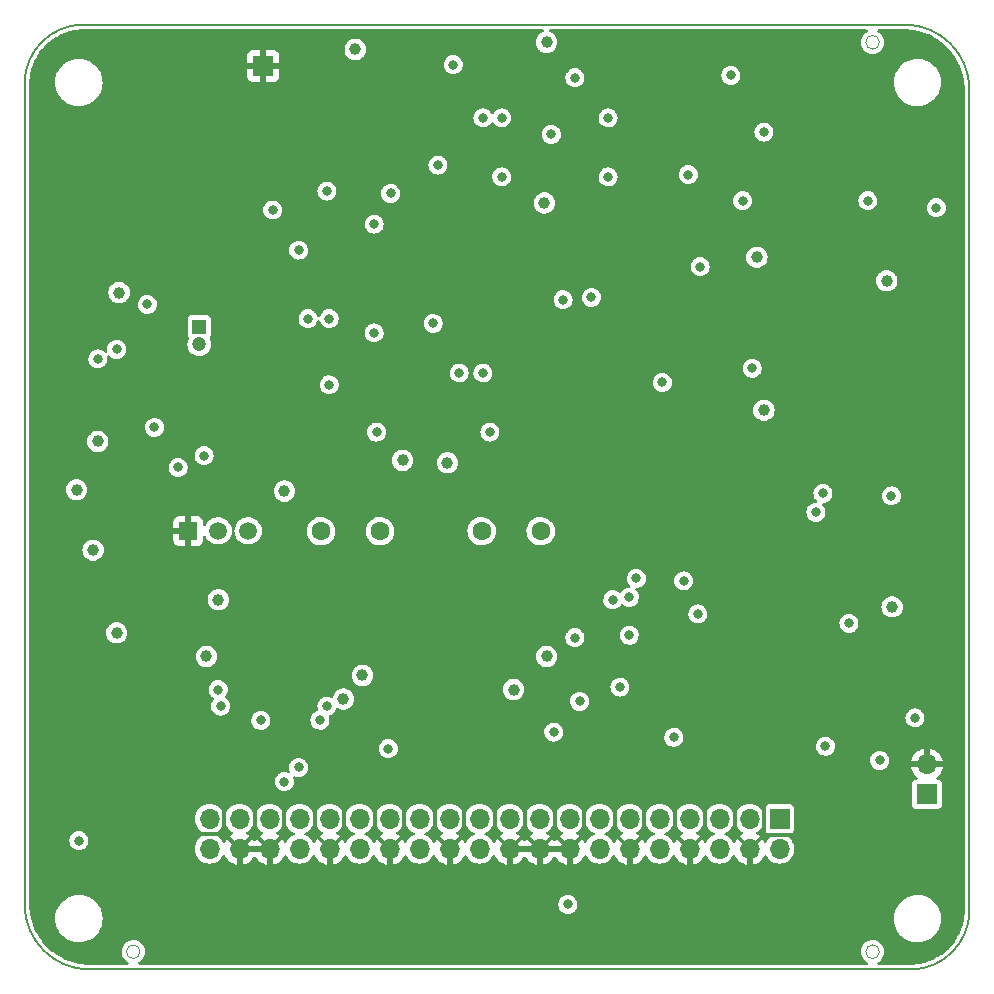
<source format=gbr>
G04 #@! TF.GenerationSoftware,KiCad,Pcbnew,(6.0.7-1)-1*
G04 #@! TF.CreationDate,2023-04-02T22:51:04-07:00*
G04 #@! TF.ProjectId,as3372,61733333-3732-42e6-9b69-6361645f7063,0.2*
G04 #@! TF.SameCoordinates,PX3d83120PY6590fa0*
G04 #@! TF.FileFunction,Copper,L2,Inr*
G04 #@! TF.FilePolarity,Positive*
%FSLAX46Y46*%
G04 Gerber Fmt 4.6, Leading zero omitted, Abs format (unit mm)*
G04 Created by KiCad (PCBNEW (6.0.7-1)-1) date 2023-04-02 22:51:04*
%MOMM*%
%LPD*%
G01*
G04 APERTURE LIST*
G04 #@! TA.AperFunction,Profile*
%ADD10C,0.150000*%
G04 #@! TD*
G04 #@! TA.AperFunction,Profile*
%ADD11C,0.050000*%
G04 #@! TD*
G04 #@! TA.AperFunction,ComponentPad*
%ADD12R,1.700000X1.700000*%
G04 #@! TD*
G04 #@! TA.AperFunction,ComponentPad*
%ADD13O,1.700000X1.700000*%
G04 #@! TD*
G04 #@! TA.AperFunction,ComponentPad*
%ADD14C,1.600000*%
G04 #@! TD*
G04 #@! TA.AperFunction,ComponentPad*
%ADD15R,1.200000X1.200000*%
G04 #@! TD*
G04 #@! TA.AperFunction,ComponentPad*
%ADD16C,1.200000*%
G04 #@! TD*
G04 #@! TA.AperFunction,ComponentPad*
%ADD17R,1.500000X1.500000*%
G04 #@! TD*
G04 #@! TA.AperFunction,ComponentPad*
%ADD18C,1.500000*%
G04 #@! TD*
G04 #@! TA.AperFunction,ViaPad*
%ADD19C,0.800000*%
G04 #@! TD*
G04 #@! TA.AperFunction,ViaPad*
%ADD20C,1.000000*%
G04 #@! TD*
G04 #@! TA.AperFunction,Conductor*
%ADD21C,0.300000*%
G04 #@! TD*
G04 APERTURE END LIST*
D10*
X900000Y6700000D02*
G75*
G03*
X6400000Y1200000I5500000J0D01*
G01*
X75900000Y1200000D02*
G75*
G03*
X80900000Y6200000I0J5000000D01*
G01*
X75900000Y1200000D02*
X6400000Y1200000D01*
X5900000Y81200000D02*
G75*
G03*
X900000Y76200000I0J-5000000D01*
G01*
X80900000Y75700000D02*
G75*
G03*
X75400000Y81200000I-5500000J0D01*
G01*
X5900000Y81200000D02*
X75400000Y81200000D01*
X80900000Y6200000D02*
X80900000Y75700000D01*
X900000Y76200000D02*
X900000Y6700000D01*
D11*
X10676000Y2700000D02*
G75*
G03*
X10676000Y2700000I-576000J0D01*
G01*
X73276000Y79700000D02*
G75*
G03*
X73276000Y79700000I-576000J0D01*
G01*
X73276000Y2700000D02*
G75*
G03*
X73276000Y2700000I-576000J0D01*
G01*
D12*
X64825000Y13950000D03*
D13*
X64825000Y11410000D03*
X62285000Y13950000D03*
X62285000Y11410000D03*
X59745000Y13950000D03*
X59745000Y11410000D03*
X57205000Y13950000D03*
X57205000Y11410000D03*
X54665000Y13950000D03*
X54665000Y11410000D03*
X52125000Y13950000D03*
X52125000Y11410000D03*
X49585000Y13950000D03*
X49585000Y11410000D03*
X47045000Y13950000D03*
X47045000Y11410000D03*
X44505000Y13950000D03*
X44505000Y11410000D03*
X41965000Y13950000D03*
X41965000Y11410000D03*
X39425000Y13950000D03*
X39425000Y11410000D03*
X36885000Y13950000D03*
X36885000Y11410000D03*
X34345000Y13950000D03*
X34345000Y11410000D03*
X31805000Y13950000D03*
X31805000Y11410000D03*
X29265000Y13950000D03*
X29265000Y11410000D03*
X26725000Y13950000D03*
X26725000Y11410000D03*
X24185000Y13950000D03*
X24185000Y11410000D03*
X21645000Y13950000D03*
X21645000Y11410000D03*
X19105000Y13950000D03*
X19105000Y11410000D03*
X16565000Y13950000D03*
X16565000Y11410000D03*
D12*
X77300000Y16025000D03*
D13*
X77300000Y18565000D03*
D14*
X44600000Y38300000D03*
X39600000Y38300000D03*
D15*
X15700000Y55622600D03*
D16*
X15700000Y54122600D03*
D12*
X21100000Y77700000D03*
D14*
X31000000Y38300000D03*
X26000000Y38300000D03*
D17*
X14760000Y38340000D03*
D18*
X17300000Y38340000D03*
X19840000Y38340000D03*
D19*
X62500000Y76900000D03*
X38700000Y76100000D03*
X27700000Y70700000D03*
X54700000Y18900000D03*
X46900000Y6700000D03*
X51300000Y25100000D03*
X47900000Y23900000D03*
X47500000Y29300000D03*
D20*
X45100000Y26100000D03*
X45100000Y27700000D03*
D19*
X73700000Y69700000D03*
D20*
X71350000Y35900000D03*
X57100000Y25100000D03*
X23100000Y53700000D03*
D19*
X68100000Y60500000D03*
X37100000Y65500000D03*
X59500000Y45700000D03*
X21700000Y24900000D03*
D20*
X21400688Y44400688D03*
X72400000Y75600000D03*
D19*
X38100000Y17300000D03*
D20*
X46700000Y79700000D03*
D19*
X35900000Y24900000D03*
X45700000Y19700000D03*
D20*
X10900000Y39100000D03*
D19*
X11500000Y60300000D03*
D20*
X63700000Y38300000D03*
D19*
X6100000Y48900000D03*
X3395000Y32010000D03*
X58900000Y78900000D03*
X31500000Y17100000D03*
D20*
X42300000Y26500000D03*
X5500000Y45900000D03*
X10100000Y29700000D03*
D19*
X41300000Y57900000D03*
D20*
X22300000Y36500000D03*
X75500000Y59500000D03*
D19*
X36300000Y31700000D03*
X67700000Y47950000D03*
X72500000Y67700000D03*
X42500000Y60729977D03*
D20*
X27300000Y79100000D03*
X71150000Y33500000D03*
X15300000Y32500000D03*
D19*
X10300000Y63900000D03*
D20*
X2500000Y20900000D03*
D19*
X59100000Y54100000D03*
X29300000Y63900000D03*
D20*
X38300000Y44100000D03*
X46500000Y66100000D03*
D19*
X59300000Y58700000D03*
X32900000Y51900000D03*
X5595000Y40410000D03*
X31700000Y68100000D03*
X60250000Y67482523D03*
D20*
X72900000Y37500000D03*
D19*
X8100000Y25900000D03*
X74100000Y65700000D03*
X39900000Y64900000D03*
X22500000Y32700000D03*
X27300000Y64100000D03*
D20*
X24100000Y50900000D03*
X28100000Y26500000D03*
D19*
X14700000Y15900000D03*
X62500000Y35900000D03*
D20*
X34100000Y41500000D03*
X14700000Y27700000D03*
D19*
X62500000Y41500000D03*
X16100000Y21700000D03*
X58300000Y76500000D03*
X34500000Y16700000D03*
X71900000Y46750000D03*
D20*
X56300000Y35300000D03*
D19*
X27900000Y16500000D03*
X49100000Y40100000D03*
D20*
X21300000Y59700000D03*
X29500000Y24500000D03*
D19*
X65900000Y32300000D03*
X43900000Y53900000D03*
X39900000Y30700000D03*
D20*
X8900000Y60100000D03*
D19*
X13900000Y49100000D03*
X37300000Y69300000D03*
X66100000Y72100000D03*
D20*
X5300000Y43335000D03*
D19*
X65900000Y17500000D03*
X32700000Y38300000D03*
X60100000Y60100000D03*
X58250000Y67500000D03*
X19700000Y17700000D03*
X33900000Y76700000D03*
D20*
X62900000Y61500000D03*
X7100000Y45900000D03*
X16300000Y27700000D03*
X29500000Y26100000D03*
X5300000Y41810000D03*
X17300000Y32500000D03*
X44900000Y66100000D03*
D19*
X35900000Y69300000D03*
X25900000Y22300000D03*
D20*
X36700000Y44100000D03*
X8700000Y29700000D03*
D19*
X63500000Y72100000D03*
D20*
X73900000Y59500688D03*
X8900000Y58500000D03*
D19*
X60700000Y76900000D03*
D20*
X42300000Y24900000D03*
X28900000Y79100000D03*
X45100000Y79700000D03*
X27900000Y24100000D03*
D19*
X5500000Y12100000D03*
X73300000Y18900000D03*
D20*
X74350000Y31900000D03*
D19*
X76287500Y22500000D03*
D20*
X63500000Y48550000D03*
D19*
X45700000Y21300000D03*
X17500000Y23500000D03*
D20*
X32900000Y44300000D03*
X22900000Y41700000D03*
D19*
X58100000Y60700000D03*
X67900000Y39900000D03*
X68500000Y41500000D03*
X62500000Y52100000D03*
X61700000Y66300000D03*
X54900000Y50900000D03*
X52100000Y29500000D03*
X55865000Y20865000D03*
X21900000Y65500000D03*
X46500000Y57900000D03*
X70700000Y30500000D03*
X57900000Y31300000D03*
X20900000Y22300000D03*
X26500000Y23500000D03*
X22900000Y17100000D03*
X24100000Y18300000D03*
X11300000Y57500000D03*
X24100000Y62100000D03*
X17300000Y24900000D03*
X68700000Y20100000D03*
X37200000Y77800000D03*
X26500000Y67100000D03*
X13900000Y43700000D03*
D20*
X6700000Y36700000D03*
D19*
X11900000Y47100000D03*
X24900000Y56300000D03*
X50700000Y32500000D03*
X41300000Y68300000D03*
X52700000Y34300000D03*
X41300000Y73300000D03*
X16100000Y44700000D03*
X7100000Y52900000D03*
X35500000Y55900000D03*
X39700000Y51700000D03*
X26700000Y56300000D03*
X37700000Y51700000D03*
X57100000Y68500000D03*
X72300000Y66300000D03*
X30700000Y46700000D03*
X40300000Y46700000D03*
X8700000Y53700000D03*
X31700000Y19900000D03*
X50300000Y73300000D03*
X56700000Y34100000D03*
X48900000Y58100000D03*
X26700000Y50700000D03*
X30500000Y64300000D03*
X30500000Y55100000D03*
X47500000Y76700000D03*
X31900000Y66900000D03*
X39700000Y73300000D03*
X45500000Y71900000D03*
X52100000Y32700000D03*
X50300000Y68300000D03*
X74300000Y41300000D03*
X78100000Y65700000D03*
D21*
X68610000Y12610000D02*
X68900000Y12900000D01*
X66990000Y12610000D02*
X68610000Y12610000D01*
X63485000Y12610000D02*
X63485000Y16085000D01*
X63485000Y12610000D02*
X66990000Y12610000D01*
X35685000Y12610000D02*
X35685000Y15485000D01*
X20445000Y12610000D02*
X20445000Y12955000D01*
X36885000Y11410000D02*
X38100000Y12625000D01*
X45900000Y15410000D02*
X45845000Y15355000D01*
X20445000Y12955000D02*
X20445000Y15645000D01*
X45705000Y12610000D02*
X45845000Y12610000D01*
X44505000Y11410000D02*
X45705000Y12610000D01*
X33005000Y12610000D02*
X33005000Y15205000D01*
X40700000Y12675000D02*
X40700000Y15300000D01*
X57205000Y11410000D02*
X58500000Y12705000D01*
X44505000Y11410000D02*
X43300000Y12615000D01*
X19105000Y11410000D02*
X20445000Y12750000D01*
X26725000Y11410000D02*
X27925000Y12610000D01*
X26725000Y11410000D02*
X25500000Y12635000D01*
X43300000Y12615000D02*
X43300000Y12700000D01*
X41965000Y11410000D02*
X43255000Y12700000D01*
X30605000Y15205000D02*
X30595000Y15205000D01*
X53363923Y12648923D02*
X53363923Y15163923D01*
X62285000Y11410000D02*
X61046077Y12648923D01*
X43300000Y12700000D02*
X43300000Y15500000D01*
X21645000Y11410000D02*
X20445000Y12610000D01*
X41965000Y11410000D02*
X40700000Y12675000D01*
X43255000Y12700000D02*
X43300000Y12700000D01*
X31805000Y11410000D02*
X33005000Y12610000D01*
X58500000Y12705000D02*
X58500000Y15500000D01*
X47045000Y11410000D02*
X45845000Y12610000D01*
X31805000Y11410000D02*
X30605000Y12610000D01*
X38100000Y12625000D02*
X38100000Y15500000D01*
X52125000Y11410000D02*
X53363923Y12648923D01*
X22900000Y12665000D02*
X22900000Y15500000D01*
X62285000Y11410000D02*
X63485000Y12610000D01*
X47045000Y11410000D02*
X48300000Y12665000D01*
X20445000Y12750000D02*
X20445000Y12955000D01*
X52125000Y11410000D02*
X50900000Y12635000D01*
X27925000Y12610000D02*
X27925000Y15275000D01*
X56005000Y12610000D02*
X56005000Y15405000D01*
X30605000Y12610000D02*
X30605000Y15205000D01*
X45845000Y12610000D02*
X45845000Y15355000D01*
X48300000Y12665000D02*
X48300000Y15700000D01*
X36885000Y11410000D02*
X35685000Y12610000D01*
X61046077Y12648923D02*
X61046077Y15446077D01*
X50900000Y12635000D02*
X50900000Y15300000D01*
X25500000Y12635000D02*
X25500000Y15700000D01*
X17815000Y12700000D02*
X17815000Y15215000D01*
X17815000Y12700000D02*
X15100000Y12700000D01*
X19105000Y11410000D02*
X17815000Y12700000D01*
X21645000Y11410000D02*
X22900000Y12665000D01*
X57205000Y11410000D02*
X56005000Y12610000D01*
G04 #@! TA.AperFunction,Conductor*
G36*
X44830892Y80779498D02*
G01*
X44877385Y80725842D01*
X44887489Y80655568D01*
X44857995Y80590988D01*
X44814020Y80558394D01*
X44647270Y80484151D01*
X44494129Y80372888D01*
X44489716Y80367986D01*
X44489714Y80367985D01*
X44382548Y80248965D01*
X44367467Y80232216D01*
X44364164Y80226495D01*
X44283365Y80086546D01*
X44272821Y80068284D01*
X44214326Y79888256D01*
X44213636Y79881695D01*
X44213636Y79881693D01*
X44212527Y79871139D01*
X44194540Y79700000D01*
X44195230Y79693435D01*
X44213470Y79519892D01*
X44214326Y79511744D01*
X44272821Y79331716D01*
X44276124Y79325994D01*
X44276125Y79325993D01*
X44301702Y79281693D01*
X44367467Y79167784D01*
X44371885Y79162877D01*
X44371886Y79162876D01*
X44470347Y79053525D01*
X44494129Y79027112D01*
X44499468Y79023233D01*
X44526871Y79003324D01*
X44647270Y78915849D01*
X44820197Y78838856D01*
X44918212Y78818022D01*
X44998897Y78800872D01*
X44998901Y78800872D01*
X45005354Y78799500D01*
X45194646Y78799500D01*
X45201099Y78800872D01*
X45201103Y78800872D01*
X45281788Y78818022D01*
X45379803Y78838856D01*
X45552730Y78915849D01*
X45673130Y79003324D01*
X45700532Y79023233D01*
X45705871Y79027112D01*
X45729654Y79053525D01*
X45828114Y79162876D01*
X45828115Y79162877D01*
X45832533Y79167784D01*
X45898298Y79281693D01*
X45923875Y79325993D01*
X45923876Y79325994D01*
X45927179Y79331716D01*
X45985674Y79511744D01*
X45986531Y79519892D01*
X46004770Y79693435D01*
X46005460Y79700000D01*
X45987473Y79871139D01*
X45986364Y79881693D01*
X45986364Y79881695D01*
X45985674Y79888256D01*
X45927179Y80068284D01*
X45916636Y80086546D01*
X45835836Y80226495D01*
X45832533Y80232216D01*
X45817452Y80248965D01*
X45710286Y80367985D01*
X45710284Y80367986D01*
X45705871Y80372888D01*
X45552730Y80484151D01*
X45385981Y80558394D01*
X45331884Y80604374D01*
X45311235Y80672301D01*
X45330588Y80740609D01*
X45383799Y80787610D01*
X45437229Y80799500D01*
X72182355Y80799500D01*
X72250476Y80779498D01*
X72296969Y80725842D01*
X72307073Y80655568D01*
X72277579Y80590988D01*
X72240730Y80561838D01*
X72162717Y80521054D01*
X72013473Y80401058D01*
X71890378Y80254360D01*
X71887412Y80248965D01*
X71801088Y80091943D01*
X71798121Y80086546D01*
X71740217Y79904008D01*
X71739531Y79897891D01*
X71739530Y79897887D01*
X71725945Y79776767D01*
X71718871Y79713700D01*
X71719728Y79703506D01*
X71719996Y79700311D01*
X71719996Y79700306D01*
X71731571Y79562462D01*
X71734895Y79522870D01*
X71787680Y79338787D01*
X71875215Y79168462D01*
X71879038Y79163638D01*
X71879041Y79163634D01*
X71964092Y79056328D01*
X71994166Y79018384D01*
X71998859Y79014390D01*
X71998860Y79014389D01*
X72021894Y78994786D01*
X72140002Y78894268D01*
X72145380Y78891262D01*
X72145382Y78891261D01*
X72185670Y78868745D01*
X72307168Y78800842D01*
X72489296Y78741665D01*
X72679451Y78718990D01*
X72685586Y78719462D01*
X72685588Y78719462D01*
X72864246Y78733209D01*
X72864250Y78733210D01*
X72870388Y78733682D01*
X72905799Y78743569D01*
X73048891Y78783521D01*
X73048895Y78783522D01*
X73054835Y78785181D01*
X73168372Y78842532D01*
X73220266Y78868745D01*
X73220268Y78868746D01*
X73225767Y78871524D01*
X73376672Y78989424D01*
X73501803Y79134390D01*
X73596394Y79300900D01*
X73656841Y79482611D01*
X73680842Y79672603D01*
X73681225Y79700000D01*
X73662538Y79890588D01*
X73607188Y80073916D01*
X73603595Y80080673D01*
X73520177Y80237560D01*
X73520175Y80237563D01*
X73517283Y80243002D01*
X73480984Y80287509D01*
X73400143Y80386631D01*
X73400141Y80386633D01*
X73396249Y80391405D01*
X73248694Y80513472D01*
X73160527Y80561144D01*
X73157716Y80562664D01*
X73107307Y80612659D01*
X73091930Y80681971D01*
X73116466Y80748593D01*
X73173126Y80791373D01*
X73217645Y80799500D01*
X75358564Y80799500D01*
X75378274Y80797949D01*
X75400000Y80794508D01*
X75412612Y80796505D01*
X75437521Y80797948D01*
X75596492Y80791373D01*
X75815905Y80782298D01*
X75826284Y80781438D01*
X76234180Y80730593D01*
X76244451Y80728879D01*
X76646748Y80644527D01*
X76656843Y80641971D01*
X77050815Y80524680D01*
X77060657Y80521302D01*
X77443617Y80371870D01*
X77453116Y80367703D01*
X77816126Y80190238D01*
X77822406Y80187168D01*
X77831565Y80182212D01*
X78184687Y79971796D01*
X78193404Y79966100D01*
X78527933Y79727252D01*
X78536152Y79720856D01*
X78849831Y79455183D01*
X78857492Y79448129D01*
X79148129Y79157492D01*
X79155183Y79149831D01*
X79420856Y78836152D01*
X79427252Y78827933D01*
X79666100Y78493404D01*
X79671796Y78484687D01*
X79796299Y78275745D01*
X79870298Y78151560D01*
X79882212Y78131565D01*
X79887166Y78122409D01*
X80055441Y77778200D01*
X80067699Y77753125D01*
X80071870Y77743617D01*
X80221299Y77360665D01*
X80224680Y77350815D01*
X80341971Y76956843D01*
X80344527Y76946748D01*
X80428879Y76544451D01*
X80430593Y76534180D01*
X80481438Y76126284D01*
X80482298Y76115905D01*
X80487720Y75984824D01*
X80496747Y75766571D01*
X80497948Y75737524D01*
X80496505Y75712612D01*
X80494508Y75700000D01*
X80496059Y75690207D01*
X80497949Y75678274D01*
X80499500Y75658564D01*
X80499500Y6241436D01*
X80497949Y6221726D01*
X80494508Y6200000D01*
X80496059Y6190206D01*
X80496436Y6187826D01*
X80497868Y6162621D01*
X80482238Y5804624D01*
X80481280Y5793673D01*
X80430340Y5406754D01*
X80428431Y5395930D01*
X80355220Y5065693D01*
X80349377Y5039335D01*
X80343967Y5014934D01*
X80341122Y5004317D01*
X80226936Y4642163D01*
X80223772Y4632129D01*
X80220016Y4621807D01*
X80075497Y4272906D01*
X80070666Y4261243D01*
X80066029Y4251299D01*
X79885820Y3905122D01*
X79880330Y3895613D01*
X79670644Y3566472D01*
X79664339Y3557468D01*
X79426771Y3247864D01*
X79419706Y3239444D01*
X79156055Y2951718D01*
X79148286Y2943949D01*
X79062101Y2864975D01*
X78860556Y2680294D01*
X78852136Y2673229D01*
X78542532Y2435661D01*
X78533528Y2429356D01*
X78331893Y2300900D01*
X78204387Y2219670D01*
X78194878Y2214180D01*
X77848701Y2033971D01*
X77838766Y2029338D01*
X77478193Y1879984D01*
X77467878Y1876231D01*
X77095684Y1758878D01*
X77085066Y1756033D01*
X76704070Y1671569D01*
X76693246Y1669660D01*
X76306327Y1618720D01*
X76295376Y1617762D01*
X75937379Y1602132D01*
X75912174Y1603564D01*
X75909794Y1603941D01*
X75900000Y1605492D01*
X75890207Y1603941D01*
X75878274Y1602051D01*
X75858564Y1600500D01*
X73218122Y1600500D01*
X73150001Y1620502D01*
X73103508Y1674158D01*
X73093404Y1744432D01*
X73122898Y1809012D01*
X73161312Y1838966D01*
X73220266Y1868745D01*
X73220268Y1868746D01*
X73225767Y1871524D01*
X73376672Y1989424D01*
X73501803Y2134390D01*
X73596394Y2300900D01*
X73656841Y2482611D01*
X73680842Y2672603D01*
X73681225Y2700000D01*
X73662538Y2890588D01*
X73607188Y3073916D01*
X73603595Y3080673D01*
X73520177Y3237560D01*
X73520175Y3237563D01*
X73517283Y3243002D01*
X73396249Y3391405D01*
X73248694Y3513472D01*
X73080240Y3604555D01*
X72897303Y3661184D01*
X72891185Y3661827D01*
X72891180Y3661828D01*
X72712979Y3680557D01*
X72712977Y3680557D01*
X72706850Y3681201D01*
X72629855Y3674194D01*
X72522276Y3664404D01*
X72522273Y3664403D01*
X72516137Y3663845D01*
X72510231Y3662107D01*
X72510227Y3662106D01*
X72392474Y3627449D01*
X72332427Y3609776D01*
X72162717Y3521054D01*
X72013473Y3401058D01*
X71890378Y3254360D01*
X71887412Y3248965D01*
X71884134Y3243002D01*
X71798121Y3086546D01*
X71740217Y2904008D01*
X71739531Y2897891D01*
X71739530Y2897887D01*
X71725902Y2776383D01*
X71718871Y2713700D01*
X71719728Y2703506D01*
X71719996Y2700311D01*
X71719996Y2700306D01*
X71733523Y2539214D01*
X71734895Y2522870D01*
X71787680Y2338787D01*
X71875215Y2168462D01*
X71879038Y2163638D01*
X71879041Y2163634D01*
X71902220Y2134390D01*
X71994166Y2018384D01*
X72140002Y1894268D01*
X72145380Y1891262D01*
X72145382Y1891261D01*
X72243387Y1836488D01*
X72293093Y1785795D01*
X72307501Y1716275D01*
X72282037Y1650002D01*
X72224786Y1608017D01*
X72181917Y1600500D01*
X10618122Y1600500D01*
X10550001Y1620502D01*
X10503508Y1674158D01*
X10493404Y1744432D01*
X10522898Y1809012D01*
X10561312Y1838966D01*
X10620266Y1868745D01*
X10620268Y1868746D01*
X10625767Y1871524D01*
X10776672Y1989424D01*
X10901803Y2134390D01*
X10996394Y2300900D01*
X11056841Y2482611D01*
X11080842Y2672603D01*
X11081225Y2700000D01*
X11062538Y2890588D01*
X11007188Y3073916D01*
X11003595Y3080673D01*
X10920177Y3237560D01*
X10920175Y3237563D01*
X10917283Y3243002D01*
X10796249Y3391405D01*
X10648694Y3513472D01*
X10480240Y3604555D01*
X10297303Y3661184D01*
X10291185Y3661827D01*
X10291180Y3661828D01*
X10112979Y3680557D01*
X10112977Y3680557D01*
X10106850Y3681201D01*
X10029855Y3674194D01*
X9922276Y3664404D01*
X9922273Y3664403D01*
X9916137Y3663845D01*
X9910231Y3662107D01*
X9910227Y3662106D01*
X9792474Y3627449D01*
X9732427Y3609776D01*
X9562717Y3521054D01*
X9413473Y3401058D01*
X9290378Y3254360D01*
X9287412Y3248965D01*
X9284134Y3243002D01*
X9198121Y3086546D01*
X9140217Y2904008D01*
X9139531Y2897891D01*
X9139530Y2897887D01*
X9125902Y2776383D01*
X9118871Y2713700D01*
X9119728Y2703506D01*
X9119996Y2700311D01*
X9119996Y2700306D01*
X9133523Y2539214D01*
X9134895Y2522870D01*
X9187680Y2338787D01*
X9275215Y2168462D01*
X9279038Y2163638D01*
X9279041Y2163634D01*
X9302220Y2134390D01*
X9394166Y2018384D01*
X9540002Y1894268D01*
X9545380Y1891262D01*
X9545382Y1891261D01*
X9643387Y1836488D01*
X9693093Y1785795D01*
X9707501Y1716275D01*
X9682037Y1650002D01*
X9624786Y1608017D01*
X9581917Y1600500D01*
X6441436Y1600500D01*
X6421726Y1602051D01*
X6409793Y1603941D01*
X6400000Y1605492D01*
X6387388Y1603495D01*
X6362479Y1602052D01*
X6197517Y1608875D01*
X5984095Y1617702D01*
X5973716Y1618562D01*
X5565820Y1669407D01*
X5555549Y1671121D01*
X5153252Y1755473D01*
X5143157Y1758029D01*
X4749185Y1875320D01*
X4739343Y1878698D01*
X4356383Y2028130D01*
X4346884Y2032297D01*
X3977591Y2212834D01*
X3968435Y2217788D01*
X3615313Y2428204D01*
X3606596Y2433900D01*
X3272067Y2672748D01*
X3263848Y2679144D01*
X2950169Y2944817D01*
X2942508Y2951871D01*
X2651871Y3242508D01*
X2644817Y3250169D01*
X2379144Y3563848D01*
X2372748Y3572067D01*
X2133900Y3906596D01*
X2128204Y3915313D01*
X1917788Y4268435D01*
X1912832Y4277594D01*
X1825603Y4456023D01*
X1732297Y4646884D01*
X1728130Y4656383D01*
X1578698Y5039343D01*
X1575320Y5049185D01*
X1458029Y5443157D01*
X1455473Y5453252D01*
X1439066Y5531503D01*
X3494637Y5531503D01*
X3494881Y5527068D01*
X3494881Y5527064D01*
X3501503Y5406754D01*
X3510205Y5248630D01*
X3537632Y5110743D01*
X3557759Y5009562D01*
X3565474Y4970774D01*
X3566950Y4966571D01*
X3588181Y4906115D01*
X3659342Y4703476D01*
X3661395Y4699523D01*
X3661398Y4699517D01*
X3696404Y4632129D01*
X3789936Y4452072D01*
X3792519Y4448457D01*
X3792523Y4448451D01*
X3825176Y4402758D01*
X3954651Y4221576D01*
X3957729Y4218349D01*
X3957731Y4218347D01*
X4138560Y4028789D01*
X4150199Y4016588D01*
X4372680Y3841199D01*
X4482927Y3777163D01*
X4613807Y3701141D01*
X4613813Y3701138D01*
X4617654Y3698907D01*
X4621777Y3697237D01*
X4833415Y3611515D01*
X4880232Y3592552D01*
X4884545Y3591481D01*
X4884550Y3591479D01*
X5150856Y3525328D01*
X5150861Y3525327D01*
X5155177Y3524255D01*
X5159605Y3523801D01*
X5159607Y3523801D01*
X5186419Y3521054D01*
X5396790Y3499500D01*
X5572170Y3499500D01*
X5782593Y3514399D01*
X5786948Y3515337D01*
X5786951Y3515337D01*
X6055200Y3573089D01*
X6055202Y3573089D01*
X6059547Y3574025D01*
X6325337Y3672080D01*
X6574660Y3806607D01*
X6802540Y3974922D01*
X6847481Y4019162D01*
X7001249Y4170535D01*
X7004430Y4173666D01*
X7007131Y4177206D01*
X7007137Y4177212D01*
X7173602Y4395333D01*
X7173605Y4395337D01*
X7176304Y4398874D01*
X7303992Y4626878D01*
X7312552Y4642163D01*
X7312555Y4642168D01*
X7314730Y4646053D01*
X7316859Y4651554D01*
X7415341Y4906115D01*
X7415343Y4906121D01*
X7416948Y4910270D01*
X7480918Y5186253D01*
X7505363Y5468497D01*
X7502140Y5527064D01*
X7501896Y5531503D01*
X74494637Y5531503D01*
X74494881Y5527068D01*
X74494881Y5527064D01*
X74501503Y5406754D01*
X74510205Y5248630D01*
X74537632Y5110743D01*
X74557759Y5009562D01*
X74565474Y4970774D01*
X74566950Y4966571D01*
X74588181Y4906115D01*
X74659342Y4703476D01*
X74661395Y4699523D01*
X74661398Y4699517D01*
X74696404Y4632129D01*
X74789936Y4452072D01*
X74792519Y4448457D01*
X74792523Y4448451D01*
X74825176Y4402758D01*
X74954651Y4221576D01*
X74957729Y4218349D01*
X74957731Y4218347D01*
X75138560Y4028789D01*
X75150199Y4016588D01*
X75372680Y3841199D01*
X75482927Y3777163D01*
X75613807Y3701141D01*
X75613813Y3701138D01*
X75617654Y3698907D01*
X75621777Y3697237D01*
X75833415Y3611515D01*
X75880232Y3592552D01*
X75884545Y3591481D01*
X75884550Y3591479D01*
X76150856Y3525328D01*
X76150861Y3525327D01*
X76155177Y3524255D01*
X76159605Y3523801D01*
X76159607Y3523801D01*
X76186419Y3521054D01*
X76396790Y3499500D01*
X76572170Y3499500D01*
X76782593Y3514399D01*
X76786948Y3515337D01*
X76786951Y3515337D01*
X77055200Y3573089D01*
X77055202Y3573089D01*
X77059547Y3574025D01*
X77325337Y3672080D01*
X77574660Y3806607D01*
X77802540Y3974922D01*
X77847481Y4019162D01*
X78001249Y4170535D01*
X78004430Y4173666D01*
X78007131Y4177206D01*
X78007137Y4177212D01*
X78173602Y4395333D01*
X78173605Y4395337D01*
X78176304Y4398874D01*
X78303992Y4626878D01*
X78312552Y4642163D01*
X78312555Y4642168D01*
X78314730Y4646053D01*
X78316859Y4651554D01*
X78415341Y4906115D01*
X78415343Y4906121D01*
X78416948Y4910270D01*
X78480918Y5186253D01*
X78505363Y5468497D01*
X78502140Y5527064D01*
X78490040Y5746927D01*
X78490039Y5746934D01*
X78489795Y5751370D01*
X78461302Y5894612D01*
X78435396Y6024854D01*
X78435395Y6024859D01*
X78434526Y6029226D01*
X78413279Y6089730D01*
X78342136Y6292316D01*
X78342135Y6292319D01*
X78340658Y6296524D01*
X78338605Y6300477D01*
X78338602Y6300483D01*
X78218071Y6532514D01*
X78210064Y6547928D01*
X78207481Y6551543D01*
X78207477Y6551549D01*
X78108387Y6690211D01*
X78045349Y6778424D01*
X78003028Y6822788D01*
X77852876Y6980189D01*
X77852873Y6980192D01*
X77849801Y6983412D01*
X77627320Y7158801D01*
X77517073Y7222837D01*
X77386193Y7298859D01*
X77386187Y7298862D01*
X77382346Y7301093D01*
X77119768Y7407448D01*
X77115455Y7408519D01*
X77115450Y7408521D01*
X76849144Y7474672D01*
X76849139Y7474673D01*
X76844823Y7475745D01*
X76840395Y7476199D01*
X76840393Y7476199D01*
X76745552Y7485916D01*
X76603210Y7500500D01*
X76427830Y7500500D01*
X76217407Y7485601D01*
X76213052Y7484663D01*
X76213049Y7484663D01*
X75944800Y7426911D01*
X75944798Y7426911D01*
X75940453Y7425975D01*
X75674663Y7327920D01*
X75670745Y7325806D01*
X75443542Y7203214D01*
X75425340Y7193393D01*
X75197460Y7025078D01*
X74995570Y6826334D01*
X74992869Y6822794D01*
X74992863Y6822788D01*
X74885011Y6681468D01*
X74823696Y6601126D01*
X74821521Y6597242D01*
X74693579Y6368783D01*
X74685270Y6353947D01*
X74683662Y6349789D01*
X74683659Y6349784D01*
X74584659Y6093885D01*
X74583052Y6089730D01*
X74582048Y6085398D01*
X74582047Y6085395D01*
X74570002Y6033429D01*
X74519082Y5813747D01*
X74494637Y5531503D01*
X7501896Y5531503D01*
X7490040Y5746927D01*
X7490039Y5746934D01*
X7489795Y5751370D01*
X7461302Y5894612D01*
X7435396Y6024854D01*
X7435395Y6024859D01*
X7434526Y6029226D01*
X7413279Y6089730D01*
X7342136Y6292316D01*
X7342135Y6292319D01*
X7340658Y6296524D01*
X7338605Y6300477D01*
X7338602Y6300483D01*
X7218071Y6532514D01*
X7210064Y6547928D01*
X7207481Y6551543D01*
X7207477Y6551549D01*
X7108387Y6690211D01*
X7093354Y6711247D01*
X46094514Y6711247D01*
X46095201Y6704240D01*
X46095201Y6704237D01*
X46097434Y6681468D01*
X46112039Y6532514D01*
X46114262Y6525832D01*
X46114262Y6525831D01*
X46122967Y6499664D01*
X46168726Y6362104D01*
X46172373Y6356082D01*
X46253742Y6221726D01*
X46261759Y6208488D01*
X46386514Y6079301D01*
X46536789Y5980964D01*
X46705116Y5918364D01*
X46712097Y5917433D01*
X46712099Y5917432D01*
X46876149Y5895543D01*
X46876153Y5895543D01*
X46883130Y5894612D01*
X46890142Y5895250D01*
X46890146Y5895250D01*
X47054960Y5910249D01*
X47054961Y5910249D01*
X47061981Y5910888D01*
X47232782Y5966385D01*
X47263714Y5984824D01*
X47380992Y6054735D01*
X47380994Y6054736D01*
X47387044Y6058343D01*
X47517099Y6182193D01*
X47534570Y6208488D01*
X47581342Y6278887D01*
X47616483Y6331778D01*
X47631168Y6370436D01*
X47677757Y6493081D01*
X47677758Y6493086D01*
X47680257Y6499664D01*
X47693971Y6597242D01*
X47704700Y6673584D01*
X47704700Y6673589D01*
X47705251Y6677507D01*
X47705565Y6700000D01*
X47685546Y6878472D01*
X47679427Y6896045D01*
X47628803Y7041416D01*
X47626485Y7048073D01*
X47531316Y7200375D01*
X47433517Y7298859D01*
X47409733Y7322810D01*
X47409729Y7322813D01*
X47404770Y7327807D01*
X47393761Y7334794D01*
X47281909Y7405777D01*
X47253136Y7424037D01*
X47223352Y7434643D01*
X47090586Y7481919D01*
X47090581Y7481920D01*
X47083951Y7484281D01*
X47076965Y7485114D01*
X47076961Y7485115D01*
X46947933Y7500500D01*
X46905624Y7505545D01*
X46898621Y7504809D01*
X46898620Y7504809D01*
X46734025Y7487510D01*
X46734021Y7487509D01*
X46727017Y7486773D01*
X46720346Y7484502D01*
X46563677Y7431168D01*
X46563674Y7431167D01*
X46557007Y7428897D01*
X46551009Y7425207D01*
X46551007Y7425206D01*
X46523886Y7408521D01*
X46404045Y7334794D01*
X46399014Y7329868D01*
X46399011Y7329865D01*
X46367349Y7298859D01*
X46275732Y7209141D01*
X46271913Y7203216D01*
X46271912Y7203214D01*
X46243290Y7158801D01*
X46178446Y7058183D01*
X46176037Y7051563D01*
X46176035Y7051560D01*
X46165257Y7021946D01*
X46117022Y6889422D01*
X46094514Y6711247D01*
X7093354Y6711247D01*
X7045349Y6778424D01*
X7003028Y6822788D01*
X6852876Y6980189D01*
X6852873Y6980192D01*
X6849801Y6983412D01*
X6627320Y7158801D01*
X6517073Y7222837D01*
X6386193Y7298859D01*
X6386187Y7298862D01*
X6382346Y7301093D01*
X6119768Y7407448D01*
X6115455Y7408519D01*
X6115450Y7408521D01*
X5849144Y7474672D01*
X5849139Y7474673D01*
X5844823Y7475745D01*
X5840395Y7476199D01*
X5840393Y7476199D01*
X5745552Y7485916D01*
X5603210Y7500500D01*
X5427830Y7500500D01*
X5217407Y7485601D01*
X5213052Y7484663D01*
X5213049Y7484663D01*
X4944800Y7426911D01*
X4944798Y7426911D01*
X4940453Y7425975D01*
X4674663Y7327920D01*
X4670745Y7325806D01*
X4443542Y7203214D01*
X4425340Y7193393D01*
X4197460Y7025078D01*
X3995570Y6826334D01*
X3992869Y6822794D01*
X3992863Y6822788D01*
X3885011Y6681468D01*
X3823696Y6601126D01*
X3821521Y6597242D01*
X3693579Y6368783D01*
X3685270Y6353947D01*
X3683662Y6349789D01*
X3683659Y6349784D01*
X3584659Y6093885D01*
X3583052Y6089730D01*
X3582048Y6085398D01*
X3582047Y6085395D01*
X3570002Y6033429D01*
X3519082Y5813747D01*
X3494637Y5531503D01*
X1439066Y5531503D01*
X1371121Y5855549D01*
X1369407Y5865820D01*
X1318562Y6273716D01*
X1317702Y6284095D01*
X1304750Y6597242D01*
X1302052Y6662479D01*
X1303495Y6687388D01*
X1305492Y6700000D01*
X1302051Y6721726D01*
X1300500Y6741436D01*
X1300500Y12111247D01*
X4694514Y12111247D01*
X4695201Y12104240D01*
X4695201Y12104237D01*
X4696857Y12087351D01*
X4712039Y11932514D01*
X4714262Y11925832D01*
X4714262Y11925831D01*
X4722967Y11899664D01*
X4768726Y11762104D01*
X4861759Y11608488D01*
X4986514Y11479301D01*
X5136789Y11380964D01*
X5305116Y11318364D01*
X5312097Y11317433D01*
X5312099Y11317432D01*
X5476149Y11295543D01*
X5476153Y11295543D01*
X5483130Y11294612D01*
X5490142Y11295250D01*
X5490146Y11295250D01*
X5654960Y11310249D01*
X5654961Y11310249D01*
X5661981Y11310888D01*
X5832782Y11366385D01*
X5896763Y11404525D01*
X5905948Y11410000D01*
X15309723Y11410000D01*
X15328793Y11192023D01*
X15385425Y10980670D01*
X15387747Y10975690D01*
X15387748Y10975688D01*
X15442746Y10857746D01*
X15477898Y10782362D01*
X15603402Y10603123D01*
X15758123Y10448402D01*
X15762631Y10445245D01*
X15762634Y10445243D01*
X15875508Y10366208D01*
X15937361Y10322898D01*
X15942343Y10320575D01*
X15942348Y10320572D01*
X16121010Y10237261D01*
X16135670Y10230425D01*
X16140978Y10229003D01*
X16140980Y10229002D01*
X16206745Y10211380D01*
X16347023Y10173793D01*
X16565000Y10154723D01*
X16782977Y10173793D01*
X16923255Y10211380D01*
X16989020Y10229002D01*
X16989022Y10229003D01*
X16994330Y10230425D01*
X17008990Y10237261D01*
X17187652Y10320572D01*
X17187657Y10320575D01*
X17192639Y10322898D01*
X17254492Y10366208D01*
X17367366Y10445243D01*
X17367369Y10445245D01*
X17371877Y10448402D01*
X17526598Y10603123D01*
X17652102Y10782362D01*
X17656225Y10791202D01*
X17659455Y10798130D01*
X17706371Y10851415D01*
X17774648Y10870877D01*
X17842608Y10850336D01*
X17886115Y10801694D01*
X17891415Y10791202D01*
X18002694Y10609612D01*
X18008777Y10601301D01*
X18148213Y10440333D01*
X18155580Y10433117D01*
X18319434Y10297084D01*
X18327881Y10291169D01*
X18511756Y10183721D01*
X18521042Y10179271D01*
X18720001Y10103297D01*
X18729899Y10100421D01*
X18833250Y10079394D01*
X18847299Y10080590D01*
X18851000Y10090935D01*
X18851000Y10091483D01*
X19359000Y10091483D01*
X19363064Y10077641D01*
X19376478Y10075607D01*
X19383184Y10076466D01*
X19393262Y10078608D01*
X19597255Y10139809D01*
X19606842Y10143567D01*
X19798095Y10237261D01*
X19806945Y10242536D01*
X19980328Y10366208D01*
X19988200Y10372861D01*
X20139052Y10523188D01*
X20145730Y10531035D01*
X20273022Y10708181D01*
X20274147Y10707373D01*
X20321669Y10751124D01*
X20391607Y10763339D01*
X20457046Y10735803D01*
X20484870Y10703972D01*
X20542690Y10609617D01*
X20548777Y10601301D01*
X20688213Y10440333D01*
X20695580Y10433117D01*
X20859434Y10297084D01*
X20867881Y10291169D01*
X21051756Y10183721D01*
X21061042Y10179271D01*
X21260001Y10103297D01*
X21269899Y10100421D01*
X21373250Y10079394D01*
X21387299Y10080590D01*
X21391000Y10090935D01*
X21391000Y11137885D01*
X21386525Y11153124D01*
X21385135Y11154329D01*
X21377452Y11156000D01*
X19377115Y11156000D01*
X19361876Y11151525D01*
X19360671Y11150135D01*
X19359000Y11142452D01*
X19359000Y10091483D01*
X18851000Y10091483D01*
X18851000Y11538000D01*
X18871002Y11606121D01*
X18924658Y11652614D01*
X18977000Y11664000D01*
X21773000Y11664000D01*
X21841121Y11643998D01*
X21887614Y11590342D01*
X21899000Y11538000D01*
X21899000Y10091483D01*
X21903064Y10077641D01*
X21916478Y10075607D01*
X21923184Y10076466D01*
X21933262Y10078608D01*
X22137255Y10139809D01*
X22146842Y10143567D01*
X22338095Y10237261D01*
X22346945Y10242536D01*
X22520328Y10366208D01*
X22528200Y10372861D01*
X22679052Y10523188D01*
X22685730Y10531035D01*
X22810003Y10703980D01*
X22815310Y10712812D01*
X22861140Y10805540D01*
X22909254Y10857746D01*
X22977956Y10875653D01*
X23045432Y10853574D01*
X23088292Y10802962D01*
X23097898Y10782362D01*
X23223402Y10603123D01*
X23378123Y10448402D01*
X23382631Y10445245D01*
X23382634Y10445243D01*
X23495508Y10366208D01*
X23557361Y10322898D01*
X23562343Y10320575D01*
X23562348Y10320572D01*
X23741010Y10237261D01*
X23755670Y10230425D01*
X23760978Y10229003D01*
X23760980Y10229002D01*
X23826745Y10211380D01*
X23967023Y10173793D01*
X24185000Y10154723D01*
X24402977Y10173793D01*
X24543255Y10211380D01*
X24609020Y10229002D01*
X24609022Y10229003D01*
X24614330Y10230425D01*
X24628990Y10237261D01*
X24807652Y10320572D01*
X24807657Y10320575D01*
X24812639Y10322898D01*
X24874492Y10366208D01*
X24987366Y10445243D01*
X24987369Y10445245D01*
X24991877Y10448402D01*
X25146598Y10603123D01*
X25272102Y10782362D01*
X25276225Y10791202D01*
X25279455Y10798130D01*
X25326371Y10851415D01*
X25394648Y10870877D01*
X25462608Y10850336D01*
X25506115Y10801694D01*
X25511415Y10791202D01*
X25622694Y10609612D01*
X25628777Y10601301D01*
X25768213Y10440333D01*
X25775580Y10433117D01*
X25939434Y10297084D01*
X25947881Y10291169D01*
X26131756Y10183721D01*
X26141042Y10179271D01*
X26340001Y10103297D01*
X26349899Y10100421D01*
X26453250Y10079394D01*
X26467299Y10080590D01*
X26471000Y10090935D01*
X26471000Y11538000D01*
X26491002Y11606121D01*
X26544658Y11652614D01*
X26597000Y11664000D01*
X26853000Y11664000D01*
X26921121Y11643998D01*
X26967614Y11590342D01*
X26979000Y11538000D01*
X26979000Y10091483D01*
X26983064Y10077641D01*
X26996478Y10075607D01*
X27003184Y10076466D01*
X27013262Y10078608D01*
X27217255Y10139809D01*
X27226842Y10143567D01*
X27418095Y10237261D01*
X27426945Y10242536D01*
X27600328Y10366208D01*
X27608200Y10372861D01*
X27759052Y10523188D01*
X27765730Y10531035D01*
X27890003Y10703980D01*
X27895310Y10712812D01*
X27941140Y10805540D01*
X27989254Y10857746D01*
X28057956Y10875653D01*
X28125432Y10853574D01*
X28168292Y10802962D01*
X28177898Y10782362D01*
X28303402Y10603123D01*
X28458123Y10448402D01*
X28462631Y10445245D01*
X28462634Y10445243D01*
X28575508Y10366208D01*
X28637361Y10322898D01*
X28642343Y10320575D01*
X28642348Y10320572D01*
X28821010Y10237261D01*
X28835670Y10230425D01*
X28840978Y10229003D01*
X28840980Y10229002D01*
X28906745Y10211380D01*
X29047023Y10173793D01*
X29265000Y10154723D01*
X29482977Y10173793D01*
X29623255Y10211380D01*
X29689020Y10229002D01*
X29689022Y10229003D01*
X29694330Y10230425D01*
X29708990Y10237261D01*
X29887652Y10320572D01*
X29887657Y10320575D01*
X29892639Y10322898D01*
X29954492Y10366208D01*
X30067366Y10445243D01*
X30067369Y10445245D01*
X30071877Y10448402D01*
X30226598Y10603123D01*
X30352102Y10782362D01*
X30356225Y10791202D01*
X30359455Y10798130D01*
X30406371Y10851415D01*
X30474648Y10870877D01*
X30542608Y10850336D01*
X30586115Y10801694D01*
X30591415Y10791202D01*
X30702694Y10609612D01*
X30708777Y10601301D01*
X30848213Y10440333D01*
X30855580Y10433117D01*
X31019434Y10297084D01*
X31027881Y10291169D01*
X31211756Y10183721D01*
X31221042Y10179271D01*
X31420001Y10103297D01*
X31429899Y10100421D01*
X31533250Y10079394D01*
X31547299Y10080590D01*
X31551000Y10090935D01*
X31551000Y11538000D01*
X31571002Y11606121D01*
X31624658Y11652614D01*
X31677000Y11664000D01*
X31933000Y11664000D01*
X32001121Y11643998D01*
X32047614Y11590342D01*
X32059000Y11538000D01*
X32059000Y10091483D01*
X32063064Y10077641D01*
X32076478Y10075607D01*
X32083184Y10076466D01*
X32093262Y10078608D01*
X32297255Y10139809D01*
X32306842Y10143567D01*
X32498095Y10237261D01*
X32506945Y10242536D01*
X32680328Y10366208D01*
X32688200Y10372861D01*
X32839052Y10523188D01*
X32845730Y10531035D01*
X32970003Y10703980D01*
X32975310Y10712812D01*
X33021140Y10805540D01*
X33069254Y10857746D01*
X33137956Y10875653D01*
X33205432Y10853574D01*
X33248292Y10802962D01*
X33257898Y10782362D01*
X33383402Y10603123D01*
X33538123Y10448402D01*
X33542631Y10445245D01*
X33542634Y10445243D01*
X33655508Y10366208D01*
X33717361Y10322898D01*
X33722343Y10320575D01*
X33722348Y10320572D01*
X33901010Y10237261D01*
X33915670Y10230425D01*
X33920978Y10229003D01*
X33920980Y10229002D01*
X33986745Y10211380D01*
X34127023Y10173793D01*
X34345000Y10154723D01*
X34562977Y10173793D01*
X34703255Y10211380D01*
X34769020Y10229002D01*
X34769022Y10229003D01*
X34774330Y10230425D01*
X34788990Y10237261D01*
X34967652Y10320572D01*
X34967657Y10320575D01*
X34972639Y10322898D01*
X35034492Y10366208D01*
X35147366Y10445243D01*
X35147369Y10445245D01*
X35151877Y10448402D01*
X35306598Y10603123D01*
X35432102Y10782362D01*
X35436225Y10791202D01*
X35439455Y10798130D01*
X35486371Y10851415D01*
X35554648Y10870877D01*
X35622608Y10850336D01*
X35666115Y10801694D01*
X35671415Y10791202D01*
X35782694Y10609612D01*
X35788777Y10601301D01*
X35928213Y10440333D01*
X35935580Y10433117D01*
X36099434Y10297084D01*
X36107881Y10291169D01*
X36291756Y10183721D01*
X36301042Y10179271D01*
X36500001Y10103297D01*
X36509899Y10100421D01*
X36613250Y10079394D01*
X36627299Y10080590D01*
X36631000Y10090935D01*
X36631000Y11538000D01*
X36651002Y11606121D01*
X36704658Y11652614D01*
X36757000Y11664000D01*
X37013000Y11664000D01*
X37081121Y11643998D01*
X37127614Y11590342D01*
X37139000Y11538000D01*
X37139000Y10091483D01*
X37143064Y10077641D01*
X37156478Y10075607D01*
X37163184Y10076466D01*
X37173262Y10078608D01*
X37377255Y10139809D01*
X37386842Y10143567D01*
X37578095Y10237261D01*
X37586945Y10242536D01*
X37760328Y10366208D01*
X37768200Y10372861D01*
X37919052Y10523188D01*
X37925730Y10531035D01*
X38050003Y10703980D01*
X38055310Y10712812D01*
X38101140Y10805540D01*
X38149254Y10857746D01*
X38217956Y10875653D01*
X38285432Y10853574D01*
X38328292Y10802962D01*
X38337898Y10782362D01*
X38463402Y10603123D01*
X38618123Y10448402D01*
X38622631Y10445245D01*
X38622634Y10445243D01*
X38735508Y10366208D01*
X38797361Y10322898D01*
X38802343Y10320575D01*
X38802348Y10320572D01*
X38981010Y10237261D01*
X38995670Y10230425D01*
X39000978Y10229003D01*
X39000980Y10229002D01*
X39066745Y10211380D01*
X39207023Y10173793D01*
X39425000Y10154723D01*
X39642977Y10173793D01*
X39783255Y10211380D01*
X39849020Y10229002D01*
X39849022Y10229003D01*
X39854330Y10230425D01*
X39868990Y10237261D01*
X40047652Y10320572D01*
X40047657Y10320575D01*
X40052639Y10322898D01*
X40114492Y10366208D01*
X40227366Y10445243D01*
X40227369Y10445245D01*
X40231877Y10448402D01*
X40386598Y10603123D01*
X40512102Y10782362D01*
X40516225Y10791202D01*
X40519455Y10798130D01*
X40566371Y10851415D01*
X40634648Y10870877D01*
X40702608Y10850336D01*
X40746115Y10801694D01*
X40751415Y10791202D01*
X40862694Y10609612D01*
X40868777Y10601301D01*
X41008213Y10440333D01*
X41015580Y10433117D01*
X41179434Y10297084D01*
X41187881Y10291169D01*
X41371756Y10183721D01*
X41381042Y10179271D01*
X41580001Y10103297D01*
X41589899Y10100421D01*
X41693250Y10079394D01*
X41707299Y10080590D01*
X41711000Y10090935D01*
X41711000Y10091483D01*
X42219000Y10091483D01*
X42223064Y10077641D01*
X42236478Y10075607D01*
X42243184Y10076466D01*
X42253262Y10078608D01*
X42457255Y10139809D01*
X42466842Y10143567D01*
X42658095Y10237261D01*
X42666945Y10242536D01*
X42840328Y10366208D01*
X42848200Y10372861D01*
X42999052Y10523188D01*
X43005730Y10531035D01*
X43133022Y10708181D01*
X43134147Y10707373D01*
X43181669Y10751124D01*
X43251607Y10763339D01*
X43317046Y10735803D01*
X43344870Y10703972D01*
X43402690Y10609617D01*
X43408777Y10601301D01*
X43548213Y10440333D01*
X43555580Y10433117D01*
X43719434Y10297084D01*
X43727881Y10291169D01*
X43911756Y10183721D01*
X43921042Y10179271D01*
X44120001Y10103297D01*
X44129899Y10100421D01*
X44233250Y10079394D01*
X44247299Y10080590D01*
X44251000Y10090935D01*
X44251000Y10091483D01*
X44759000Y10091483D01*
X44763064Y10077641D01*
X44776478Y10075607D01*
X44783184Y10076466D01*
X44793262Y10078608D01*
X44997255Y10139809D01*
X45006842Y10143567D01*
X45198095Y10237261D01*
X45206945Y10242536D01*
X45380328Y10366208D01*
X45388200Y10372861D01*
X45539052Y10523188D01*
X45545730Y10531035D01*
X45673022Y10708181D01*
X45674147Y10707373D01*
X45721669Y10751124D01*
X45791607Y10763339D01*
X45857046Y10735803D01*
X45884870Y10703972D01*
X45942690Y10609617D01*
X45948777Y10601301D01*
X46088213Y10440333D01*
X46095580Y10433117D01*
X46259434Y10297084D01*
X46267881Y10291169D01*
X46451756Y10183721D01*
X46461042Y10179271D01*
X46660001Y10103297D01*
X46669899Y10100421D01*
X46773250Y10079394D01*
X46787299Y10080590D01*
X46791000Y10090935D01*
X46791000Y11137885D01*
X46786525Y11153124D01*
X46785135Y11154329D01*
X46777452Y11156000D01*
X44777115Y11156000D01*
X44761876Y11151525D01*
X44760671Y11150135D01*
X44759000Y11142452D01*
X44759000Y10091483D01*
X44251000Y10091483D01*
X44251000Y11137885D01*
X44246525Y11153124D01*
X44245135Y11154329D01*
X44237452Y11156000D01*
X42237115Y11156000D01*
X42221876Y11151525D01*
X42220671Y11150135D01*
X42219000Y11142452D01*
X42219000Y10091483D01*
X41711000Y10091483D01*
X41711000Y11538000D01*
X41731002Y11606121D01*
X41784658Y11652614D01*
X41837000Y11664000D01*
X47173000Y11664000D01*
X47241121Y11643998D01*
X47287614Y11590342D01*
X47299000Y11538000D01*
X47299000Y10091483D01*
X47303064Y10077641D01*
X47316478Y10075607D01*
X47323184Y10076466D01*
X47333262Y10078608D01*
X47537255Y10139809D01*
X47546842Y10143567D01*
X47738095Y10237261D01*
X47746945Y10242536D01*
X47920328Y10366208D01*
X47928200Y10372861D01*
X48079052Y10523188D01*
X48085730Y10531035D01*
X48210003Y10703980D01*
X48215310Y10712812D01*
X48261140Y10805540D01*
X48309254Y10857746D01*
X48377956Y10875653D01*
X48445432Y10853574D01*
X48488292Y10802962D01*
X48497898Y10782362D01*
X48623402Y10603123D01*
X48778123Y10448402D01*
X48782631Y10445245D01*
X48782634Y10445243D01*
X48895508Y10366208D01*
X48957361Y10322898D01*
X48962343Y10320575D01*
X48962348Y10320572D01*
X49141010Y10237261D01*
X49155670Y10230425D01*
X49160978Y10229003D01*
X49160980Y10229002D01*
X49226745Y10211380D01*
X49367023Y10173793D01*
X49585000Y10154723D01*
X49802977Y10173793D01*
X49943255Y10211380D01*
X50009020Y10229002D01*
X50009022Y10229003D01*
X50014330Y10230425D01*
X50028990Y10237261D01*
X50207652Y10320572D01*
X50207657Y10320575D01*
X50212639Y10322898D01*
X50274492Y10366208D01*
X50387366Y10445243D01*
X50387369Y10445245D01*
X50391877Y10448402D01*
X50546598Y10603123D01*
X50672102Y10782362D01*
X50676225Y10791202D01*
X50679455Y10798130D01*
X50726371Y10851415D01*
X50794648Y10870877D01*
X50862608Y10850336D01*
X50906115Y10801694D01*
X50911415Y10791202D01*
X51022694Y10609612D01*
X51028777Y10601301D01*
X51168213Y10440333D01*
X51175580Y10433117D01*
X51339434Y10297084D01*
X51347881Y10291169D01*
X51531756Y10183721D01*
X51541042Y10179271D01*
X51740001Y10103297D01*
X51749899Y10100421D01*
X51853250Y10079394D01*
X51867299Y10080590D01*
X51871000Y10090935D01*
X51871000Y11538000D01*
X51891002Y11606121D01*
X51944658Y11652614D01*
X51997000Y11664000D01*
X52253000Y11664000D01*
X52321121Y11643998D01*
X52367614Y11590342D01*
X52379000Y11538000D01*
X52379000Y10091483D01*
X52383064Y10077641D01*
X52396478Y10075607D01*
X52403184Y10076466D01*
X52413262Y10078608D01*
X52617255Y10139809D01*
X52626842Y10143567D01*
X52818095Y10237261D01*
X52826945Y10242536D01*
X53000328Y10366208D01*
X53008200Y10372861D01*
X53159052Y10523188D01*
X53165730Y10531035D01*
X53290003Y10703980D01*
X53295310Y10712812D01*
X53341140Y10805540D01*
X53389254Y10857746D01*
X53457956Y10875653D01*
X53525432Y10853574D01*
X53568292Y10802962D01*
X53577898Y10782362D01*
X53703402Y10603123D01*
X53858123Y10448402D01*
X53862631Y10445245D01*
X53862634Y10445243D01*
X53975508Y10366208D01*
X54037361Y10322898D01*
X54042343Y10320575D01*
X54042348Y10320572D01*
X54221010Y10237261D01*
X54235670Y10230425D01*
X54240978Y10229003D01*
X54240980Y10229002D01*
X54306745Y10211380D01*
X54447023Y10173793D01*
X54665000Y10154723D01*
X54882977Y10173793D01*
X55023255Y10211380D01*
X55089020Y10229002D01*
X55089022Y10229003D01*
X55094330Y10230425D01*
X55108990Y10237261D01*
X55287652Y10320572D01*
X55287657Y10320575D01*
X55292639Y10322898D01*
X55354492Y10366208D01*
X55467366Y10445243D01*
X55467369Y10445245D01*
X55471877Y10448402D01*
X55626598Y10603123D01*
X55752102Y10782362D01*
X55756225Y10791202D01*
X55759455Y10798130D01*
X55806371Y10851415D01*
X55874648Y10870877D01*
X55942608Y10850336D01*
X55986115Y10801694D01*
X55991415Y10791202D01*
X56102694Y10609612D01*
X56108777Y10601301D01*
X56248213Y10440333D01*
X56255580Y10433117D01*
X56419434Y10297084D01*
X56427881Y10291169D01*
X56611756Y10183721D01*
X56621042Y10179271D01*
X56820001Y10103297D01*
X56829899Y10100421D01*
X56933250Y10079394D01*
X56947299Y10080590D01*
X56951000Y10090935D01*
X56951000Y11538000D01*
X56971002Y11606121D01*
X57024658Y11652614D01*
X57077000Y11664000D01*
X57333000Y11664000D01*
X57401121Y11643998D01*
X57447614Y11590342D01*
X57459000Y11538000D01*
X57459000Y10091483D01*
X57463064Y10077641D01*
X57476478Y10075607D01*
X57483184Y10076466D01*
X57493262Y10078608D01*
X57697255Y10139809D01*
X57706842Y10143567D01*
X57898095Y10237261D01*
X57906945Y10242536D01*
X58080328Y10366208D01*
X58088200Y10372861D01*
X58239052Y10523188D01*
X58245730Y10531035D01*
X58370003Y10703980D01*
X58375310Y10712812D01*
X58421140Y10805540D01*
X58469254Y10857746D01*
X58537956Y10875653D01*
X58605432Y10853574D01*
X58648292Y10802962D01*
X58657898Y10782362D01*
X58783402Y10603123D01*
X58938123Y10448402D01*
X58942631Y10445245D01*
X58942634Y10445243D01*
X59055508Y10366208D01*
X59117361Y10322898D01*
X59122343Y10320575D01*
X59122348Y10320572D01*
X59301010Y10237261D01*
X59315670Y10230425D01*
X59320978Y10229003D01*
X59320980Y10229002D01*
X59386745Y10211380D01*
X59527023Y10173793D01*
X59745000Y10154723D01*
X59962977Y10173793D01*
X60103255Y10211380D01*
X60169020Y10229002D01*
X60169022Y10229003D01*
X60174330Y10230425D01*
X60188990Y10237261D01*
X60367652Y10320572D01*
X60367657Y10320575D01*
X60372639Y10322898D01*
X60434492Y10366208D01*
X60547366Y10445243D01*
X60547369Y10445245D01*
X60551877Y10448402D01*
X60706598Y10603123D01*
X60832102Y10782362D01*
X60836225Y10791202D01*
X60839455Y10798130D01*
X60886371Y10851415D01*
X60954648Y10870877D01*
X61022608Y10850336D01*
X61066115Y10801694D01*
X61071415Y10791202D01*
X61182694Y10609612D01*
X61188777Y10601301D01*
X61328213Y10440333D01*
X61335580Y10433117D01*
X61499434Y10297084D01*
X61507881Y10291169D01*
X61691756Y10183721D01*
X61701042Y10179271D01*
X61900001Y10103297D01*
X61909899Y10100421D01*
X62013250Y10079394D01*
X62027299Y10080590D01*
X62031000Y10090935D01*
X62031000Y11538000D01*
X62051002Y11606121D01*
X62104658Y11652614D01*
X62157000Y11664000D01*
X62413000Y11664000D01*
X62481121Y11643998D01*
X62527614Y11590342D01*
X62539000Y11538000D01*
X62539000Y10091483D01*
X62543064Y10077641D01*
X62556478Y10075607D01*
X62563184Y10076466D01*
X62573262Y10078608D01*
X62777255Y10139809D01*
X62786842Y10143567D01*
X62978095Y10237261D01*
X62986945Y10242536D01*
X63160328Y10366208D01*
X63168200Y10372861D01*
X63319052Y10523188D01*
X63325730Y10531035D01*
X63450003Y10703980D01*
X63455310Y10712812D01*
X63501140Y10805540D01*
X63549254Y10857746D01*
X63617956Y10875653D01*
X63685432Y10853574D01*
X63728292Y10802962D01*
X63737898Y10782362D01*
X63863402Y10603123D01*
X64018123Y10448402D01*
X64022631Y10445245D01*
X64022634Y10445243D01*
X64135508Y10366208D01*
X64197361Y10322898D01*
X64202343Y10320575D01*
X64202348Y10320572D01*
X64381010Y10237261D01*
X64395670Y10230425D01*
X64400978Y10229003D01*
X64400980Y10229002D01*
X64466745Y10211380D01*
X64607023Y10173793D01*
X64825000Y10154723D01*
X65042977Y10173793D01*
X65183255Y10211380D01*
X65249020Y10229002D01*
X65249022Y10229003D01*
X65254330Y10230425D01*
X65268990Y10237261D01*
X65447652Y10320572D01*
X65447657Y10320575D01*
X65452639Y10322898D01*
X65514492Y10366208D01*
X65627366Y10445243D01*
X65627369Y10445245D01*
X65631877Y10448402D01*
X65786598Y10603123D01*
X65912102Y10782362D01*
X65947255Y10857746D01*
X66002252Y10975688D01*
X66002253Y10975690D01*
X66004575Y10980670D01*
X66061207Y11192023D01*
X66080277Y11410000D01*
X66061207Y11627977D01*
X66004575Y11839330D01*
X66002252Y11844312D01*
X65914425Y12032657D01*
X65914423Y12032660D01*
X65912102Y12037638D01*
X65786598Y12216877D01*
X65631877Y12371598D01*
X65627369Y12374755D01*
X65627366Y12374757D01*
X65532167Y12441416D01*
X65490933Y12470288D01*
X65446605Y12525745D01*
X65439296Y12596364D01*
X65471327Y12659725D01*
X65532528Y12695710D01*
X65563203Y12699501D01*
X65706518Y12699501D01*
X65711412Y12700276D01*
X65790506Y12712802D01*
X65790508Y12712803D01*
X65800304Y12714354D01*
X65913342Y12771950D01*
X66003050Y12861658D01*
X66060646Y12974696D01*
X66062317Y12985243D01*
X66074725Y13063588D01*
X66075500Y13068481D01*
X66075499Y14831518D01*
X66063434Y14907701D01*
X66062198Y14915506D01*
X66062197Y14915508D01*
X66060646Y14925304D01*
X66003050Y15038342D01*
X65913342Y15128050D01*
X65800304Y15185646D01*
X65790515Y15187196D01*
X65790513Y15187197D01*
X65763151Y15191530D01*
X65706519Y15200500D01*
X64825178Y15200500D01*
X63943482Y15200499D01*
X63938589Y15199724D01*
X63938588Y15199724D01*
X63859494Y15187198D01*
X63859492Y15187197D01*
X63849696Y15185646D01*
X63736658Y15128050D01*
X63646950Y15038342D01*
X63589354Y14925304D01*
X63587804Y14915515D01*
X63587803Y14915513D01*
X63587183Y14911598D01*
X63574500Y14831519D01*
X63574500Y14688204D01*
X63554498Y14620083D01*
X63500842Y14573590D01*
X63430568Y14563486D01*
X63365988Y14592980D01*
X63345287Y14615934D01*
X63249757Y14752365D01*
X63246598Y14756877D01*
X63091877Y14911598D01*
X63087369Y14914755D01*
X63087366Y14914757D01*
X62917148Y15033945D01*
X62917145Y15033947D01*
X62912639Y15037102D01*
X62907657Y15039425D01*
X62907652Y15039428D01*
X62719312Y15127252D01*
X62719311Y15127253D01*
X62714330Y15129575D01*
X62709022Y15130997D01*
X62709020Y15130998D01*
X62643255Y15148620D01*
X62502977Y15186207D01*
X62285000Y15205277D01*
X62067023Y15186207D01*
X61926745Y15148620D01*
X61860980Y15130998D01*
X61860978Y15130997D01*
X61855670Y15129575D01*
X61850690Y15127253D01*
X61850688Y15127252D01*
X61662343Y15039425D01*
X61662340Y15039423D01*
X61657362Y15037102D01*
X61478123Y14911598D01*
X61323402Y14756877D01*
X61197898Y14577638D01*
X61195577Y14572660D01*
X61195575Y14572657D01*
X61129195Y14430305D01*
X61082277Y14377020D01*
X61014000Y14357559D01*
X60946040Y14378101D01*
X60900805Y14430305D01*
X60834425Y14572657D01*
X60834423Y14572660D01*
X60832102Y14577638D01*
X60706598Y14756877D01*
X60551877Y14911598D01*
X60547369Y14914755D01*
X60547366Y14914757D01*
X60377148Y15033945D01*
X60377145Y15033947D01*
X60372639Y15037102D01*
X60367657Y15039425D01*
X60367652Y15039428D01*
X60179312Y15127252D01*
X60179311Y15127253D01*
X60174330Y15129575D01*
X60169022Y15130997D01*
X60169020Y15130998D01*
X60103255Y15148620D01*
X59962977Y15186207D01*
X59745000Y15205277D01*
X59527023Y15186207D01*
X59386745Y15148620D01*
X59320980Y15130998D01*
X59320978Y15130997D01*
X59315670Y15129575D01*
X59310690Y15127253D01*
X59310688Y15127252D01*
X59122343Y15039425D01*
X59122340Y15039423D01*
X59117362Y15037102D01*
X58938123Y14911598D01*
X58783402Y14756877D01*
X58657898Y14577638D01*
X58655577Y14572660D01*
X58655575Y14572657D01*
X58589195Y14430305D01*
X58542277Y14377020D01*
X58474000Y14357559D01*
X58406040Y14378101D01*
X58360805Y14430305D01*
X58294425Y14572657D01*
X58294423Y14572660D01*
X58292102Y14577638D01*
X58166598Y14756877D01*
X58011877Y14911598D01*
X58007369Y14914755D01*
X58007366Y14914757D01*
X57837148Y15033945D01*
X57837145Y15033947D01*
X57832639Y15037102D01*
X57827657Y15039425D01*
X57827652Y15039428D01*
X57639312Y15127252D01*
X57639311Y15127253D01*
X57634330Y15129575D01*
X57629022Y15130997D01*
X57629020Y15130998D01*
X57563255Y15148620D01*
X57422977Y15186207D01*
X57205000Y15205277D01*
X56987023Y15186207D01*
X56846745Y15148620D01*
X56780980Y15130998D01*
X56780978Y15130997D01*
X56775670Y15129575D01*
X56770690Y15127253D01*
X56770688Y15127252D01*
X56582343Y15039425D01*
X56582340Y15039423D01*
X56577362Y15037102D01*
X56398123Y14911598D01*
X56243402Y14756877D01*
X56117898Y14577638D01*
X56115577Y14572660D01*
X56115575Y14572657D01*
X56049195Y14430305D01*
X56002277Y14377020D01*
X55934000Y14357559D01*
X55866040Y14378101D01*
X55820805Y14430305D01*
X55754425Y14572657D01*
X55754423Y14572660D01*
X55752102Y14577638D01*
X55626598Y14756877D01*
X55471877Y14911598D01*
X55467369Y14914755D01*
X55467366Y14914757D01*
X55297148Y15033945D01*
X55297145Y15033947D01*
X55292639Y15037102D01*
X55287657Y15039425D01*
X55287652Y15039428D01*
X55099312Y15127252D01*
X55099311Y15127253D01*
X55094330Y15129575D01*
X55089022Y15130997D01*
X55089020Y15130998D01*
X55023255Y15148620D01*
X54882977Y15186207D01*
X54665000Y15205277D01*
X54447023Y15186207D01*
X54306745Y15148620D01*
X54240980Y15130998D01*
X54240978Y15130997D01*
X54235670Y15129575D01*
X54230690Y15127253D01*
X54230688Y15127252D01*
X54042343Y15039425D01*
X54042340Y15039423D01*
X54037362Y15037102D01*
X53858123Y14911598D01*
X53703402Y14756877D01*
X53577898Y14577638D01*
X53575577Y14572660D01*
X53575575Y14572657D01*
X53509195Y14430305D01*
X53462277Y14377020D01*
X53394000Y14357559D01*
X53326040Y14378101D01*
X53280805Y14430305D01*
X53214425Y14572657D01*
X53214423Y14572660D01*
X53212102Y14577638D01*
X53086598Y14756877D01*
X52931877Y14911598D01*
X52927369Y14914755D01*
X52927366Y14914757D01*
X52757148Y15033945D01*
X52757145Y15033947D01*
X52752639Y15037102D01*
X52747657Y15039425D01*
X52747652Y15039428D01*
X52559312Y15127252D01*
X52559311Y15127253D01*
X52554330Y15129575D01*
X52549022Y15130997D01*
X52549020Y15130998D01*
X52483255Y15148620D01*
X52342977Y15186207D01*
X52125000Y15205277D01*
X51907023Y15186207D01*
X51766745Y15148620D01*
X51700980Y15130998D01*
X51700978Y15130997D01*
X51695670Y15129575D01*
X51690690Y15127253D01*
X51690688Y15127252D01*
X51502343Y15039425D01*
X51502340Y15039423D01*
X51497362Y15037102D01*
X51318123Y14911598D01*
X51163402Y14756877D01*
X51037898Y14577638D01*
X51035577Y14572660D01*
X51035575Y14572657D01*
X50969195Y14430305D01*
X50922277Y14377020D01*
X50854000Y14357559D01*
X50786040Y14378101D01*
X50740805Y14430305D01*
X50674425Y14572657D01*
X50674423Y14572660D01*
X50672102Y14577638D01*
X50546598Y14756877D01*
X50391877Y14911598D01*
X50387369Y14914755D01*
X50387366Y14914757D01*
X50217148Y15033945D01*
X50217145Y15033947D01*
X50212639Y15037102D01*
X50207657Y15039425D01*
X50207652Y15039428D01*
X50019312Y15127252D01*
X50019311Y15127253D01*
X50014330Y15129575D01*
X50009022Y15130997D01*
X50009020Y15130998D01*
X49943255Y15148620D01*
X49802977Y15186207D01*
X49585000Y15205277D01*
X49367023Y15186207D01*
X49226745Y15148620D01*
X49160980Y15130998D01*
X49160978Y15130997D01*
X49155670Y15129575D01*
X49150690Y15127253D01*
X49150688Y15127252D01*
X48962343Y15039425D01*
X48962340Y15039423D01*
X48957362Y15037102D01*
X48778123Y14911598D01*
X48623402Y14756877D01*
X48497898Y14577638D01*
X48495577Y14572660D01*
X48495575Y14572657D01*
X48429195Y14430305D01*
X48382277Y14377020D01*
X48314000Y14357559D01*
X48246040Y14378101D01*
X48200805Y14430305D01*
X48134425Y14572657D01*
X48134423Y14572660D01*
X48132102Y14577638D01*
X48006598Y14756877D01*
X47851877Y14911598D01*
X47847369Y14914755D01*
X47847366Y14914757D01*
X47677148Y15033945D01*
X47677145Y15033947D01*
X47672639Y15037102D01*
X47667657Y15039425D01*
X47667652Y15039428D01*
X47479312Y15127252D01*
X47479311Y15127253D01*
X47474330Y15129575D01*
X47469022Y15130997D01*
X47469020Y15130998D01*
X47403255Y15148620D01*
X47262977Y15186207D01*
X47045000Y15205277D01*
X46827023Y15186207D01*
X46686745Y15148620D01*
X46620980Y15130998D01*
X46620978Y15130997D01*
X46615670Y15129575D01*
X46610690Y15127253D01*
X46610688Y15127252D01*
X46422343Y15039425D01*
X46422340Y15039423D01*
X46417362Y15037102D01*
X46238123Y14911598D01*
X46083402Y14756877D01*
X45957898Y14577638D01*
X45955577Y14572660D01*
X45955575Y14572657D01*
X45889195Y14430305D01*
X45842277Y14377020D01*
X45774000Y14357559D01*
X45706040Y14378101D01*
X45660805Y14430305D01*
X45594425Y14572657D01*
X45594423Y14572660D01*
X45592102Y14577638D01*
X45466598Y14756877D01*
X45311877Y14911598D01*
X45307369Y14914755D01*
X45307366Y14914757D01*
X45137148Y15033945D01*
X45137145Y15033947D01*
X45132639Y15037102D01*
X45127657Y15039425D01*
X45127652Y15039428D01*
X44939312Y15127252D01*
X44939311Y15127253D01*
X44934330Y15129575D01*
X44929022Y15130997D01*
X44929020Y15130998D01*
X44863255Y15148620D01*
X44722977Y15186207D01*
X44505000Y15205277D01*
X44287023Y15186207D01*
X44146745Y15148620D01*
X44080980Y15130998D01*
X44080978Y15130997D01*
X44075670Y15129575D01*
X44070690Y15127253D01*
X44070688Y15127252D01*
X43882343Y15039425D01*
X43882340Y15039423D01*
X43877362Y15037102D01*
X43698123Y14911598D01*
X43543402Y14756877D01*
X43417898Y14577638D01*
X43415577Y14572660D01*
X43415575Y14572657D01*
X43349195Y14430305D01*
X43302277Y14377020D01*
X43234000Y14357559D01*
X43166040Y14378101D01*
X43120805Y14430305D01*
X43054425Y14572657D01*
X43054423Y14572660D01*
X43052102Y14577638D01*
X42926598Y14756877D01*
X42771877Y14911598D01*
X42767369Y14914755D01*
X42767366Y14914757D01*
X42597148Y15033945D01*
X42597145Y15033947D01*
X42592639Y15037102D01*
X42587657Y15039425D01*
X42587652Y15039428D01*
X42399312Y15127252D01*
X42399311Y15127253D01*
X42394330Y15129575D01*
X42389022Y15130997D01*
X42389020Y15130998D01*
X42323255Y15148620D01*
X42182977Y15186207D01*
X41965000Y15205277D01*
X41747023Y15186207D01*
X41606745Y15148620D01*
X41540980Y15130998D01*
X41540978Y15130997D01*
X41535670Y15129575D01*
X41530690Y15127253D01*
X41530688Y15127252D01*
X41342343Y15039425D01*
X41342340Y15039423D01*
X41337362Y15037102D01*
X41158123Y14911598D01*
X41003402Y14756877D01*
X40877898Y14577638D01*
X40875577Y14572660D01*
X40875575Y14572657D01*
X40809195Y14430305D01*
X40762277Y14377020D01*
X40694000Y14357559D01*
X40626040Y14378101D01*
X40580805Y14430305D01*
X40514425Y14572657D01*
X40514423Y14572660D01*
X40512102Y14577638D01*
X40386598Y14756877D01*
X40231877Y14911598D01*
X40227369Y14914755D01*
X40227366Y14914757D01*
X40057148Y15033945D01*
X40057145Y15033947D01*
X40052639Y15037102D01*
X40047657Y15039425D01*
X40047652Y15039428D01*
X39859312Y15127252D01*
X39859311Y15127253D01*
X39854330Y15129575D01*
X39849022Y15130997D01*
X39849020Y15130998D01*
X39783255Y15148620D01*
X39642977Y15186207D01*
X39425000Y15205277D01*
X39207023Y15186207D01*
X39066745Y15148620D01*
X39000980Y15130998D01*
X39000978Y15130997D01*
X38995670Y15129575D01*
X38990690Y15127253D01*
X38990688Y15127252D01*
X38802343Y15039425D01*
X38802340Y15039423D01*
X38797362Y15037102D01*
X38618123Y14911598D01*
X38463402Y14756877D01*
X38337898Y14577638D01*
X38335577Y14572660D01*
X38335575Y14572657D01*
X38269195Y14430305D01*
X38222277Y14377020D01*
X38154000Y14357559D01*
X38086040Y14378101D01*
X38040805Y14430305D01*
X37974425Y14572657D01*
X37974423Y14572660D01*
X37972102Y14577638D01*
X37846598Y14756877D01*
X37691877Y14911598D01*
X37687369Y14914755D01*
X37687366Y14914757D01*
X37517148Y15033945D01*
X37517145Y15033947D01*
X37512639Y15037102D01*
X37507657Y15039425D01*
X37507652Y15039428D01*
X37319312Y15127252D01*
X37319311Y15127253D01*
X37314330Y15129575D01*
X37309022Y15130997D01*
X37309020Y15130998D01*
X37243255Y15148620D01*
X37102977Y15186207D01*
X36885000Y15205277D01*
X36667023Y15186207D01*
X36526745Y15148620D01*
X36460980Y15130998D01*
X36460978Y15130997D01*
X36455670Y15129575D01*
X36450690Y15127253D01*
X36450688Y15127252D01*
X36262343Y15039425D01*
X36262340Y15039423D01*
X36257362Y15037102D01*
X36078123Y14911598D01*
X35923402Y14756877D01*
X35797898Y14577638D01*
X35795577Y14572660D01*
X35795575Y14572657D01*
X35729195Y14430305D01*
X35682277Y14377020D01*
X35614000Y14357559D01*
X35546040Y14378101D01*
X35500805Y14430305D01*
X35434425Y14572657D01*
X35434423Y14572660D01*
X35432102Y14577638D01*
X35306598Y14756877D01*
X35151877Y14911598D01*
X35147369Y14914755D01*
X35147366Y14914757D01*
X34977148Y15033945D01*
X34977145Y15033947D01*
X34972639Y15037102D01*
X34967657Y15039425D01*
X34967652Y15039428D01*
X34779312Y15127252D01*
X34779311Y15127253D01*
X34774330Y15129575D01*
X34769022Y15130997D01*
X34769020Y15130998D01*
X34703255Y15148620D01*
X34562977Y15186207D01*
X34345000Y15205277D01*
X34127023Y15186207D01*
X33986745Y15148620D01*
X33920980Y15130998D01*
X33920978Y15130997D01*
X33915670Y15129575D01*
X33910690Y15127253D01*
X33910688Y15127252D01*
X33722343Y15039425D01*
X33722340Y15039423D01*
X33717362Y15037102D01*
X33538123Y14911598D01*
X33383402Y14756877D01*
X33257898Y14577638D01*
X33255577Y14572660D01*
X33255575Y14572657D01*
X33189195Y14430305D01*
X33142277Y14377020D01*
X33074000Y14357559D01*
X33006040Y14378101D01*
X32960805Y14430305D01*
X32894425Y14572657D01*
X32894423Y14572660D01*
X32892102Y14577638D01*
X32766598Y14756877D01*
X32611877Y14911598D01*
X32607369Y14914755D01*
X32607366Y14914757D01*
X32437148Y15033945D01*
X32437145Y15033947D01*
X32432639Y15037102D01*
X32427657Y15039425D01*
X32427652Y15039428D01*
X32239312Y15127252D01*
X32239311Y15127253D01*
X32234330Y15129575D01*
X32229022Y15130997D01*
X32229020Y15130998D01*
X32163255Y15148620D01*
X32022977Y15186207D01*
X31805000Y15205277D01*
X31587023Y15186207D01*
X31446745Y15148620D01*
X31380980Y15130998D01*
X31380978Y15130997D01*
X31375670Y15129575D01*
X31370690Y15127253D01*
X31370688Y15127252D01*
X31182343Y15039425D01*
X31182340Y15039423D01*
X31177362Y15037102D01*
X30998123Y14911598D01*
X30843402Y14756877D01*
X30717898Y14577638D01*
X30715577Y14572660D01*
X30715575Y14572657D01*
X30649195Y14430305D01*
X30602277Y14377020D01*
X30534000Y14357559D01*
X30466040Y14378101D01*
X30420805Y14430305D01*
X30354425Y14572657D01*
X30354423Y14572660D01*
X30352102Y14577638D01*
X30226598Y14756877D01*
X30071877Y14911598D01*
X30067369Y14914755D01*
X30067366Y14914757D01*
X29897148Y15033945D01*
X29897145Y15033947D01*
X29892639Y15037102D01*
X29887657Y15039425D01*
X29887652Y15039428D01*
X29699312Y15127252D01*
X29699311Y15127253D01*
X29694330Y15129575D01*
X29689022Y15130997D01*
X29689020Y15130998D01*
X29623255Y15148620D01*
X29482977Y15186207D01*
X29265000Y15205277D01*
X29047023Y15186207D01*
X28906745Y15148620D01*
X28840980Y15130998D01*
X28840978Y15130997D01*
X28835670Y15129575D01*
X28830690Y15127253D01*
X28830688Y15127252D01*
X28642343Y15039425D01*
X28642340Y15039423D01*
X28637362Y15037102D01*
X28458123Y14911598D01*
X28303402Y14756877D01*
X28177898Y14577638D01*
X28175577Y14572660D01*
X28175575Y14572657D01*
X28109195Y14430305D01*
X28062277Y14377020D01*
X27994000Y14357559D01*
X27926040Y14378101D01*
X27880805Y14430305D01*
X27814425Y14572657D01*
X27814423Y14572660D01*
X27812102Y14577638D01*
X27686598Y14756877D01*
X27531877Y14911598D01*
X27527369Y14914755D01*
X27527366Y14914757D01*
X27357148Y15033945D01*
X27357145Y15033947D01*
X27352639Y15037102D01*
X27347657Y15039425D01*
X27347652Y15039428D01*
X27159312Y15127252D01*
X27159311Y15127253D01*
X27154330Y15129575D01*
X27149022Y15130997D01*
X27149020Y15130998D01*
X27083255Y15148620D01*
X26942977Y15186207D01*
X26725000Y15205277D01*
X26507023Y15186207D01*
X26366745Y15148620D01*
X26300980Y15130998D01*
X26300978Y15130997D01*
X26295670Y15129575D01*
X26290690Y15127253D01*
X26290688Y15127252D01*
X26102343Y15039425D01*
X26102340Y15039423D01*
X26097362Y15037102D01*
X25918123Y14911598D01*
X25763402Y14756877D01*
X25637898Y14577638D01*
X25635577Y14572660D01*
X25635575Y14572657D01*
X25569195Y14430305D01*
X25522277Y14377020D01*
X25454000Y14357559D01*
X25386040Y14378101D01*
X25340805Y14430305D01*
X25274425Y14572657D01*
X25274423Y14572660D01*
X25272102Y14577638D01*
X25146598Y14756877D01*
X24991877Y14911598D01*
X24987369Y14914755D01*
X24987366Y14914757D01*
X24817148Y15033945D01*
X24817145Y15033947D01*
X24812639Y15037102D01*
X24807657Y15039425D01*
X24807652Y15039428D01*
X24619312Y15127252D01*
X24619311Y15127253D01*
X24614330Y15129575D01*
X24609022Y15130997D01*
X24609020Y15130998D01*
X24543255Y15148620D01*
X24402977Y15186207D01*
X24185000Y15205277D01*
X23967023Y15186207D01*
X23826745Y15148620D01*
X23760980Y15130998D01*
X23760978Y15130997D01*
X23755670Y15129575D01*
X23750690Y15127253D01*
X23750688Y15127252D01*
X23562343Y15039425D01*
X23562340Y15039423D01*
X23557362Y15037102D01*
X23378123Y14911598D01*
X23223402Y14756877D01*
X23097898Y14577638D01*
X23095577Y14572660D01*
X23095575Y14572657D01*
X23029195Y14430305D01*
X22982277Y14377020D01*
X22914000Y14357559D01*
X22846040Y14378101D01*
X22800805Y14430305D01*
X22734425Y14572657D01*
X22734423Y14572660D01*
X22732102Y14577638D01*
X22606598Y14756877D01*
X22451877Y14911598D01*
X22447369Y14914755D01*
X22447366Y14914757D01*
X22277148Y15033945D01*
X22277145Y15033947D01*
X22272639Y15037102D01*
X22267657Y15039425D01*
X22267652Y15039428D01*
X22079312Y15127252D01*
X22079311Y15127253D01*
X22074330Y15129575D01*
X22069022Y15130997D01*
X22069020Y15130998D01*
X22003255Y15148620D01*
X21862977Y15186207D01*
X21645000Y15205277D01*
X21427023Y15186207D01*
X21286745Y15148620D01*
X21220980Y15130998D01*
X21220978Y15130997D01*
X21215670Y15129575D01*
X21210690Y15127253D01*
X21210688Y15127252D01*
X21022343Y15039425D01*
X21022340Y15039423D01*
X21017362Y15037102D01*
X20838123Y14911598D01*
X20683402Y14756877D01*
X20557898Y14577638D01*
X20555577Y14572660D01*
X20555575Y14572657D01*
X20489195Y14430305D01*
X20442277Y14377020D01*
X20374000Y14357559D01*
X20306040Y14378101D01*
X20260805Y14430305D01*
X20194425Y14572657D01*
X20194423Y14572660D01*
X20192102Y14577638D01*
X20066598Y14756877D01*
X19911877Y14911598D01*
X19907369Y14914755D01*
X19907366Y14914757D01*
X19737148Y15033945D01*
X19737145Y15033947D01*
X19732639Y15037102D01*
X19727657Y15039425D01*
X19727652Y15039428D01*
X19539312Y15127252D01*
X19539311Y15127253D01*
X19534330Y15129575D01*
X19529022Y15130997D01*
X19529020Y15130998D01*
X19463255Y15148620D01*
X19322977Y15186207D01*
X19105000Y15205277D01*
X18887023Y15186207D01*
X18746745Y15148620D01*
X18680980Y15130998D01*
X18680978Y15130997D01*
X18675670Y15129575D01*
X18670690Y15127253D01*
X18670688Y15127252D01*
X18482343Y15039425D01*
X18482340Y15039423D01*
X18477362Y15037102D01*
X18298123Y14911598D01*
X18143402Y14756877D01*
X18017898Y14577638D01*
X18015577Y14572660D01*
X18015575Y14572657D01*
X17949195Y14430305D01*
X17902277Y14377020D01*
X17834000Y14357559D01*
X17766040Y14378101D01*
X17720805Y14430305D01*
X17654425Y14572657D01*
X17654423Y14572660D01*
X17652102Y14577638D01*
X17526598Y14756877D01*
X17371877Y14911598D01*
X17367369Y14914755D01*
X17367366Y14914757D01*
X17197148Y15033945D01*
X17197145Y15033947D01*
X17192639Y15037102D01*
X17187657Y15039425D01*
X17187652Y15039428D01*
X16999312Y15127252D01*
X16999311Y15127253D01*
X16994330Y15129575D01*
X16989022Y15130997D01*
X16989020Y15130998D01*
X16923255Y15148620D01*
X16782977Y15186207D01*
X16565000Y15205277D01*
X16347023Y15186207D01*
X16206745Y15148620D01*
X16140980Y15130998D01*
X16140978Y15130997D01*
X16135670Y15129575D01*
X16130690Y15127253D01*
X16130688Y15127252D01*
X15942343Y15039425D01*
X15942340Y15039423D01*
X15937362Y15037102D01*
X15758123Y14911598D01*
X15603402Y14756877D01*
X15477898Y14577638D01*
X15475577Y14572660D01*
X15475575Y14572657D01*
X15409195Y14430305D01*
X15385425Y14379330D01*
X15328793Y14167977D01*
X15309723Y13950000D01*
X15328793Y13732023D01*
X15385425Y13520670D01*
X15477898Y13322362D01*
X15603402Y13143123D01*
X15758123Y12988402D01*
X15762631Y12985245D01*
X15762634Y12985243D01*
X15877506Y12904809D01*
X15937361Y12862898D01*
X15942343Y12860575D01*
X15942348Y12860572D01*
X16084695Y12794195D01*
X16137980Y12747278D01*
X16157441Y12679000D01*
X16136899Y12611040D01*
X16084695Y12565805D01*
X15942343Y12499425D01*
X15942340Y12499423D01*
X15937362Y12497102D01*
X15758123Y12371598D01*
X15603402Y12216877D01*
X15477898Y12037638D01*
X15475577Y12032660D01*
X15475575Y12032657D01*
X15387748Y11844312D01*
X15385425Y11839330D01*
X15328793Y11627977D01*
X15309723Y11410000D01*
X5905948Y11410000D01*
X5980992Y11454735D01*
X5980994Y11454736D01*
X5987044Y11458343D01*
X6117099Y11582193D01*
X6134570Y11608488D01*
X6212582Y11725907D01*
X6216483Y11731778D01*
X6255321Y11834020D01*
X6277757Y11893081D01*
X6277758Y11893086D01*
X6280257Y11899664D01*
X6289367Y11964485D01*
X6304700Y12073584D01*
X6304700Y12073589D01*
X6305251Y12077507D01*
X6305565Y12100000D01*
X6285546Y12278472D01*
X6279427Y12296045D01*
X6252016Y12374757D01*
X6226485Y12448073D01*
X6131316Y12600375D01*
X6036644Y12695710D01*
X6009733Y12722810D01*
X6009729Y12722813D01*
X6004770Y12727807D01*
X5993761Y12734794D01*
X5900159Y12794195D01*
X5853136Y12824037D01*
X5823352Y12834643D01*
X5690586Y12881919D01*
X5690581Y12881920D01*
X5683951Y12884281D01*
X5676965Y12885114D01*
X5676961Y12885115D01*
X5549177Y12900352D01*
X5505624Y12905545D01*
X5498621Y12904809D01*
X5498620Y12904809D01*
X5334025Y12887510D01*
X5334021Y12887509D01*
X5327017Y12886773D01*
X5320346Y12884502D01*
X5163677Y12831168D01*
X5163674Y12831167D01*
X5157007Y12828897D01*
X5151009Y12825207D01*
X5151007Y12825206D01*
X5135710Y12815795D01*
X5004045Y12734794D01*
X4999014Y12729868D01*
X4999011Y12729865D01*
X4949112Y12681000D01*
X4875732Y12609141D01*
X4871913Y12603216D01*
X4871912Y12603214D01*
X4782265Y12464109D01*
X4778446Y12458183D01*
X4776037Y12451563D01*
X4776035Y12451560D01*
X4758274Y12402760D01*
X4717022Y12289422D01*
X4694514Y12111247D01*
X1300500Y12111247D01*
X1300500Y17111247D01*
X22094514Y17111247D01*
X22095201Y17104240D01*
X22095201Y17104237D01*
X22096005Y17096037D01*
X22112039Y16932514D01*
X22114262Y16925832D01*
X22114262Y16925831D01*
X22122967Y16899664D01*
X22168726Y16762104D01*
X22261759Y16608488D01*
X22386514Y16479301D01*
X22536789Y16380964D01*
X22705116Y16318364D01*
X22712097Y16317433D01*
X22712099Y16317432D01*
X22876149Y16295543D01*
X22876153Y16295543D01*
X22883130Y16294612D01*
X22890142Y16295250D01*
X22890146Y16295250D01*
X23054960Y16310249D01*
X23054961Y16310249D01*
X23061981Y16310888D01*
X23232782Y16366385D01*
X23263714Y16384824D01*
X23380992Y16454735D01*
X23380994Y16454736D01*
X23387044Y16458343D01*
X23517099Y16582193D01*
X23534570Y16608488D01*
X23612582Y16725907D01*
X23616483Y16731778D01*
X23631168Y16770436D01*
X23677757Y16893081D01*
X23677758Y16893086D01*
X23680257Y16899664D01*
X23694401Y17000304D01*
X23704700Y17073584D01*
X23704700Y17073589D01*
X23705251Y17077507D01*
X23705565Y17100000D01*
X23685546Y17278472D01*
X23679427Y17296045D01*
X23644970Y17394990D01*
X23641456Y17465899D01*
X23676837Y17527452D01*
X23739880Y17560104D01*
X23807881Y17554525D01*
X23836577Y17543853D01*
X23905116Y17518364D01*
X23912097Y17517433D01*
X23912099Y17517432D01*
X24076149Y17495543D01*
X24076153Y17495543D01*
X24083130Y17494612D01*
X24090142Y17495250D01*
X24090146Y17495250D01*
X24254960Y17510249D01*
X24254961Y17510249D01*
X24261981Y17510888D01*
X24432782Y17566385D01*
X24494564Y17603214D01*
X24580992Y17654735D01*
X24580994Y17654736D01*
X24587044Y17658343D01*
X24717099Y17782193D01*
X24734570Y17808488D01*
X24812582Y17925907D01*
X24816483Y17931778D01*
X24868354Y18068328D01*
X24877757Y18093081D01*
X24877758Y18093086D01*
X24880257Y18099664D01*
X24881745Y18110249D01*
X24904700Y18273584D01*
X24904700Y18273589D01*
X24905251Y18277507D01*
X24905565Y18300000D01*
X24885546Y18478472D01*
X24879427Y18496045D01*
X24828803Y18641416D01*
X24826485Y18648073D01*
X24731316Y18800375D01*
X24650787Y18881468D01*
X24621215Y18911247D01*
X72494514Y18911247D01*
X72495201Y18904240D01*
X72495201Y18904237D01*
X72502279Y18832053D01*
X72512039Y18732514D01*
X72514262Y18725832D01*
X72514262Y18725831D01*
X72522967Y18699664D01*
X72568726Y18562104D01*
X72572373Y18556082D01*
X72616978Y18482431D01*
X72661759Y18408488D01*
X72786514Y18279301D01*
X72936789Y18180964D01*
X73105116Y18118364D01*
X73112097Y18117433D01*
X73112099Y18117432D01*
X73276149Y18095543D01*
X73276153Y18095543D01*
X73283130Y18094612D01*
X73290142Y18095250D01*
X73290146Y18095250D01*
X73454960Y18110249D01*
X73454961Y18110249D01*
X73461981Y18110888D01*
X73590741Y18152725D01*
X73626082Y18164208D01*
X73632782Y18166385D01*
X73663714Y18184824D01*
X73780992Y18254735D01*
X73780994Y18254736D01*
X73787044Y18258343D01*
X73827673Y18297034D01*
X75968257Y18297034D01*
X75998565Y18162554D01*
X76001645Y18152725D01*
X76081770Y17955397D01*
X76086413Y17946206D01*
X76197694Y17764612D01*
X76203777Y17756301D01*
X76343213Y17595333D01*
X76350580Y17588117D01*
X76463473Y17494392D01*
X76503108Y17435489D01*
X76504606Y17364509D01*
X76467491Y17303986D01*
X76402697Y17272999D01*
X76401238Y17272768D01*
X76334493Y17262198D01*
X76334490Y17262197D01*
X76324696Y17260646D01*
X76211658Y17203050D01*
X76121950Y17113342D01*
X76064354Y17000304D01*
X76049500Y16906519D01*
X76049501Y15143482D01*
X76064354Y15049696D01*
X76068855Y15040863D01*
X76068857Y15040858D01*
X76074640Y15029509D01*
X76121950Y14936658D01*
X76211658Y14846950D01*
X76324696Y14789354D01*
X76334485Y14787804D01*
X76334487Y14787803D01*
X76361849Y14783470D01*
X76418481Y14774500D01*
X77299822Y14774500D01*
X78181518Y14774501D01*
X78186412Y14775276D01*
X78265506Y14787802D01*
X78265508Y14787803D01*
X78275304Y14789354D01*
X78388342Y14846950D01*
X78478050Y14936658D01*
X78535646Y15049696D01*
X78550500Y15143481D01*
X78550499Y16906518D01*
X78535646Y17000304D01*
X78478050Y17113342D01*
X78388342Y17203050D01*
X78275304Y17260646D01*
X78265513Y17262197D01*
X78265512Y17262197D01*
X78242108Y17265904D01*
X78198766Y17272768D01*
X78134614Y17303180D01*
X78097086Y17363448D01*
X78098100Y17434437D01*
X78137332Y17493610D01*
X78145308Y17499795D01*
X78175325Y17521206D01*
X78183200Y17527861D01*
X78334052Y17678188D01*
X78340730Y17686035D01*
X78465003Y17858980D01*
X78470313Y17867817D01*
X78564670Y18058733D01*
X78568469Y18068328D01*
X78630377Y18272090D01*
X78632555Y18282163D01*
X78633986Y18293038D01*
X78631775Y18307222D01*
X78618617Y18311000D01*
X75983225Y18311000D01*
X75969694Y18307027D01*
X75968257Y18297034D01*
X73827673Y18297034D01*
X73917099Y18382193D01*
X73934570Y18408488D01*
X73976416Y18471473D01*
X74016483Y18531778D01*
X74058131Y18641416D01*
X74077757Y18693081D01*
X74077758Y18693086D01*
X74080257Y18699664D01*
X74085859Y18739524D01*
X74098689Y18830817D01*
X75964389Y18830817D01*
X75965912Y18822393D01*
X75978292Y18819000D01*
X77027885Y18819000D01*
X77043124Y18823475D01*
X77044329Y18824865D01*
X77046000Y18832548D01*
X77046000Y18837115D01*
X77554000Y18837115D01*
X77558475Y18821876D01*
X77559865Y18820671D01*
X77567548Y18819000D01*
X78618344Y18819000D01*
X78631875Y18822973D01*
X78633180Y18832053D01*
X78591214Y18999125D01*
X78587894Y19008876D01*
X78502972Y19204186D01*
X78498105Y19213261D01*
X78382426Y19392074D01*
X78376136Y19400243D01*
X78232806Y19557760D01*
X78225273Y19564785D01*
X78058139Y19696778D01*
X78049552Y19702483D01*
X77863117Y19805401D01*
X77853705Y19809631D01*
X77652959Y19880720D01*
X77642988Y19883354D01*
X77571837Y19896028D01*
X77558540Y19894568D01*
X77554000Y19880011D01*
X77554000Y18837115D01*
X77046000Y18837115D01*
X77046000Y19881898D01*
X77042082Y19895242D01*
X77027806Y19897229D01*
X76989324Y19891340D01*
X76979288Y19888949D01*
X76776868Y19822788D01*
X76767359Y19818791D01*
X76578463Y19720458D01*
X76569738Y19714964D01*
X76399433Y19587095D01*
X76391726Y19580252D01*
X76244590Y19426283D01*
X76238104Y19418273D01*
X76118098Y19242351D01*
X76113000Y19233377D01*
X76023338Y19040217D01*
X76019775Y19030530D01*
X75964389Y18830817D01*
X74098689Y18830817D01*
X74104700Y18873584D01*
X74104700Y18873589D01*
X74105251Y18877507D01*
X74105565Y18900000D01*
X74085546Y19078472D01*
X74079926Y19094612D01*
X74054932Y19166385D01*
X74026485Y19248073D01*
X73997006Y19295250D01*
X73935049Y19394401D01*
X73931316Y19400375D01*
X73847906Y19484369D01*
X73809733Y19522810D01*
X73809729Y19522813D01*
X73804770Y19527807D01*
X73793761Y19534794D01*
X73709820Y19588064D01*
X73653136Y19624037D01*
X73623352Y19634643D01*
X73490586Y19681919D01*
X73490581Y19681920D01*
X73483951Y19684281D01*
X73476965Y19685114D01*
X73476961Y19685115D01*
X73349177Y19700352D01*
X73305624Y19705545D01*
X73298621Y19704809D01*
X73298620Y19704809D01*
X73134025Y19687510D01*
X73134021Y19687509D01*
X73127017Y19686773D01*
X73120346Y19684502D01*
X72963677Y19631168D01*
X72963674Y19631167D01*
X72957007Y19628897D01*
X72951009Y19625207D01*
X72951007Y19625206D01*
X72915601Y19603424D01*
X72804045Y19534794D01*
X72799014Y19529868D01*
X72799011Y19529865D01*
X72747377Y19479301D01*
X72675732Y19409141D01*
X72671913Y19403216D01*
X72671912Y19403214D01*
X72618812Y19320819D01*
X72578446Y19258183D01*
X72576037Y19251563D01*
X72576035Y19251560D01*
X72572343Y19241416D01*
X72517022Y19089422D01*
X72494514Y18911247D01*
X24621215Y18911247D01*
X24609733Y18922810D01*
X24609729Y18922813D01*
X24604770Y18927807D01*
X24593761Y18934794D01*
X24492391Y18999125D01*
X24453136Y19024037D01*
X24407697Y19040217D01*
X24290586Y19081919D01*
X24290581Y19081920D01*
X24283951Y19084281D01*
X24276965Y19085114D01*
X24276961Y19085115D01*
X24149177Y19100352D01*
X24105624Y19105545D01*
X24098621Y19104809D01*
X24098620Y19104809D01*
X23934025Y19087510D01*
X23934021Y19087509D01*
X23927017Y19086773D01*
X23920346Y19084502D01*
X23763677Y19031168D01*
X23763674Y19031167D01*
X23757007Y19028897D01*
X23751009Y19025207D01*
X23751007Y19025206D01*
X23724463Y19008876D01*
X23604045Y18934794D01*
X23599014Y18929868D01*
X23599011Y18929865D01*
X23549590Y18881468D01*
X23475732Y18809141D01*
X23471913Y18803216D01*
X23471912Y18803214D01*
X23430867Y18739524D01*
X23378446Y18658183D01*
X23317022Y18489422D01*
X23294514Y18311247D01*
X23295201Y18304240D01*
X23295201Y18304237D01*
X23298207Y18273584D01*
X23312039Y18132514D01*
X23314262Y18125832D01*
X23314262Y18125831D01*
X23354814Y18003925D01*
X23357336Y17932973D01*
X23321098Y17871921D01*
X23257606Y17840152D01*
X23192988Y17845455D01*
X23090586Y17881919D01*
X23090581Y17881920D01*
X23083951Y17884281D01*
X23076965Y17885114D01*
X23076961Y17885115D01*
X22949177Y17900352D01*
X22905624Y17905545D01*
X22898621Y17904809D01*
X22898620Y17904809D01*
X22734025Y17887510D01*
X22734021Y17887509D01*
X22727017Y17886773D01*
X22720346Y17884502D01*
X22563677Y17831168D01*
X22563674Y17831167D01*
X22557007Y17828897D01*
X22551009Y17825207D01*
X22551007Y17825206D01*
X22490634Y17788064D01*
X22404045Y17734794D01*
X22399014Y17729868D01*
X22399011Y17729865D01*
X22354254Y17686035D01*
X22275732Y17609141D01*
X22271913Y17603216D01*
X22271912Y17603214D01*
X22218812Y17520819D01*
X22178446Y17458183D01*
X22117022Y17289422D01*
X22094514Y17111247D01*
X1300500Y17111247D01*
X1300500Y19911247D01*
X30894514Y19911247D01*
X30895201Y19904240D01*
X30895201Y19904237D01*
X30897822Y19877507D01*
X30912039Y19732514D01*
X30914262Y19725832D01*
X30914262Y19725831D01*
X30927010Y19687510D01*
X30968726Y19562104D01*
X30972373Y19556082D01*
X31028624Y19463201D01*
X31061759Y19408488D01*
X31066648Y19403425D01*
X31066649Y19403424D01*
X31104520Y19364208D01*
X31186514Y19279301D01*
X31336789Y19180964D01*
X31505116Y19118364D01*
X31512097Y19117433D01*
X31512099Y19117432D01*
X31676149Y19095543D01*
X31676153Y19095543D01*
X31683130Y19094612D01*
X31690142Y19095250D01*
X31690146Y19095250D01*
X31854960Y19110249D01*
X31854961Y19110249D01*
X31861981Y19110888D01*
X32032782Y19166385D01*
X32169816Y19248073D01*
X32180992Y19254735D01*
X32180994Y19254736D01*
X32187044Y19258343D01*
X32317099Y19382193D01*
X32329092Y19400243D01*
X32381617Y19479301D01*
X32416483Y19531778D01*
X32443699Y19603424D01*
X32477757Y19693081D01*
X32477758Y19693086D01*
X32480257Y19699664D01*
X32482407Y19714964D01*
X32504700Y19873584D01*
X32504700Y19873589D01*
X32505251Y19877507D01*
X32505444Y19891340D01*
X32505510Y19896037D01*
X32505510Y19896042D01*
X32505565Y19900000D01*
X32485546Y20078472D01*
X32479427Y20096045D01*
X32428803Y20241416D01*
X32426485Y20248073D01*
X32331316Y20400375D01*
X32267771Y20464365D01*
X32209733Y20522810D01*
X32209729Y20522813D01*
X32204770Y20527807D01*
X32195354Y20533783D01*
X32121008Y20580964D01*
X32053136Y20624037D01*
X32023352Y20634643D01*
X31890586Y20681919D01*
X31890581Y20681920D01*
X31883951Y20684281D01*
X31876965Y20685114D01*
X31876961Y20685115D01*
X31749177Y20700352D01*
X31705624Y20705545D01*
X31698621Y20704809D01*
X31698620Y20704809D01*
X31534025Y20687510D01*
X31534021Y20687509D01*
X31527017Y20686773D01*
X31520346Y20684502D01*
X31363677Y20631168D01*
X31363674Y20631167D01*
X31357007Y20628897D01*
X31351009Y20625207D01*
X31351007Y20625206D01*
X31332911Y20614073D01*
X31204045Y20534794D01*
X31199014Y20529868D01*
X31199011Y20529865D01*
X31165224Y20496778D01*
X31075732Y20409141D01*
X31071913Y20403216D01*
X31071912Y20403214D01*
X31039593Y20353064D01*
X30978446Y20258183D01*
X30917022Y20089422D01*
X30894514Y19911247D01*
X1300500Y19911247D01*
X1300500Y21311247D01*
X44894514Y21311247D01*
X44895201Y21304240D01*
X44895201Y21304237D01*
X44896005Y21296037D01*
X44912039Y21132514D01*
X44914262Y21125832D01*
X44914262Y21125831D01*
X44922967Y21099664D01*
X44968726Y20962104D01*
X44972373Y20956082D01*
X45048024Y20831168D01*
X45061759Y20808488D01*
X45186514Y20679301D01*
X45336789Y20580964D01*
X45505116Y20518364D01*
X45512097Y20517433D01*
X45512099Y20517432D01*
X45676149Y20495543D01*
X45676153Y20495543D01*
X45683130Y20494612D01*
X45690142Y20495250D01*
X45690146Y20495250D01*
X45854960Y20510249D01*
X45854961Y20510249D01*
X45861981Y20510888D01*
X46032782Y20566385D01*
X46094564Y20603214D01*
X46180992Y20654735D01*
X46180994Y20654736D01*
X46187044Y20658343D01*
X46317099Y20782193D01*
X46334570Y20808488D01*
X46379588Y20876247D01*
X55059514Y20876247D01*
X55060201Y20869240D01*
X55060201Y20869237D01*
X55064633Y20824037D01*
X55077039Y20697514D01*
X55079262Y20690832D01*
X55079262Y20690831D01*
X55111340Y20594401D01*
X55133726Y20527104D01*
X55137373Y20521082D01*
X55214094Y20394401D01*
X55226759Y20373488D01*
X55351514Y20244301D01*
X55501789Y20145964D01*
X55670116Y20083364D01*
X55677097Y20082433D01*
X55677099Y20082432D01*
X55841149Y20060543D01*
X55841153Y20060543D01*
X55848130Y20059612D01*
X55855142Y20060250D01*
X55855146Y20060250D01*
X56019960Y20075249D01*
X56019961Y20075249D01*
X56026981Y20075888D01*
X56135804Y20111247D01*
X67894514Y20111247D01*
X67895201Y20104240D01*
X67895201Y20104237D01*
X67899514Y20060250D01*
X67912039Y19932514D01*
X67914262Y19925832D01*
X67914262Y19925831D01*
X67925736Y19891340D01*
X67968726Y19762104D01*
X67972373Y19756082D01*
X68048024Y19631168D01*
X68061759Y19608488D01*
X68186514Y19479301D01*
X68336789Y19380964D01*
X68505116Y19318364D01*
X68512097Y19317433D01*
X68512099Y19317432D01*
X68676149Y19295543D01*
X68676153Y19295543D01*
X68683130Y19294612D01*
X68690142Y19295250D01*
X68690146Y19295250D01*
X68854960Y19310249D01*
X68854961Y19310249D01*
X68861981Y19310888D01*
X69032782Y19366385D01*
X69057239Y19380964D01*
X69180992Y19454735D01*
X69180994Y19454736D01*
X69187044Y19458343D01*
X69317099Y19582193D01*
X69334570Y19608488D01*
X69393229Y19696778D01*
X69416483Y19731778D01*
X69451055Y19822788D01*
X69477757Y19893081D01*
X69477758Y19893086D01*
X69480257Y19899664D01*
X69505251Y20077507D01*
X69505565Y20100000D01*
X69485546Y20278472D01*
X69479427Y20296045D01*
X69428803Y20441416D01*
X69426485Y20448073D01*
X69397006Y20495250D01*
X69335049Y20594401D01*
X69331316Y20600375D01*
X69267474Y20664664D01*
X69209733Y20722810D01*
X69209729Y20722813D01*
X69204770Y20727807D01*
X69193761Y20734794D01*
X69109820Y20788064D01*
X69053136Y20824037D01*
X69001266Y20842507D01*
X68890586Y20881919D01*
X68890581Y20881920D01*
X68883951Y20884281D01*
X68876965Y20885114D01*
X68876961Y20885115D01*
X68749177Y20900352D01*
X68705624Y20905545D01*
X68698621Y20904809D01*
X68698620Y20904809D01*
X68534025Y20887510D01*
X68534021Y20887509D01*
X68527017Y20886773D01*
X68520346Y20884502D01*
X68363677Y20831168D01*
X68363674Y20831167D01*
X68357007Y20828897D01*
X68351009Y20825207D01*
X68351007Y20825206D01*
X68315601Y20803424D01*
X68204045Y20734794D01*
X68199014Y20729868D01*
X68199011Y20729865D01*
X68152463Y20684281D01*
X68075732Y20609141D01*
X68071913Y20603216D01*
X68071912Y20603214D01*
X68020095Y20522810D01*
X67978446Y20458183D01*
X67976037Y20451563D01*
X67976035Y20451560D01*
X67955231Y20394401D01*
X67917022Y20289422D01*
X67894514Y20111247D01*
X56135804Y20111247D01*
X56197782Y20131385D01*
X56228714Y20149824D01*
X56345992Y20219735D01*
X56345994Y20219736D01*
X56352044Y20223343D01*
X56482099Y20347193D01*
X56499570Y20373488D01*
X56531791Y20421986D01*
X56581483Y20496778D01*
X56607924Y20566385D01*
X56642757Y20658081D01*
X56642758Y20658086D01*
X56645257Y20664664D01*
X56648014Y20684281D01*
X56669700Y20838584D01*
X56669700Y20838589D01*
X56670251Y20842507D01*
X56670565Y20865000D01*
X56650546Y21043472D01*
X56644427Y21061045D01*
X56593803Y21206416D01*
X56591485Y21213073D01*
X56553674Y21273584D01*
X56500049Y21359401D01*
X56496316Y21365375D01*
X56390956Y21471473D01*
X56374733Y21487810D01*
X56374729Y21487813D01*
X56369770Y21492807D01*
X56358761Y21499794D01*
X56257260Y21564208D01*
X56218136Y21589037D01*
X56188352Y21599643D01*
X56055586Y21646919D01*
X56055581Y21646920D01*
X56048951Y21649281D01*
X56041965Y21650114D01*
X56041961Y21650115D01*
X55914177Y21665352D01*
X55870624Y21670545D01*
X55863621Y21669809D01*
X55863620Y21669809D01*
X55699025Y21652510D01*
X55699021Y21652509D01*
X55692017Y21651773D01*
X55685346Y21649502D01*
X55528677Y21596168D01*
X55528674Y21596167D01*
X55522007Y21593897D01*
X55516009Y21590207D01*
X55516007Y21590206D01*
X55483150Y21569992D01*
X55369045Y21499794D01*
X55364014Y21494868D01*
X55364011Y21494865D01*
X55340124Y21471473D01*
X55240732Y21374141D01*
X55236913Y21368216D01*
X55236912Y21368214D01*
X55175927Y21273584D01*
X55143446Y21223183D01*
X55082022Y21054422D01*
X55059514Y20876247D01*
X46379588Y20876247D01*
X46412582Y20925907D01*
X46416483Y20931778D01*
X46460416Y21047431D01*
X46477757Y21093081D01*
X46477758Y21093086D01*
X46480257Y21099664D01*
X46495260Y21206416D01*
X46504700Y21273584D01*
X46504700Y21273589D01*
X46505251Y21277507D01*
X46505565Y21300000D01*
X46485546Y21478472D01*
X46479926Y21494612D01*
X46454932Y21566385D01*
X46426485Y21648073D01*
X46397006Y21695250D01*
X46335049Y21794401D01*
X46331316Y21800375D01*
X46247906Y21884369D01*
X46209733Y21922810D01*
X46209729Y21922813D01*
X46204770Y21927807D01*
X46193761Y21934794D01*
X46109820Y21988064D01*
X46053136Y22024037D01*
X46023352Y22034643D01*
X45890586Y22081919D01*
X45890581Y22081920D01*
X45883951Y22084281D01*
X45876965Y22085114D01*
X45876961Y22085115D01*
X45749177Y22100352D01*
X45705624Y22105545D01*
X45698621Y22104809D01*
X45698620Y22104809D01*
X45534025Y22087510D01*
X45534021Y22087509D01*
X45527017Y22086773D01*
X45520346Y22084502D01*
X45363677Y22031168D01*
X45363674Y22031167D01*
X45357007Y22028897D01*
X45351009Y22025207D01*
X45351007Y22025206D01*
X45315601Y22003424D01*
X45204045Y21934794D01*
X45199014Y21929868D01*
X45199011Y21929865D01*
X45147377Y21879301D01*
X45075732Y21809141D01*
X45071913Y21803216D01*
X45071912Y21803214D01*
X45018812Y21720819D01*
X44978446Y21658183D01*
X44917022Y21489422D01*
X44894514Y21311247D01*
X1300500Y21311247D01*
X1300500Y22311247D01*
X20094514Y22311247D01*
X20095201Y22304240D01*
X20095201Y22304237D01*
X20096005Y22296037D01*
X20112039Y22132514D01*
X20114262Y22125832D01*
X20114262Y22125831D01*
X20127010Y22087510D01*
X20168726Y21962104D01*
X20172373Y21956082D01*
X20228624Y21863201D01*
X20261759Y21808488D01*
X20266648Y21803425D01*
X20266649Y21803424D01*
X20304520Y21764208D01*
X20386514Y21679301D01*
X20536789Y21580964D01*
X20705116Y21518364D01*
X20712097Y21517433D01*
X20712099Y21517432D01*
X20876149Y21495543D01*
X20876153Y21495543D01*
X20883130Y21494612D01*
X20890142Y21495250D01*
X20890146Y21495250D01*
X21054960Y21510249D01*
X21054961Y21510249D01*
X21061981Y21510888D01*
X21232782Y21566385D01*
X21264442Y21585258D01*
X21380992Y21654735D01*
X21380994Y21654736D01*
X21387044Y21658343D01*
X21517099Y21782193D01*
X21531066Y21803214D01*
X21581617Y21879301D01*
X21616483Y21931778D01*
X21643699Y22003424D01*
X21677757Y22093081D01*
X21677758Y22093086D01*
X21680257Y22099664D01*
X21688186Y22156082D01*
X21704700Y22273584D01*
X21704700Y22273589D01*
X21705251Y22277507D01*
X21705403Y22288424D01*
X21705510Y22296037D01*
X21705510Y22296042D01*
X21705565Y22300000D01*
X21704303Y22311247D01*
X25094514Y22311247D01*
X25095201Y22304240D01*
X25095201Y22304237D01*
X25096005Y22296037D01*
X25112039Y22132514D01*
X25114262Y22125832D01*
X25114262Y22125831D01*
X25127010Y22087510D01*
X25168726Y21962104D01*
X25172373Y21956082D01*
X25228624Y21863201D01*
X25261759Y21808488D01*
X25266648Y21803425D01*
X25266649Y21803424D01*
X25304520Y21764208D01*
X25386514Y21679301D01*
X25536789Y21580964D01*
X25705116Y21518364D01*
X25712097Y21517433D01*
X25712099Y21517432D01*
X25876149Y21495543D01*
X25876153Y21495543D01*
X25883130Y21494612D01*
X25890142Y21495250D01*
X25890146Y21495250D01*
X26054960Y21510249D01*
X26054961Y21510249D01*
X26061981Y21510888D01*
X26232782Y21566385D01*
X26264442Y21585258D01*
X26380992Y21654735D01*
X26380994Y21654736D01*
X26387044Y21658343D01*
X26517099Y21782193D01*
X26531066Y21803214D01*
X26581617Y21879301D01*
X26616483Y21931778D01*
X26643699Y22003424D01*
X26677757Y22093081D01*
X26677758Y22093086D01*
X26680257Y22099664D01*
X26688186Y22156082D01*
X26704700Y22273584D01*
X26704700Y22273589D01*
X26705251Y22277507D01*
X26705403Y22288424D01*
X26705510Y22296037D01*
X26705510Y22296042D01*
X26705565Y22300000D01*
X26685546Y22478472D01*
X26679427Y22496045D01*
X26674133Y22511247D01*
X75482014Y22511247D01*
X75482701Y22504240D01*
X75482701Y22504237D01*
X75485322Y22477507D01*
X75499539Y22332514D01*
X75501762Y22325832D01*
X75501762Y22325831D01*
X75510467Y22299664D01*
X75556226Y22162104D01*
X75559873Y22156082D01*
X75635524Y22031168D01*
X75649259Y22008488D01*
X75774014Y21879301D01*
X75924289Y21780964D01*
X76092616Y21718364D01*
X76099597Y21717433D01*
X76099599Y21717432D01*
X76263649Y21695543D01*
X76263653Y21695543D01*
X76270630Y21694612D01*
X76277642Y21695250D01*
X76277646Y21695250D01*
X76442460Y21710249D01*
X76442461Y21710249D01*
X76449481Y21710888D01*
X76620282Y21766385D01*
X76644739Y21780964D01*
X76768492Y21854735D01*
X76768494Y21854736D01*
X76774544Y21858343D01*
X76904599Y21982193D01*
X76922070Y22008488D01*
X76978273Y22093081D01*
X77003983Y22131778D01*
X77018668Y22170436D01*
X77065257Y22293081D01*
X77065258Y22293086D01*
X77067757Y22299664D01*
X77092751Y22477507D01*
X77093065Y22500000D01*
X77073046Y22678472D01*
X77067426Y22694612D01*
X77042432Y22766385D01*
X77013985Y22848073D01*
X76918816Y23000375D01*
X76837839Y23081919D01*
X76797233Y23122810D01*
X76797229Y23122813D01*
X76792270Y23127807D01*
X76781261Y23134794D01*
X76708508Y23180964D01*
X76640636Y23224037D01*
X76602875Y23237483D01*
X76478086Y23281919D01*
X76478081Y23281920D01*
X76471451Y23284281D01*
X76464465Y23285114D01*
X76464461Y23285115D01*
X76336677Y23300352D01*
X76293124Y23305545D01*
X76286121Y23304809D01*
X76286120Y23304809D01*
X76121525Y23287510D01*
X76121521Y23287509D01*
X76114517Y23286773D01*
X76107846Y23284502D01*
X75951177Y23231168D01*
X75951174Y23231167D01*
X75944507Y23228897D01*
X75938509Y23225207D01*
X75938507Y23225206D01*
X75898953Y23200872D01*
X75791545Y23134794D01*
X75786514Y23129868D01*
X75786511Y23129865D01*
X75743260Y23087510D01*
X75663232Y23009141D01*
X75659413Y23003216D01*
X75659412Y23003214D01*
X75612142Y22929865D01*
X75565946Y22858183D01*
X75563537Y22851563D01*
X75563535Y22851560D01*
X75542731Y22794401D01*
X75504522Y22689422D01*
X75482014Y22511247D01*
X26674133Y22511247D01*
X26652756Y22572632D01*
X26649242Y22643541D01*
X26684624Y22705094D01*
X26732810Y22733902D01*
X26826085Y22764209D01*
X26832782Y22766385D01*
X26894564Y22803214D01*
X26980992Y22854735D01*
X26980994Y22854736D01*
X26987044Y22858343D01*
X27117099Y22982193D01*
X27131066Y23003214D01*
X27192315Y23095402D01*
X27216483Y23131778D01*
X27243249Y23202240D01*
X27263015Y23254273D01*
X27305904Y23310851D01*
X27372573Y23335260D01*
X27443234Y23318782D01*
X27447270Y23315849D01*
X27453307Y23313161D01*
X27453309Y23313160D01*
X27498407Y23293081D01*
X27620197Y23238856D01*
X27718212Y23218022D01*
X27798897Y23200872D01*
X27798901Y23200872D01*
X27805354Y23199500D01*
X27994646Y23199500D01*
X28001099Y23200872D01*
X28001103Y23200872D01*
X28081788Y23218022D01*
X28179803Y23238856D01*
X28352730Y23315849D01*
X28375668Y23332514D01*
X28500532Y23423233D01*
X28505871Y23427112D01*
X28621997Y23556082D01*
X28628114Y23562876D01*
X28628115Y23562877D01*
X28632533Y23567784D01*
X28704873Y23693081D01*
X28723875Y23725993D01*
X28723876Y23725994D01*
X28727179Y23731716D01*
X28785513Y23911247D01*
X47094514Y23911247D01*
X47095201Y23904240D01*
X47095201Y23904237D01*
X47096005Y23896037D01*
X47112039Y23732514D01*
X47114262Y23725832D01*
X47114262Y23725831D01*
X47126374Y23689422D01*
X47168726Y23562104D01*
X47172373Y23556082D01*
X47252093Y23424449D01*
X47261759Y23408488D01*
X47386514Y23279301D01*
X47536789Y23180964D01*
X47705116Y23118364D01*
X47712097Y23117433D01*
X47712099Y23117432D01*
X47876149Y23095543D01*
X47876153Y23095543D01*
X47883130Y23094612D01*
X47890142Y23095250D01*
X47890146Y23095250D01*
X48054960Y23110249D01*
X48054961Y23110249D01*
X48061981Y23110888D01*
X48232782Y23166385D01*
X48263714Y23184824D01*
X48380992Y23254735D01*
X48380994Y23254736D01*
X48387044Y23258343D01*
X48517099Y23382193D01*
X48534570Y23408488D01*
X48612582Y23525907D01*
X48616483Y23531778D01*
X48632334Y23573505D01*
X48677757Y23693081D01*
X48677758Y23693086D01*
X48680257Y23699664D01*
X48700179Y23841416D01*
X48704700Y23873584D01*
X48704700Y23873589D01*
X48705251Y23877507D01*
X48705565Y23900000D01*
X48685546Y24078472D01*
X48679427Y24096045D01*
X48628803Y24241416D01*
X48626485Y24248073D01*
X48597006Y24295250D01*
X48535049Y24394401D01*
X48531316Y24400375D01*
X48447906Y24484369D01*
X48409733Y24522810D01*
X48409729Y24522813D01*
X48404770Y24527807D01*
X48398611Y24531716D01*
X48309820Y24588064D01*
X48253136Y24624037D01*
X48216383Y24637124D01*
X48090586Y24681919D01*
X48090581Y24681920D01*
X48083951Y24684281D01*
X48076965Y24685114D01*
X48076961Y24685115D01*
X47949177Y24700352D01*
X47905624Y24705545D01*
X47898621Y24704809D01*
X47898620Y24704809D01*
X47734025Y24687510D01*
X47734021Y24687509D01*
X47727017Y24686773D01*
X47720346Y24684502D01*
X47563677Y24631168D01*
X47563674Y24631167D01*
X47557007Y24628897D01*
X47551009Y24625207D01*
X47551007Y24625206D01*
X47515601Y24603424D01*
X47404045Y24534794D01*
X47399014Y24529868D01*
X47399011Y24529865D01*
X47347377Y24479301D01*
X47275732Y24409141D01*
X47271913Y24403216D01*
X47271912Y24403214D01*
X47195407Y24284502D01*
X47178446Y24258183D01*
X47176037Y24251563D01*
X47176035Y24251560D01*
X47167137Y24227112D01*
X47117022Y24089422D01*
X47094514Y23911247D01*
X28785513Y23911247D01*
X28785674Y23911744D01*
X28795042Y24000872D01*
X28804770Y24093435D01*
X28805460Y24100000D01*
X28798328Y24167861D01*
X28786364Y24281693D01*
X28786364Y24281695D01*
X28785674Y24288256D01*
X28727179Y24468284D01*
X28720819Y24479301D01*
X28635836Y24626495D01*
X28632533Y24632216D01*
X28587780Y24681919D01*
X28510286Y24767985D01*
X28510284Y24767986D01*
X28505871Y24772888D01*
X28500532Y24776767D01*
X28358072Y24880270D01*
X28358071Y24880271D01*
X28352730Y24884151D01*
X28317133Y24900000D01*
X41394540Y24900000D01*
X41414326Y24711744D01*
X41472821Y24531716D01*
X41476124Y24525994D01*
X41476125Y24525993D01*
X41548651Y24400375D01*
X41567467Y24367784D01*
X41571885Y24362877D01*
X41571886Y24362876D01*
X41681250Y24241416D01*
X41694129Y24227112D01*
X41699468Y24223233D01*
X41827979Y24129865D01*
X41847270Y24115849D01*
X42020197Y24038856D01*
X42118212Y24018022D01*
X42198897Y24000872D01*
X42198901Y24000872D01*
X42205354Y23999500D01*
X42394646Y23999500D01*
X42401099Y24000872D01*
X42401103Y24000872D01*
X42481788Y24018022D01*
X42579803Y24038856D01*
X42752730Y24115849D01*
X42772022Y24129865D01*
X42900532Y24223233D01*
X42905871Y24227112D01*
X42918751Y24241416D01*
X43028114Y24362876D01*
X43028115Y24362877D01*
X43032533Y24367784D01*
X43051349Y24400375D01*
X43123875Y24525993D01*
X43123876Y24525994D01*
X43127179Y24531716D01*
X43185674Y24711744D01*
X43205460Y24900000D01*
X43198889Y24962517D01*
X43186364Y25081693D01*
X43186364Y25081695D01*
X43185674Y25088256D01*
X43178204Y25111247D01*
X50494514Y25111247D01*
X50495201Y25104240D01*
X50495201Y25104237D01*
X50497822Y25077507D01*
X50512039Y24932514D01*
X50514262Y24925832D01*
X50514262Y24925831D01*
X50565139Y24772888D01*
X50568726Y24762104D01*
X50572373Y24756082D01*
X50650854Y24626495D01*
X50661759Y24608488D01*
X50786514Y24479301D01*
X50936789Y24380964D01*
X51105116Y24318364D01*
X51112097Y24317433D01*
X51112099Y24317432D01*
X51276149Y24295543D01*
X51276153Y24295543D01*
X51283130Y24294612D01*
X51290142Y24295250D01*
X51290146Y24295250D01*
X51454960Y24310249D01*
X51454961Y24310249D01*
X51461981Y24310888D01*
X51575499Y24347773D01*
X51626082Y24364208D01*
X51632782Y24366385D01*
X51657239Y24380964D01*
X51780992Y24454735D01*
X51780994Y24454736D01*
X51787044Y24458343D01*
X51917099Y24582193D01*
X51934570Y24608488D01*
X51990773Y24693081D01*
X52016483Y24731778D01*
X52033573Y24776767D01*
X52077757Y24893081D01*
X52077758Y24893086D01*
X52080257Y24899664D01*
X52085859Y24939524D01*
X52104700Y25073584D01*
X52104700Y25073589D01*
X52105251Y25077507D01*
X52105565Y25100000D01*
X52085546Y25278472D01*
X52079427Y25296045D01*
X52028803Y25441416D01*
X52026485Y25448073D01*
X51931316Y25600375D01*
X51867771Y25664365D01*
X51809733Y25722810D01*
X51809729Y25722813D01*
X51804770Y25727807D01*
X51798611Y25731716D01*
X51690224Y25800500D01*
X51653136Y25824037D01*
X51623352Y25834643D01*
X51490586Y25881919D01*
X51490581Y25881920D01*
X51483951Y25884281D01*
X51476965Y25885114D01*
X51476961Y25885115D01*
X51349177Y25900352D01*
X51305624Y25905545D01*
X51298621Y25904809D01*
X51298620Y25904809D01*
X51134025Y25887510D01*
X51134021Y25887509D01*
X51127017Y25886773D01*
X51120346Y25884502D01*
X50963677Y25831168D01*
X50963674Y25831167D01*
X50957007Y25828897D01*
X50951009Y25825207D01*
X50951007Y25825206D01*
X50910848Y25800500D01*
X50804045Y25734794D01*
X50799014Y25729868D01*
X50799011Y25729865D01*
X50773425Y25704809D01*
X50675732Y25609141D01*
X50671913Y25603216D01*
X50671912Y25603214D01*
X50624642Y25529865D01*
X50578446Y25458183D01*
X50576037Y25451563D01*
X50576035Y25451560D01*
X50555231Y25394401D01*
X50517022Y25289422D01*
X50494514Y25111247D01*
X43178204Y25111247D01*
X43127179Y25268284D01*
X43099718Y25315849D01*
X43035836Y25426495D01*
X43032533Y25432216D01*
X43015116Y25451560D01*
X42910286Y25567985D01*
X42910284Y25567986D01*
X42905871Y25572888D01*
X42855973Y25609141D01*
X42758072Y25680270D01*
X42758071Y25680271D01*
X42752730Y25684151D01*
X42579803Y25761144D01*
X42481788Y25781978D01*
X42401103Y25799128D01*
X42401099Y25799128D01*
X42394646Y25800500D01*
X42205354Y25800500D01*
X42198901Y25799128D01*
X42198897Y25799128D01*
X42118212Y25781978D01*
X42020197Y25761144D01*
X41847270Y25684151D01*
X41841929Y25680271D01*
X41841928Y25680270D01*
X41744027Y25609141D01*
X41694129Y25572888D01*
X41689716Y25567986D01*
X41689714Y25567985D01*
X41584884Y25451560D01*
X41567467Y25432216D01*
X41564164Y25426495D01*
X41500283Y25315849D01*
X41472821Y25268284D01*
X41414326Y25088256D01*
X41413636Y25081695D01*
X41413636Y25081693D01*
X41401111Y24962517D01*
X41394540Y24900000D01*
X28317133Y24900000D01*
X28179803Y24961144D01*
X28081788Y24981978D01*
X28001103Y24999128D01*
X28001099Y24999128D01*
X27994646Y25000500D01*
X27805354Y25000500D01*
X27798901Y24999128D01*
X27798897Y24999128D01*
X27718212Y24981978D01*
X27620197Y24961144D01*
X27447270Y24884151D01*
X27441929Y24880271D01*
X27441928Y24880270D01*
X27299468Y24776767D01*
X27294129Y24772888D01*
X27289716Y24767986D01*
X27289714Y24767985D01*
X27212220Y24681919D01*
X27167467Y24632216D01*
X27164164Y24626495D01*
X27079182Y24479301D01*
X27072821Y24468284D01*
X27019673Y24304711D01*
X27018810Y24302056D01*
X26978736Y24243451D01*
X26913340Y24215814D01*
X26853840Y24226013D01*
X26853136Y24224037D01*
X26690586Y24281919D01*
X26690581Y24281920D01*
X26683951Y24284281D01*
X26676965Y24285114D01*
X26676961Y24285115D01*
X26549177Y24300352D01*
X26505624Y24305545D01*
X26498621Y24304809D01*
X26498620Y24304809D01*
X26334025Y24287510D01*
X26334021Y24287509D01*
X26327017Y24286773D01*
X26320346Y24284502D01*
X26163677Y24231168D01*
X26163674Y24231167D01*
X26157007Y24228897D01*
X26004045Y24134794D01*
X25999014Y24129868D01*
X25999011Y24129865D01*
X25946531Y24078472D01*
X25875732Y24009141D01*
X25871913Y24003216D01*
X25871912Y24003214D01*
X25817193Y23918307D01*
X25778446Y23858183D01*
X25717022Y23689422D01*
X25694514Y23511247D01*
X25695201Y23504240D01*
X25695201Y23504237D01*
X25696005Y23496037D01*
X25712039Y23332514D01*
X25714262Y23325832D01*
X25714262Y23325831D01*
X25747499Y23225916D01*
X25750021Y23154965D01*
X25713784Y23093912D01*
X25668547Y23066868D01*
X25604557Y23045084D01*
X25563677Y23031168D01*
X25563674Y23031167D01*
X25557007Y23028897D01*
X25551009Y23025207D01*
X25551007Y23025206D01*
X25518769Y23005373D01*
X25404045Y22934794D01*
X25399014Y22929868D01*
X25399011Y22929865D01*
X25347377Y22879301D01*
X25275732Y22809141D01*
X25271913Y22803216D01*
X25271912Y22803214D01*
X25218812Y22720819D01*
X25178446Y22658183D01*
X25176037Y22651563D01*
X25176035Y22651560D01*
X25172343Y22641416D01*
X25117022Y22489422D01*
X25094514Y22311247D01*
X21704303Y22311247D01*
X21685546Y22478472D01*
X21679427Y22496045D01*
X21628803Y22641416D01*
X21626485Y22648073D01*
X21597006Y22695250D01*
X21535049Y22794401D01*
X21531316Y22800375D01*
X21447906Y22884369D01*
X21409733Y22922810D01*
X21409729Y22922813D01*
X21404770Y22927807D01*
X21393761Y22934794D01*
X21309820Y22988064D01*
X21253136Y23024037D01*
X21223352Y23034643D01*
X21090586Y23081919D01*
X21090581Y23081920D01*
X21083951Y23084281D01*
X21076965Y23085114D01*
X21076961Y23085115D01*
X20949177Y23100352D01*
X20905624Y23105545D01*
X20898621Y23104809D01*
X20898620Y23104809D01*
X20734025Y23087510D01*
X20734021Y23087509D01*
X20727017Y23086773D01*
X20720346Y23084502D01*
X20563677Y23031168D01*
X20563674Y23031167D01*
X20557007Y23028897D01*
X20551009Y23025207D01*
X20551007Y23025206D01*
X20518769Y23005373D01*
X20404045Y22934794D01*
X20399014Y22929868D01*
X20399011Y22929865D01*
X20347377Y22879301D01*
X20275732Y22809141D01*
X20271913Y22803216D01*
X20271912Y22803214D01*
X20218812Y22720819D01*
X20178446Y22658183D01*
X20176037Y22651563D01*
X20176035Y22651560D01*
X20172343Y22641416D01*
X20117022Y22489422D01*
X20094514Y22311247D01*
X1300500Y22311247D01*
X1300500Y24911247D01*
X16494514Y24911247D01*
X16495201Y24904240D01*
X16495201Y24904237D01*
X16496005Y24896037D01*
X16512039Y24732514D01*
X16514262Y24725832D01*
X16514262Y24725831D01*
X16543771Y24637124D01*
X16568726Y24562104D01*
X16572373Y24556082D01*
X16629352Y24461999D01*
X16661759Y24408488D01*
X16666648Y24403425D01*
X16666649Y24403424D01*
X16703885Y24364865D01*
X16786514Y24279301D01*
X16841299Y24243451D01*
X16874235Y24221898D01*
X16920284Y24167861D01*
X16929807Y24097506D01*
X16899782Y24033171D01*
X16893400Y24026443D01*
X16875732Y24009141D01*
X16871913Y24003216D01*
X16871912Y24003214D01*
X16817193Y23918307D01*
X16778446Y23858183D01*
X16717022Y23689422D01*
X16694514Y23511247D01*
X16695201Y23504240D01*
X16695201Y23504237D01*
X16696005Y23496037D01*
X16712039Y23332514D01*
X16714262Y23325832D01*
X16714262Y23325831D01*
X16727010Y23287510D01*
X16768726Y23162104D01*
X16772373Y23156082D01*
X16848024Y23031168D01*
X16861759Y23008488D01*
X16866648Y23003425D01*
X16866649Y23003424D01*
X16881482Y22988064D01*
X16986514Y22879301D01*
X17136789Y22780964D01*
X17305116Y22718364D01*
X17312097Y22717433D01*
X17312099Y22717432D01*
X17476149Y22695543D01*
X17476153Y22695543D01*
X17483130Y22694612D01*
X17490142Y22695250D01*
X17490146Y22695250D01*
X17654960Y22710249D01*
X17654961Y22710249D01*
X17661981Y22710888D01*
X17832782Y22766385D01*
X17894564Y22803214D01*
X17980992Y22854735D01*
X17980994Y22854736D01*
X17987044Y22858343D01*
X18117099Y22982193D01*
X18131066Y23003214D01*
X18192315Y23095402D01*
X18216483Y23131778D01*
X18242208Y23199500D01*
X18277757Y23293081D01*
X18277758Y23293086D01*
X18280257Y23299664D01*
X18292681Y23388064D01*
X18304700Y23473584D01*
X18304700Y23473589D01*
X18305251Y23477507D01*
X18305565Y23500000D01*
X18285546Y23678472D01*
X18279427Y23696045D01*
X18228803Y23841416D01*
X18226485Y23848073D01*
X18205618Y23881468D01*
X18135049Y23994401D01*
X18131316Y24000375D01*
X18049831Y24082431D01*
X18009733Y24122810D01*
X18009729Y24122813D01*
X18004770Y24127807D01*
X17928023Y24176512D01*
X17881225Y24229901D01*
X17870720Y24300117D01*
X17899844Y24364865D01*
X17908644Y24374141D01*
X17911995Y24377332D01*
X17911997Y24377335D01*
X17917099Y24382193D01*
X17931066Y24403214D01*
X17981617Y24479301D01*
X18016483Y24531778D01*
X18043699Y24603424D01*
X18077757Y24693081D01*
X18077758Y24693086D01*
X18080257Y24699664D01*
X18088186Y24756082D01*
X18104700Y24873584D01*
X18104700Y24873589D01*
X18105251Y24877507D01*
X18105403Y24888424D01*
X18105510Y24896037D01*
X18105510Y24896042D01*
X18105565Y24900000D01*
X18085546Y25078472D01*
X18079427Y25096045D01*
X18030173Y25237483D01*
X18026485Y25248073D01*
X17931316Y25400375D01*
X17867771Y25464365D01*
X17809733Y25522810D01*
X17809729Y25522813D01*
X17804770Y25527807D01*
X17793761Y25534794D01*
X17733734Y25572888D01*
X17653136Y25624037D01*
X17623352Y25634643D01*
X17490586Y25681919D01*
X17490581Y25681920D01*
X17483951Y25684281D01*
X17476965Y25685114D01*
X17476961Y25685115D01*
X17349177Y25700352D01*
X17305624Y25705545D01*
X17298621Y25704809D01*
X17298620Y25704809D01*
X17134025Y25687510D01*
X17134021Y25687509D01*
X17127017Y25686773D01*
X17120346Y25684502D01*
X16963677Y25631168D01*
X16963674Y25631167D01*
X16957007Y25628897D01*
X16951009Y25625207D01*
X16951007Y25625206D01*
X16932911Y25614073D01*
X16804045Y25534794D01*
X16799014Y25529868D01*
X16799011Y25529865D01*
X16791807Y25522810D01*
X16675732Y25409141D01*
X16671913Y25403216D01*
X16671912Y25403214D01*
X16618110Y25319730D01*
X16578446Y25258183D01*
X16576037Y25251563D01*
X16576035Y25251560D01*
X16557586Y25200872D01*
X16517022Y25089422D01*
X16494514Y24911247D01*
X1300500Y24911247D01*
X1300500Y26100000D01*
X28594540Y26100000D01*
X28614326Y25911744D01*
X28672821Y25731716D01*
X28676124Y25725994D01*
X28676125Y25725993D01*
X28748651Y25600375D01*
X28767467Y25567784D01*
X28771885Y25562877D01*
X28771886Y25562876D01*
X28881250Y25441416D01*
X28894129Y25427112D01*
X29047270Y25315849D01*
X29220197Y25238856D01*
X29318212Y25218022D01*
X29398897Y25200872D01*
X29398901Y25200872D01*
X29405354Y25199500D01*
X29594646Y25199500D01*
X29601099Y25200872D01*
X29601103Y25200872D01*
X29681788Y25218022D01*
X29779803Y25238856D01*
X29952730Y25315849D01*
X30105871Y25427112D01*
X30118751Y25441416D01*
X30228114Y25562876D01*
X30228115Y25562877D01*
X30232533Y25567784D01*
X30251349Y25600375D01*
X30323875Y25725993D01*
X30323876Y25725994D01*
X30327179Y25731716D01*
X30385674Y25911744D01*
X30405460Y26100000D01*
X30385674Y26288256D01*
X30327179Y26468284D01*
X30232533Y26632216D01*
X30105871Y26772888D01*
X30016963Y26837483D01*
X29958072Y26880270D01*
X29958071Y26880271D01*
X29952730Y26884151D01*
X29779803Y26961144D01*
X29681788Y26981978D01*
X29601103Y26999128D01*
X29601099Y26999128D01*
X29594646Y27000500D01*
X29405354Y27000500D01*
X29398901Y26999128D01*
X29398897Y26999128D01*
X29318212Y26981978D01*
X29220197Y26961144D01*
X29047270Y26884151D01*
X29041929Y26880271D01*
X29041928Y26880270D01*
X28983037Y26837483D01*
X28894129Y26772888D01*
X28767467Y26632216D01*
X28672821Y26468284D01*
X28614326Y26288256D01*
X28594540Y26100000D01*
X1300500Y26100000D01*
X1300500Y27700000D01*
X15394540Y27700000D01*
X15414326Y27511744D01*
X15472821Y27331716D01*
X15567467Y27167784D01*
X15694129Y27027112D01*
X15699468Y27023233D01*
X15788628Y26958455D01*
X15847270Y26915849D01*
X16020197Y26838856D01*
X16118212Y26818022D01*
X16198897Y26800872D01*
X16198901Y26800872D01*
X16205354Y26799500D01*
X16394646Y26799500D01*
X16401099Y26800872D01*
X16401103Y26800872D01*
X16481788Y26818022D01*
X16579803Y26838856D01*
X16752730Y26915849D01*
X16811373Y26958455D01*
X16900532Y27023233D01*
X16905871Y27027112D01*
X17032533Y27167784D01*
X17127179Y27331716D01*
X17185674Y27511744D01*
X17205460Y27700000D01*
X44194540Y27700000D01*
X44214326Y27511744D01*
X44272821Y27331716D01*
X44367467Y27167784D01*
X44494129Y27027112D01*
X44499468Y27023233D01*
X44588628Y26958455D01*
X44647270Y26915849D01*
X44820197Y26838856D01*
X44918212Y26818022D01*
X44998897Y26800872D01*
X44998901Y26800872D01*
X45005354Y26799500D01*
X45194646Y26799500D01*
X45201099Y26800872D01*
X45201103Y26800872D01*
X45281788Y26818022D01*
X45379803Y26838856D01*
X45552730Y26915849D01*
X45611373Y26958455D01*
X45700532Y27023233D01*
X45705871Y27027112D01*
X45832533Y27167784D01*
X45927179Y27331716D01*
X45985674Y27511744D01*
X46005460Y27700000D01*
X45985674Y27888256D01*
X45927179Y28068284D01*
X45832533Y28232216D01*
X45705871Y28372888D01*
X45552730Y28484151D01*
X45379803Y28561144D01*
X45281788Y28581978D01*
X45201103Y28599128D01*
X45201099Y28599128D01*
X45194646Y28600500D01*
X45005354Y28600500D01*
X44998901Y28599128D01*
X44998897Y28599128D01*
X44918212Y28581978D01*
X44820197Y28561144D01*
X44647270Y28484151D01*
X44494129Y28372888D01*
X44367467Y28232216D01*
X44272821Y28068284D01*
X44214326Y27888256D01*
X44194540Y27700000D01*
X17205460Y27700000D01*
X17185674Y27888256D01*
X17127179Y28068284D01*
X17032533Y28232216D01*
X16905871Y28372888D01*
X16752730Y28484151D01*
X16579803Y28561144D01*
X16481788Y28581978D01*
X16401103Y28599128D01*
X16401099Y28599128D01*
X16394646Y28600500D01*
X16205354Y28600500D01*
X16198901Y28599128D01*
X16198897Y28599128D01*
X16118212Y28581978D01*
X16020197Y28561144D01*
X15847270Y28484151D01*
X15694129Y28372888D01*
X15567467Y28232216D01*
X15472821Y28068284D01*
X15414326Y27888256D01*
X15394540Y27700000D01*
X1300500Y27700000D01*
X1300500Y29700000D01*
X7794540Y29700000D01*
X7795230Y29693435D01*
X7799370Y29654049D01*
X7814326Y29511744D01*
X7872821Y29331716D01*
X7876124Y29325994D01*
X7876125Y29325993D01*
X7906383Y29273584D01*
X7967467Y29167784D01*
X7971885Y29162877D01*
X7971886Y29162876D01*
X8028803Y29099664D01*
X8094129Y29027112D01*
X8099468Y29023233D01*
X8225346Y28931778D01*
X8247270Y28915849D01*
X8420197Y28838856D01*
X8518212Y28818022D01*
X8598897Y28800872D01*
X8598901Y28800872D01*
X8605354Y28799500D01*
X8794646Y28799500D01*
X8801099Y28800872D01*
X8801103Y28800872D01*
X8881788Y28818022D01*
X8979803Y28838856D01*
X9152730Y28915849D01*
X9174655Y28931778D01*
X9300532Y29023233D01*
X9305871Y29027112D01*
X9371198Y29099664D01*
X9428114Y29162876D01*
X9428115Y29162877D01*
X9432533Y29167784D01*
X9493617Y29273584D01*
X9515361Y29311247D01*
X46694514Y29311247D01*
X46695201Y29304240D01*
X46695201Y29304237D01*
X46696005Y29296037D01*
X46712039Y29132514D01*
X46714262Y29125832D01*
X46714262Y29125831D01*
X46722967Y29099664D01*
X46768726Y28962104D01*
X46772373Y28956082D01*
X46843368Y28838856D01*
X46861759Y28808488D01*
X46866648Y28803425D01*
X46866649Y28803424D01*
X46904520Y28764208D01*
X46986514Y28679301D01*
X47136789Y28580964D01*
X47305116Y28518364D01*
X47312097Y28517433D01*
X47312099Y28517432D01*
X47476149Y28495543D01*
X47476153Y28495543D01*
X47483130Y28494612D01*
X47490142Y28495250D01*
X47490146Y28495250D01*
X47654960Y28510249D01*
X47654961Y28510249D01*
X47661981Y28510888D01*
X47832782Y28566385D01*
X47863714Y28584824D01*
X47980992Y28654735D01*
X47980994Y28654736D01*
X47987044Y28658343D01*
X48117099Y28782193D01*
X48129510Y28800872D01*
X48181617Y28879301D01*
X48216483Y28931778D01*
X48243699Y29003424D01*
X48277757Y29093081D01*
X48277758Y29093086D01*
X48280257Y29099664D01*
X48288186Y29156082D01*
X48304700Y29273584D01*
X48304700Y29273589D01*
X48305251Y29277507D01*
X48305403Y29288424D01*
X48305510Y29296037D01*
X48305510Y29296042D01*
X48305565Y29300000D01*
X48285546Y29478472D01*
X48279427Y29496045D01*
X48274133Y29511247D01*
X51294514Y29511247D01*
X51295201Y29504240D01*
X51295201Y29504237D01*
X51297822Y29477507D01*
X51312039Y29332514D01*
X51314262Y29325832D01*
X51314262Y29325831D01*
X51322967Y29299664D01*
X51368726Y29162104D01*
X51372373Y29156082D01*
X51447511Y29032015D01*
X51461759Y29008488D01*
X51586514Y28879301D01*
X51736789Y28780964D01*
X51905116Y28718364D01*
X51912097Y28717433D01*
X51912099Y28717432D01*
X52076149Y28695543D01*
X52076153Y28695543D01*
X52083130Y28694612D01*
X52090142Y28695250D01*
X52090146Y28695250D01*
X52254960Y28710249D01*
X52254961Y28710249D01*
X52261981Y28710888D01*
X52432782Y28766385D01*
X52457239Y28780964D01*
X52580992Y28854735D01*
X52580994Y28854736D01*
X52587044Y28858343D01*
X52717099Y28982193D01*
X52734570Y29008488D01*
X52790773Y29093081D01*
X52816483Y29131778D01*
X52832334Y29173505D01*
X52877757Y29293081D01*
X52877758Y29293086D01*
X52880257Y29299664D01*
X52905251Y29477507D01*
X52905565Y29500000D01*
X52885546Y29678472D01*
X52879926Y29694612D01*
X52854932Y29766385D01*
X52826485Y29848073D01*
X52731316Y30000375D01*
X52650339Y30081919D01*
X52609733Y30122810D01*
X52609729Y30122813D01*
X52604770Y30127807D01*
X52593761Y30134794D01*
X52540202Y30168783D01*
X52453136Y30224037D01*
X52416383Y30237124D01*
X52290586Y30281919D01*
X52290581Y30281920D01*
X52283951Y30284281D01*
X52276965Y30285114D01*
X52276961Y30285115D01*
X52149177Y30300352D01*
X52105624Y30305545D01*
X52098621Y30304809D01*
X52098620Y30304809D01*
X51934025Y30287510D01*
X51934021Y30287509D01*
X51927017Y30286773D01*
X51920346Y30284502D01*
X51763677Y30231168D01*
X51763674Y30231167D01*
X51757007Y30228897D01*
X51751009Y30225207D01*
X51751007Y30225206D01*
X51680526Y30181846D01*
X51604045Y30134794D01*
X51599014Y30129868D01*
X51599011Y30129865D01*
X51573425Y30104809D01*
X51475732Y30009141D01*
X51471913Y30003216D01*
X51471912Y30003214D01*
X51424642Y29929865D01*
X51378446Y29858183D01*
X51376037Y29851563D01*
X51376035Y29851560D01*
X51355231Y29794401D01*
X51317022Y29689422D01*
X51294514Y29511247D01*
X48274133Y29511247D01*
X48228803Y29641416D01*
X48226485Y29648073D01*
X48197006Y29695250D01*
X48135049Y29794401D01*
X48131316Y29800375D01*
X48052939Y29879301D01*
X48009733Y29922810D01*
X48009729Y29922813D01*
X48004770Y29927807D01*
X47993761Y29934794D01*
X47909820Y29988064D01*
X47853136Y30024037D01*
X47823352Y30034643D01*
X47690586Y30081919D01*
X47690581Y30081920D01*
X47683951Y30084281D01*
X47676965Y30085114D01*
X47676961Y30085115D01*
X47549177Y30100352D01*
X47505624Y30105545D01*
X47498621Y30104809D01*
X47498620Y30104809D01*
X47334025Y30087510D01*
X47334021Y30087509D01*
X47327017Y30086773D01*
X47320346Y30084502D01*
X47163677Y30031168D01*
X47163674Y30031167D01*
X47157007Y30028897D01*
X47151009Y30025207D01*
X47151007Y30025206D01*
X47118769Y30005373D01*
X47004045Y29934794D01*
X46999014Y29929868D01*
X46999011Y29929865D01*
X46949820Y29881693D01*
X46875732Y29809141D01*
X46871913Y29803216D01*
X46871912Y29803214D01*
X46818812Y29720819D01*
X46778446Y29658183D01*
X46717022Y29489422D01*
X46694514Y29311247D01*
X9515361Y29311247D01*
X9523875Y29325993D01*
X9523876Y29325994D01*
X9527179Y29331716D01*
X9585674Y29511744D01*
X9600631Y29654049D01*
X9604770Y29693435D01*
X9605460Y29700000D01*
X9595538Y29794401D01*
X9586364Y29881693D01*
X9586364Y29881695D01*
X9585674Y29888256D01*
X9527179Y30068284D01*
X9516505Y30086773D01*
X9435836Y30226495D01*
X9432533Y30232216D01*
X9387780Y30281919D01*
X9310286Y30367985D01*
X9310284Y30367986D01*
X9305871Y30372888D01*
X9300532Y30376767D01*
X9158072Y30480270D01*
X9158071Y30480271D01*
X9152730Y30484151D01*
X8979803Y30561144D01*
X8881788Y30581978D01*
X8801103Y30599128D01*
X8801099Y30599128D01*
X8794646Y30600500D01*
X8605354Y30600500D01*
X8598901Y30599128D01*
X8598897Y30599128D01*
X8518212Y30581978D01*
X8420197Y30561144D01*
X8247270Y30484151D01*
X8241929Y30480271D01*
X8241928Y30480270D01*
X8099468Y30376767D01*
X8094129Y30372888D01*
X8089716Y30367986D01*
X8089714Y30367985D01*
X8012220Y30281919D01*
X7967467Y30232216D01*
X7964164Y30226495D01*
X7883496Y30086773D01*
X7872821Y30068284D01*
X7814326Y29888256D01*
X7813636Y29881695D01*
X7813636Y29881693D01*
X7804462Y29794401D01*
X7794540Y29700000D01*
X1300500Y29700000D01*
X1300500Y31311247D01*
X57094514Y31311247D01*
X57095201Y31304240D01*
X57095201Y31304237D01*
X57102764Y31227112D01*
X57112039Y31132514D01*
X57114262Y31125832D01*
X57114262Y31125831D01*
X57154333Y31005373D01*
X57168726Y30962104D01*
X57172373Y30956082D01*
X57237786Y30848073D01*
X57261759Y30808488D01*
X57386514Y30679301D01*
X57536789Y30580964D01*
X57705116Y30518364D01*
X57712097Y30517433D01*
X57712099Y30517432D01*
X57876149Y30495543D01*
X57876153Y30495543D01*
X57883130Y30494612D01*
X57890142Y30495250D01*
X57890146Y30495250D01*
X58054960Y30510249D01*
X58054961Y30510249D01*
X58061981Y30510888D01*
X58063086Y30511247D01*
X69894514Y30511247D01*
X69895201Y30504240D01*
X69895201Y30504237D01*
X69896145Y30494612D01*
X69912039Y30332514D01*
X69914262Y30325832D01*
X69914262Y30325831D01*
X69943771Y30237124D01*
X69968726Y30162104D01*
X69972373Y30156082D01*
X70048024Y30031168D01*
X70061759Y30008488D01*
X70066648Y30003425D01*
X70066649Y30003424D01*
X70081482Y29988064D01*
X70186514Y29879301D01*
X70336789Y29780964D01*
X70505116Y29718364D01*
X70512097Y29717433D01*
X70512099Y29717432D01*
X70676149Y29695543D01*
X70676153Y29695543D01*
X70683130Y29694612D01*
X70690142Y29695250D01*
X70690146Y29695250D01*
X70854960Y29710249D01*
X70854961Y29710249D01*
X70861981Y29710888D01*
X71032782Y29766385D01*
X71094564Y29803214D01*
X71180992Y29854735D01*
X71180994Y29854736D01*
X71187044Y29858343D01*
X71317099Y29982193D01*
X71331066Y30003214D01*
X71399054Y30105545D01*
X71416483Y30131778D01*
X71431168Y30170436D01*
X71477757Y30293081D01*
X71477758Y30293086D01*
X71480257Y30299664D01*
X71505251Y30477507D01*
X71505565Y30500000D01*
X71485546Y30678472D01*
X71479427Y30696045D01*
X71428803Y30841416D01*
X71426485Y30848073D01*
X71331316Y31000375D01*
X71239255Y31093081D01*
X71209733Y31122810D01*
X71209729Y31122813D01*
X71204770Y31127807D01*
X71193761Y31134794D01*
X71146860Y31164558D01*
X71053136Y31224037D01*
X71023352Y31234643D01*
X70890586Y31281919D01*
X70890581Y31281920D01*
X70883951Y31284281D01*
X70876965Y31285114D01*
X70876961Y31285115D01*
X70749177Y31300352D01*
X70705624Y31305545D01*
X70698621Y31304809D01*
X70698620Y31304809D01*
X70534025Y31287510D01*
X70534021Y31287509D01*
X70527017Y31286773D01*
X70520346Y31284502D01*
X70363677Y31231168D01*
X70363674Y31231167D01*
X70357007Y31228897D01*
X70351009Y31225207D01*
X70351007Y31225206D01*
X70280526Y31181845D01*
X70204045Y31134794D01*
X70199014Y31129868D01*
X70199011Y31129865D01*
X70181956Y31113163D01*
X70075732Y31009141D01*
X70071913Y31003216D01*
X70071912Y31003214D01*
X70041538Y30956082D01*
X69978446Y30858183D01*
X69976037Y30851563D01*
X69976035Y30851560D01*
X69960358Y30808488D01*
X69917022Y30689422D01*
X69894514Y30511247D01*
X58063086Y30511247D01*
X58232782Y30566385D01*
X58263714Y30584824D01*
X58380992Y30654735D01*
X58380994Y30654736D01*
X58387044Y30658343D01*
X58517099Y30782193D01*
X58534570Y30808488D01*
X58612582Y30925907D01*
X58616483Y30931778D01*
X58642541Y31000375D01*
X58677757Y31093081D01*
X58677758Y31093086D01*
X58680257Y31099664D01*
X58684212Y31127807D01*
X58704700Y31273584D01*
X58704700Y31273589D01*
X58705251Y31277507D01*
X58705565Y31300000D01*
X58685546Y31478472D01*
X58679427Y31496045D01*
X58630173Y31637483D01*
X58626485Y31648073D01*
X58597006Y31695250D01*
X58535049Y31794401D01*
X58531316Y31800375D01*
X58438903Y31893435D01*
X58432384Y31900000D01*
X73444540Y31900000D01*
X73445230Y31893435D01*
X73463487Y31719730D01*
X73464326Y31711744D01*
X73522821Y31531716D01*
X73526124Y31525994D01*
X73526125Y31525993D01*
X73547239Y31489422D01*
X73617467Y31367784D01*
X73621885Y31362877D01*
X73621886Y31362876D01*
X73692654Y31284281D01*
X73744129Y31227112D01*
X73749468Y31223233D01*
X73877979Y31129865D01*
X73897270Y31115849D01*
X74070197Y31038856D01*
X74168212Y31018022D01*
X74248897Y31000872D01*
X74248901Y31000872D01*
X74255354Y30999500D01*
X74444646Y30999500D01*
X74451099Y31000872D01*
X74451103Y31000872D01*
X74531788Y31018022D01*
X74629803Y31038856D01*
X74802730Y31115849D01*
X74822022Y31129865D01*
X74950532Y31223233D01*
X74955871Y31227112D01*
X75007347Y31284281D01*
X75078114Y31362876D01*
X75078115Y31362877D01*
X75082533Y31367784D01*
X75152761Y31489422D01*
X75173875Y31525993D01*
X75173876Y31525994D01*
X75177179Y31531716D01*
X75235674Y31711744D01*
X75236514Y31719730D01*
X75254770Y31893435D01*
X75255460Y31900000D01*
X75238818Y32058343D01*
X75236364Y32081693D01*
X75236364Y32081695D01*
X75235674Y32088256D01*
X75177179Y32268284D01*
X75152088Y32311744D01*
X75085836Y32426495D01*
X75082533Y32432216D01*
X75027411Y32493435D01*
X74960286Y32567985D01*
X74960284Y32567986D01*
X74955871Y32572888D01*
X74950532Y32576767D01*
X74808072Y32680270D01*
X74808071Y32680271D01*
X74802730Y32684151D01*
X74629803Y32761144D01*
X74531788Y32781978D01*
X74451103Y32799128D01*
X74451099Y32799128D01*
X74444646Y32800500D01*
X74255354Y32800500D01*
X74248901Y32799128D01*
X74248897Y32799128D01*
X74168212Y32781978D01*
X74070197Y32761144D01*
X73897270Y32684151D01*
X73891929Y32680271D01*
X73891928Y32680270D01*
X73749468Y32576767D01*
X73744129Y32572888D01*
X73739716Y32567986D01*
X73739714Y32567985D01*
X73672589Y32493435D01*
X73617467Y32432216D01*
X73614164Y32426495D01*
X73547913Y32311744D01*
X73522821Y32268284D01*
X73464326Y32088256D01*
X73463636Y32081695D01*
X73463636Y32081693D01*
X73461182Y32058343D01*
X73444540Y31900000D01*
X58432384Y31900000D01*
X58409733Y31922810D01*
X58409729Y31922813D01*
X58404770Y31927807D01*
X58393761Y31934794D01*
X58338297Y31969992D01*
X58253136Y32024037D01*
X58223352Y32034643D01*
X58090586Y32081919D01*
X58090581Y32081920D01*
X58083951Y32084281D01*
X58076965Y32085114D01*
X58076961Y32085115D01*
X57949177Y32100352D01*
X57905624Y32105545D01*
X57898621Y32104809D01*
X57898620Y32104809D01*
X57734025Y32087510D01*
X57734021Y32087509D01*
X57727017Y32086773D01*
X57720346Y32084502D01*
X57563677Y32031168D01*
X57563674Y32031167D01*
X57557007Y32028897D01*
X57551009Y32025207D01*
X57551007Y32025206D01*
X57485367Y31984824D01*
X57404045Y31934794D01*
X57399014Y31929868D01*
X57399011Y31929865D01*
X57347377Y31879301D01*
X57275732Y31809141D01*
X57271913Y31803216D01*
X57271912Y31803214D01*
X57218812Y31720819D01*
X57178446Y31658183D01*
X57176037Y31651563D01*
X57176035Y31651560D01*
X57157586Y31600872D01*
X57117022Y31489422D01*
X57094514Y31311247D01*
X1300500Y31311247D01*
X1300500Y32500000D01*
X16394540Y32500000D01*
X16414326Y32311744D01*
X16472821Y32131716D01*
X16476124Y32125994D01*
X16476125Y32125993D01*
X16512378Y32063201D01*
X16567467Y31967784D01*
X16571885Y31962877D01*
X16571886Y31962876D01*
X16647138Y31879301D01*
X16694129Y31827112D01*
X16699468Y31823233D01*
X16757647Y31780964D01*
X16847270Y31715849D01*
X17020197Y31638856D01*
X17118212Y31618022D01*
X17198897Y31600872D01*
X17198901Y31600872D01*
X17205354Y31599500D01*
X17394646Y31599500D01*
X17401099Y31600872D01*
X17401103Y31600872D01*
X17481788Y31618022D01*
X17579803Y31638856D01*
X17752730Y31715849D01*
X17842354Y31780964D01*
X17900532Y31823233D01*
X17905871Y31827112D01*
X17952863Y31879301D01*
X18028114Y31962876D01*
X18028115Y31962877D01*
X18032533Y31967784D01*
X18087622Y32063201D01*
X18123875Y32125993D01*
X18123876Y32125994D01*
X18127179Y32131716D01*
X18185674Y32311744D01*
X18205460Y32500000D01*
X18204278Y32511247D01*
X49894514Y32511247D01*
X49895201Y32504240D01*
X49895201Y32504237D01*
X49896260Y32493435D01*
X49912039Y32332514D01*
X49914262Y32325832D01*
X49914262Y32325831D01*
X49947850Y32224862D01*
X49968726Y32162104D01*
X49972373Y32156082D01*
X50048024Y32031168D01*
X50061759Y32008488D01*
X50066648Y32003425D01*
X50066649Y32003424D01*
X50104520Y31964208D01*
X50186514Y31879301D01*
X50336789Y31780964D01*
X50505116Y31718364D01*
X50512097Y31717433D01*
X50512099Y31717432D01*
X50676149Y31695543D01*
X50676153Y31695543D01*
X50683130Y31694612D01*
X50690142Y31695250D01*
X50690146Y31695250D01*
X50854960Y31710249D01*
X50854961Y31710249D01*
X50861981Y31710888D01*
X51032782Y31766385D01*
X51094564Y31803214D01*
X51180992Y31854735D01*
X51180994Y31854736D01*
X51187044Y31858343D01*
X51317099Y31982193D01*
X51378407Y32074469D01*
X51432765Y32120139D01*
X51503185Y32129171D01*
X51567309Y32098697D01*
X51573990Y32092270D01*
X51586514Y32079301D01*
X51736789Y31980964D01*
X51905116Y31918364D01*
X51912097Y31917433D01*
X51912099Y31917432D01*
X52076149Y31895543D01*
X52076153Y31895543D01*
X52083130Y31894612D01*
X52090142Y31895250D01*
X52090146Y31895250D01*
X52254960Y31910249D01*
X52254961Y31910249D01*
X52261981Y31910888D01*
X52375499Y31947773D01*
X52426082Y31964208D01*
X52432782Y31966385D01*
X52457239Y31980964D01*
X52580992Y32054735D01*
X52580994Y32054736D01*
X52587044Y32058343D01*
X52717099Y32182193D01*
X52734570Y32208488D01*
X52812582Y32325907D01*
X52816483Y32331778D01*
X52854636Y32432216D01*
X52877757Y32493081D01*
X52877758Y32493086D01*
X52880257Y32499664D01*
X52905251Y32677507D01*
X52905565Y32700000D01*
X52885546Y32878472D01*
X52826485Y33048073D01*
X52731316Y33200375D01*
X52648025Y33284249D01*
X52614218Y33346679D01*
X52619530Y33417477D01*
X52662274Y33474164D01*
X52726011Y33498514D01*
X52854961Y33510249D01*
X52854962Y33510249D01*
X52861981Y33510888D01*
X53032782Y33566385D01*
X53058131Y33581496D01*
X53180992Y33654735D01*
X53180994Y33654736D01*
X53187044Y33658343D01*
X53317099Y33782193D01*
X53334570Y33808488D01*
X53390773Y33893081D01*
X53416483Y33931778D01*
X53431168Y33970436D01*
X53477757Y34093081D01*
X53477758Y34093086D01*
X53480257Y34099664D01*
X53481885Y34111247D01*
X55894514Y34111247D01*
X55895201Y34104240D01*
X55895201Y34104237D01*
X55896005Y34096037D01*
X55912039Y33932514D01*
X55914262Y33925832D01*
X55914262Y33925831D01*
X55954983Y33803419D01*
X55968726Y33762104D01*
X55972373Y33756082D01*
X56028624Y33663201D01*
X56061759Y33608488D01*
X56066648Y33603425D01*
X56066649Y33603424D01*
X56104520Y33564208D01*
X56186514Y33479301D01*
X56336789Y33380964D01*
X56505116Y33318364D01*
X56512097Y33317433D01*
X56512099Y33317432D01*
X56676149Y33295543D01*
X56676153Y33295543D01*
X56683130Y33294612D01*
X56690142Y33295250D01*
X56690146Y33295250D01*
X56854960Y33310249D01*
X56854961Y33310249D01*
X56861981Y33310888D01*
X57032782Y33366385D01*
X57063714Y33384824D01*
X57180992Y33454735D01*
X57180994Y33454736D01*
X57187044Y33458343D01*
X57317099Y33582193D01*
X57334570Y33608488D01*
X57412582Y33725907D01*
X57416483Y33731778D01*
X57443697Y33803419D01*
X57477757Y33893081D01*
X57477758Y33893086D01*
X57480257Y33899664D01*
X57488186Y33956082D01*
X57504700Y34073584D01*
X57504700Y34073589D01*
X57505251Y34077507D01*
X57505403Y34088424D01*
X57505510Y34096037D01*
X57505510Y34096042D01*
X57505565Y34100000D01*
X57485546Y34278472D01*
X57479427Y34296045D01*
X57428803Y34441416D01*
X57426485Y34448073D01*
X57331316Y34600375D01*
X57267771Y34664365D01*
X57209733Y34722810D01*
X57209729Y34722813D01*
X57204770Y34727807D01*
X57193761Y34734794D01*
X57146860Y34764558D01*
X57053136Y34824037D01*
X57023352Y34834643D01*
X56890586Y34881919D01*
X56890581Y34881920D01*
X56883951Y34884281D01*
X56876965Y34885114D01*
X56876961Y34885115D01*
X56749177Y34900352D01*
X56705624Y34905545D01*
X56698621Y34904809D01*
X56698620Y34904809D01*
X56534025Y34887510D01*
X56534021Y34887509D01*
X56527017Y34886773D01*
X56520346Y34884502D01*
X56363677Y34831168D01*
X56363674Y34831167D01*
X56357007Y34828897D01*
X56351009Y34825207D01*
X56351007Y34825206D01*
X56332911Y34814073D01*
X56204045Y34734794D01*
X56199014Y34729868D01*
X56199011Y34729865D01*
X56191807Y34722810D01*
X56075732Y34609141D01*
X56071913Y34603216D01*
X56071912Y34603214D01*
X56002846Y34496045D01*
X55978446Y34458183D01*
X55917022Y34289422D01*
X55894514Y34111247D01*
X53481885Y34111247D01*
X53505251Y34277507D01*
X53505565Y34300000D01*
X53485546Y34478472D01*
X53479427Y34496045D01*
X53428803Y34641416D01*
X53426485Y34648073D01*
X53331316Y34800375D01*
X53250339Y34881919D01*
X53209733Y34922810D01*
X53209729Y34922813D01*
X53204770Y34927807D01*
X53193761Y34934794D01*
X53146860Y34964558D01*
X53053136Y35024037D01*
X53023352Y35034643D01*
X52890586Y35081919D01*
X52890581Y35081920D01*
X52883951Y35084281D01*
X52876965Y35085114D01*
X52876961Y35085115D01*
X52749177Y35100352D01*
X52705624Y35105545D01*
X52698621Y35104809D01*
X52698620Y35104809D01*
X52534025Y35087510D01*
X52534021Y35087509D01*
X52527017Y35086773D01*
X52520346Y35084502D01*
X52363677Y35031168D01*
X52363674Y35031167D01*
X52357007Y35028897D01*
X52351009Y35025207D01*
X52351007Y35025206D01*
X52280526Y34981845D01*
X52204045Y34934794D01*
X52199014Y34929868D01*
X52199011Y34929865D01*
X52173425Y34904809D01*
X52075732Y34809141D01*
X52071913Y34803216D01*
X52071912Y34803214D01*
X52024642Y34729865D01*
X51978446Y34658183D01*
X51976037Y34651563D01*
X51976035Y34651560D01*
X51955231Y34594401D01*
X51917022Y34489422D01*
X51894514Y34311247D01*
X51895201Y34304240D01*
X51895201Y34304237D01*
X51897822Y34277507D01*
X51912039Y34132514D01*
X51914262Y34125832D01*
X51914262Y34125831D01*
X51922967Y34099664D01*
X51968726Y33962104D01*
X51972373Y33956082D01*
X52002319Y33906636D01*
X52061759Y33808488D01*
X52066649Y33803425D01*
X52066653Y33803419D01*
X52151935Y33715108D01*
X52184868Y33652212D01*
X52178568Y33581496D01*
X52135037Y33525411D01*
X52074470Y33502271D01*
X52012564Y33495764D01*
X51927017Y33486773D01*
X51920346Y33484502D01*
X51763677Y33431168D01*
X51763674Y33431167D01*
X51757007Y33428897D01*
X51604045Y33334794D01*
X51599014Y33329868D01*
X51599011Y33329865D01*
X51573425Y33304809D01*
X51475732Y33209141D01*
X51471913Y33203216D01*
X51471912Y33203214D01*
X51422197Y33126071D01*
X51368483Y33079646D01*
X51298196Y33069631D01*
X51233653Y33099206D01*
X51226880Y33105542D01*
X51209732Y33122810D01*
X51204770Y33127807D01*
X51193761Y33134794D01*
X51127621Y33176767D01*
X51053136Y33224037D01*
X51023352Y33234643D01*
X50890586Y33281919D01*
X50890581Y33281920D01*
X50883951Y33284281D01*
X50876965Y33285114D01*
X50876961Y33285115D01*
X50749177Y33300352D01*
X50705624Y33305545D01*
X50698621Y33304809D01*
X50698620Y33304809D01*
X50534025Y33287510D01*
X50534021Y33287509D01*
X50527017Y33286773D01*
X50520346Y33284502D01*
X50363677Y33231168D01*
X50363674Y33231167D01*
X50357007Y33228897D01*
X50351009Y33225207D01*
X50351007Y33225206D01*
X50332911Y33214073D01*
X50204045Y33134794D01*
X50199014Y33129868D01*
X50199011Y33129865D01*
X50137503Y33069631D01*
X50075732Y33009141D01*
X50071913Y33003216D01*
X50071912Y33003214D01*
X50053079Y32973991D01*
X49978446Y32858183D01*
X49917022Y32689422D01*
X49894514Y32511247D01*
X18204278Y32511247D01*
X18186804Y32677507D01*
X18186364Y32681693D01*
X18186364Y32681695D01*
X18185674Y32688256D01*
X18127179Y32868284D01*
X18032533Y33032216D01*
X18018255Y33048073D01*
X17910286Y33167985D01*
X17910284Y33167986D01*
X17905871Y33172888D01*
X17855973Y33209141D01*
X17758072Y33280270D01*
X17758071Y33280271D01*
X17752730Y33284151D01*
X17579803Y33361144D01*
X17481788Y33381978D01*
X17401103Y33399128D01*
X17401099Y33399128D01*
X17394646Y33400500D01*
X17205354Y33400500D01*
X17198901Y33399128D01*
X17198897Y33399128D01*
X17118212Y33381978D01*
X17020197Y33361144D01*
X16847270Y33284151D01*
X16841929Y33280271D01*
X16841928Y33280270D01*
X16744027Y33209141D01*
X16694129Y33172888D01*
X16689716Y33167986D01*
X16689714Y33167985D01*
X16581745Y33048073D01*
X16567467Y33032216D01*
X16472821Y32868284D01*
X16414326Y32688256D01*
X16413636Y32681695D01*
X16413636Y32681693D01*
X16413196Y32677507D01*
X16394540Y32500000D01*
X1300500Y32500000D01*
X1300500Y36700000D01*
X5794540Y36700000D01*
X5814326Y36511744D01*
X5872821Y36331716D01*
X5967467Y36167784D01*
X6094129Y36027112D01*
X6247270Y35915849D01*
X6420197Y35838856D01*
X6518212Y35818022D01*
X6598897Y35800872D01*
X6598901Y35800872D01*
X6605354Y35799500D01*
X6794646Y35799500D01*
X6801099Y35800872D01*
X6801103Y35800872D01*
X6881788Y35818022D01*
X6979803Y35838856D01*
X7152730Y35915849D01*
X7305871Y36027112D01*
X7432533Y36167784D01*
X7527179Y36331716D01*
X7585674Y36511744D01*
X7605460Y36700000D01*
X7585674Y36888256D01*
X7527179Y37068284D01*
X7516677Y37086475D01*
X7435836Y37226495D01*
X7432533Y37232216D01*
X7422220Y37243670D01*
X7310286Y37367985D01*
X7310284Y37367986D01*
X7305871Y37372888D01*
X7280283Y37391479D01*
X7158072Y37480270D01*
X7158071Y37480271D01*
X7152730Y37484151D01*
X7015319Y37545331D01*
X13502001Y37545331D01*
X13502371Y37538510D01*
X13507895Y37487648D01*
X13511521Y37472396D01*
X13556676Y37351946D01*
X13565214Y37336351D01*
X13641715Y37234276D01*
X13654276Y37221715D01*
X13756351Y37145214D01*
X13771946Y37136676D01*
X13892394Y37091522D01*
X13907649Y37087895D01*
X13958514Y37082369D01*
X13965328Y37082000D01*
X14487885Y37082000D01*
X14503124Y37086475D01*
X14504329Y37087865D01*
X14506000Y37095548D01*
X14506000Y37100116D01*
X15014000Y37100116D01*
X15018475Y37084877D01*
X15019865Y37083672D01*
X15027548Y37082001D01*
X15554669Y37082001D01*
X15561490Y37082371D01*
X15612352Y37087895D01*
X15627604Y37091521D01*
X15748054Y37136676D01*
X15763649Y37145214D01*
X15865724Y37221715D01*
X15878285Y37234276D01*
X15954786Y37336351D01*
X15963324Y37351946D01*
X16008478Y37472394D01*
X16012105Y37487649D01*
X16017631Y37538514D01*
X16018000Y37545328D01*
X16018000Y37798348D01*
X16038002Y37866469D01*
X16091658Y37912962D01*
X16161932Y37923066D01*
X16226512Y37893572D01*
X16258425Y37851100D01*
X16299369Y37762286D01*
X16421405Y37589609D01*
X16466858Y37545331D01*
X16529661Y37484151D01*
X16572865Y37442063D01*
X16577661Y37438858D01*
X16577664Y37438856D01*
X16695932Y37359832D01*
X16748677Y37324589D01*
X16753985Y37322308D01*
X16753986Y37322308D01*
X16937650Y37243400D01*
X16937653Y37243399D01*
X16942953Y37241122D01*
X16948582Y37239848D01*
X16948583Y37239848D01*
X17143550Y37195731D01*
X17143553Y37195731D01*
X17149186Y37194456D01*
X17154957Y37194229D01*
X17154959Y37194229D01*
X17216989Y37191792D01*
X17360470Y37186154D01*
X17366179Y37186982D01*
X17366183Y37186982D01*
X17564015Y37215667D01*
X17564019Y37215668D01*
X17569730Y37216496D01*
X17648987Y37243400D01*
X17764483Y37282605D01*
X17764488Y37282607D01*
X17769955Y37284463D01*
X17774998Y37287287D01*
X17949395Y37384954D01*
X17949399Y37384957D01*
X17954442Y37387781D01*
X18117012Y37522988D01*
X18252219Y37685558D01*
X18255043Y37690601D01*
X18255046Y37690605D01*
X18352713Y37865002D01*
X18352714Y37865004D01*
X18355537Y37870045D01*
X18357393Y37875512D01*
X18357395Y37875517D01*
X18421647Y38064800D01*
X18423504Y38070270D01*
X18424333Y38075985D01*
X18445090Y38219140D01*
X18474660Y38283685D01*
X18534432Y38321997D01*
X18605429Y38321913D01*
X18665109Y38283458D01*
X18694525Y38218842D01*
X18695515Y38209305D01*
X18698796Y38159251D01*
X18700217Y38153655D01*
X18700218Y38153650D01*
X18722000Y38067885D01*
X18750845Y37954310D01*
X18753262Y37949067D01*
X18779430Y37892305D01*
X18839369Y37762286D01*
X18961405Y37589609D01*
X19006858Y37545331D01*
X19069661Y37484151D01*
X19112865Y37442063D01*
X19117661Y37438858D01*
X19117664Y37438856D01*
X19235932Y37359832D01*
X19288677Y37324589D01*
X19293985Y37322308D01*
X19293986Y37322308D01*
X19477650Y37243400D01*
X19477653Y37243399D01*
X19482953Y37241122D01*
X19488582Y37239848D01*
X19488583Y37239848D01*
X19683550Y37195731D01*
X19683553Y37195731D01*
X19689186Y37194456D01*
X19694957Y37194229D01*
X19694959Y37194229D01*
X19756989Y37191792D01*
X19900470Y37186154D01*
X19906179Y37186982D01*
X19906183Y37186982D01*
X20104015Y37215667D01*
X20104019Y37215668D01*
X20109730Y37216496D01*
X20188987Y37243400D01*
X20304483Y37282605D01*
X20304488Y37282607D01*
X20309955Y37284463D01*
X20314998Y37287287D01*
X20489395Y37384954D01*
X20489399Y37384957D01*
X20494442Y37387781D01*
X20657012Y37522988D01*
X20792219Y37685558D01*
X20795043Y37690601D01*
X20795046Y37690605D01*
X20892713Y37865002D01*
X20892714Y37865004D01*
X20895537Y37870045D01*
X20897393Y37875512D01*
X20897395Y37875517D01*
X20961647Y38064800D01*
X20963504Y38070270D01*
X20964935Y38080135D01*
X20993314Y38275860D01*
X20993314Y38275862D01*
X20993846Y38279530D01*
X20995208Y38331560D01*
X24794770Y38331560D01*
X24809200Y38111396D01*
X24810621Y38105800D01*
X24810622Y38105795D01*
X24847674Y37959905D01*
X24863511Y37897548D01*
X24865928Y37892306D01*
X24865928Y37892305D01*
X24904046Y37809621D01*
X24955883Y37697179D01*
X25083222Y37516998D01*
X25241264Y37363039D01*
X25246060Y37359834D01*
X25246063Y37359832D01*
X25330261Y37303573D01*
X25424717Y37240460D01*
X25430020Y37238182D01*
X25430023Y37238180D01*
X25622129Y37155645D01*
X25627436Y37153365D01*
X25701191Y37136676D01*
X25836995Y37105946D01*
X25837001Y37105945D01*
X25842632Y37104671D01*
X25848403Y37104444D01*
X25848405Y37104444D01*
X25916211Y37101780D01*
X26063098Y37096009D01*
X26172275Y37111839D01*
X26275738Y37126840D01*
X26275743Y37126841D01*
X26281452Y37127669D01*
X26286916Y37129524D01*
X26286921Y37129525D01*
X26484907Y37196732D01*
X26484912Y37196734D01*
X26490379Y37198590D01*
X26522353Y37216496D01*
X26570875Y37243670D01*
X26682884Y37306398D01*
X26704757Y37324589D01*
X26848086Y37443796D01*
X26852518Y37447482D01*
X26944814Y37558455D01*
X26989908Y37612674D01*
X26989910Y37612677D01*
X26993602Y37617116D01*
X27074901Y37762286D01*
X27098586Y37804578D01*
X27098587Y37804580D01*
X27101410Y37809621D01*
X27103266Y37815088D01*
X27103268Y37815093D01*
X27170475Y38013079D01*
X27170476Y38013084D01*
X27172331Y38018548D01*
X27173159Y38024257D01*
X27173160Y38024262D01*
X27201372Y38218842D01*
X27203991Y38236902D01*
X27205643Y38300000D01*
X27202743Y38331560D01*
X29794770Y38331560D01*
X29809200Y38111396D01*
X29810621Y38105800D01*
X29810622Y38105795D01*
X29847674Y37959905D01*
X29863511Y37897548D01*
X29865928Y37892306D01*
X29865928Y37892305D01*
X29904046Y37809621D01*
X29955883Y37697179D01*
X30083222Y37516998D01*
X30241264Y37363039D01*
X30246060Y37359834D01*
X30246063Y37359832D01*
X30330261Y37303573D01*
X30424717Y37240460D01*
X30430020Y37238182D01*
X30430023Y37238180D01*
X30622129Y37155645D01*
X30627436Y37153365D01*
X30701191Y37136676D01*
X30836995Y37105946D01*
X30837001Y37105945D01*
X30842632Y37104671D01*
X30848403Y37104444D01*
X30848405Y37104444D01*
X30916211Y37101780D01*
X31063098Y37096009D01*
X31172275Y37111839D01*
X31275738Y37126840D01*
X31275743Y37126841D01*
X31281452Y37127669D01*
X31286916Y37129524D01*
X31286921Y37129525D01*
X31484907Y37196732D01*
X31484912Y37196734D01*
X31490379Y37198590D01*
X31522353Y37216496D01*
X31570875Y37243670D01*
X31682884Y37306398D01*
X31704757Y37324589D01*
X31848086Y37443796D01*
X31852518Y37447482D01*
X31944814Y37558455D01*
X31989908Y37612674D01*
X31989910Y37612677D01*
X31993602Y37617116D01*
X32074901Y37762286D01*
X32098586Y37804578D01*
X32098587Y37804580D01*
X32101410Y37809621D01*
X32103266Y37815088D01*
X32103268Y37815093D01*
X32170475Y38013079D01*
X32170476Y38013084D01*
X32172331Y38018548D01*
X32173159Y38024257D01*
X32173160Y38024262D01*
X32201372Y38218842D01*
X32203991Y38236902D01*
X32205643Y38300000D01*
X32202743Y38331560D01*
X38394770Y38331560D01*
X38409200Y38111396D01*
X38410621Y38105800D01*
X38410622Y38105795D01*
X38447674Y37959905D01*
X38463511Y37897548D01*
X38465928Y37892306D01*
X38465928Y37892305D01*
X38504046Y37809621D01*
X38555883Y37697179D01*
X38683222Y37516998D01*
X38841264Y37363039D01*
X38846060Y37359834D01*
X38846063Y37359832D01*
X38930261Y37303573D01*
X39024717Y37240460D01*
X39030020Y37238182D01*
X39030023Y37238180D01*
X39222129Y37155645D01*
X39227436Y37153365D01*
X39301191Y37136676D01*
X39436995Y37105946D01*
X39437001Y37105945D01*
X39442632Y37104671D01*
X39448403Y37104444D01*
X39448405Y37104444D01*
X39516211Y37101780D01*
X39663098Y37096009D01*
X39772275Y37111839D01*
X39875738Y37126840D01*
X39875743Y37126841D01*
X39881452Y37127669D01*
X39886916Y37129524D01*
X39886921Y37129525D01*
X40084907Y37196732D01*
X40084912Y37196734D01*
X40090379Y37198590D01*
X40122353Y37216496D01*
X40170875Y37243670D01*
X40282884Y37306398D01*
X40304757Y37324589D01*
X40448086Y37443796D01*
X40452518Y37447482D01*
X40544814Y37558455D01*
X40589908Y37612674D01*
X40589910Y37612677D01*
X40593602Y37617116D01*
X40674901Y37762286D01*
X40698586Y37804578D01*
X40698587Y37804580D01*
X40701410Y37809621D01*
X40703266Y37815088D01*
X40703268Y37815093D01*
X40770475Y38013079D01*
X40770476Y38013084D01*
X40772331Y38018548D01*
X40773159Y38024257D01*
X40773160Y38024262D01*
X40801372Y38218842D01*
X40803991Y38236902D01*
X40805643Y38300000D01*
X40802743Y38331560D01*
X43394770Y38331560D01*
X43409200Y38111396D01*
X43410621Y38105800D01*
X43410622Y38105795D01*
X43447674Y37959905D01*
X43463511Y37897548D01*
X43465928Y37892306D01*
X43465928Y37892305D01*
X43504046Y37809621D01*
X43555883Y37697179D01*
X43683222Y37516998D01*
X43841264Y37363039D01*
X43846060Y37359834D01*
X43846063Y37359832D01*
X43930261Y37303573D01*
X44024717Y37240460D01*
X44030020Y37238182D01*
X44030023Y37238180D01*
X44222129Y37155645D01*
X44227436Y37153365D01*
X44301191Y37136676D01*
X44436995Y37105946D01*
X44437001Y37105945D01*
X44442632Y37104671D01*
X44448403Y37104444D01*
X44448405Y37104444D01*
X44516211Y37101780D01*
X44663098Y37096009D01*
X44772275Y37111839D01*
X44875738Y37126840D01*
X44875743Y37126841D01*
X44881452Y37127669D01*
X44886916Y37129524D01*
X44886921Y37129525D01*
X45084907Y37196732D01*
X45084912Y37196734D01*
X45090379Y37198590D01*
X45122353Y37216496D01*
X45170875Y37243670D01*
X45282884Y37306398D01*
X45304757Y37324589D01*
X45448086Y37443796D01*
X45452518Y37447482D01*
X45544814Y37558455D01*
X45589908Y37612674D01*
X45589910Y37612677D01*
X45593602Y37617116D01*
X45674901Y37762286D01*
X45698586Y37804578D01*
X45698587Y37804580D01*
X45701410Y37809621D01*
X45703266Y37815088D01*
X45703268Y37815093D01*
X45770475Y38013079D01*
X45770476Y38013084D01*
X45772331Y38018548D01*
X45773159Y38024257D01*
X45773160Y38024262D01*
X45801372Y38218842D01*
X45803991Y38236902D01*
X45805643Y38300000D01*
X45785454Y38519711D01*
X45778378Y38544803D01*
X45727134Y38726500D01*
X45725565Y38732064D01*
X45627980Y38929947D01*
X45602419Y38964178D01*
X45499420Y39102109D01*
X45499420Y39102110D01*
X45495967Y39106733D01*
X45398586Y39196751D01*
X45338189Y39252582D01*
X45338186Y39252584D01*
X45333949Y39256501D01*
X45147350Y39374236D01*
X44942421Y39455994D01*
X44936761Y39457120D01*
X44936757Y39457121D01*
X44731691Y39497911D01*
X44731688Y39497911D01*
X44726024Y39499038D01*
X44720249Y39499114D01*
X44720245Y39499114D01*
X44609504Y39500563D01*
X44505406Y39501926D01*
X44499709Y39500947D01*
X44499708Y39500947D01*
X44293654Y39465541D01*
X44293653Y39465541D01*
X44287957Y39464562D01*
X44080957Y39388196D01*
X44075996Y39385244D01*
X44075995Y39385244D01*
X43897922Y39279301D01*
X43891341Y39275386D01*
X43725457Y39129910D01*
X43588863Y38956640D01*
X43486131Y38761380D01*
X43420703Y38550667D01*
X43394770Y38331560D01*
X40802743Y38331560D01*
X40785454Y38519711D01*
X40778378Y38544803D01*
X40727134Y38726500D01*
X40725565Y38732064D01*
X40627980Y38929947D01*
X40602419Y38964178D01*
X40499420Y39102109D01*
X40499420Y39102110D01*
X40495967Y39106733D01*
X40398586Y39196751D01*
X40338189Y39252582D01*
X40338186Y39252584D01*
X40333949Y39256501D01*
X40147350Y39374236D01*
X39942421Y39455994D01*
X39936761Y39457120D01*
X39936757Y39457121D01*
X39731691Y39497911D01*
X39731688Y39497911D01*
X39726024Y39499038D01*
X39720249Y39499114D01*
X39720245Y39499114D01*
X39609504Y39500563D01*
X39505406Y39501926D01*
X39499709Y39500947D01*
X39499708Y39500947D01*
X39293654Y39465541D01*
X39293653Y39465541D01*
X39287957Y39464562D01*
X39080957Y39388196D01*
X39075996Y39385244D01*
X39075995Y39385244D01*
X38897922Y39279301D01*
X38891341Y39275386D01*
X38725457Y39129910D01*
X38588863Y38956640D01*
X38486131Y38761380D01*
X38420703Y38550667D01*
X38394770Y38331560D01*
X32202743Y38331560D01*
X32185454Y38519711D01*
X32178378Y38544803D01*
X32127134Y38726500D01*
X32125565Y38732064D01*
X32027980Y38929947D01*
X32002419Y38964178D01*
X31899420Y39102109D01*
X31899420Y39102110D01*
X31895967Y39106733D01*
X31798586Y39196751D01*
X31738189Y39252582D01*
X31738186Y39252584D01*
X31733949Y39256501D01*
X31547350Y39374236D01*
X31342421Y39455994D01*
X31336761Y39457120D01*
X31336757Y39457121D01*
X31131691Y39497911D01*
X31131688Y39497911D01*
X31126024Y39499038D01*
X31120249Y39499114D01*
X31120245Y39499114D01*
X31009504Y39500563D01*
X30905406Y39501926D01*
X30899709Y39500947D01*
X30899708Y39500947D01*
X30693654Y39465541D01*
X30693653Y39465541D01*
X30687957Y39464562D01*
X30480957Y39388196D01*
X30475996Y39385244D01*
X30475995Y39385244D01*
X30297922Y39279301D01*
X30291341Y39275386D01*
X30125457Y39129910D01*
X29988863Y38956640D01*
X29886131Y38761380D01*
X29820703Y38550667D01*
X29794770Y38331560D01*
X27202743Y38331560D01*
X27185454Y38519711D01*
X27178378Y38544803D01*
X27127134Y38726500D01*
X27125565Y38732064D01*
X27027980Y38929947D01*
X27002419Y38964178D01*
X26899420Y39102109D01*
X26899420Y39102110D01*
X26895967Y39106733D01*
X26798586Y39196751D01*
X26738189Y39252582D01*
X26738186Y39252584D01*
X26733949Y39256501D01*
X26547350Y39374236D01*
X26342421Y39455994D01*
X26336761Y39457120D01*
X26336757Y39457121D01*
X26131691Y39497911D01*
X26131688Y39497911D01*
X26126024Y39499038D01*
X26120249Y39499114D01*
X26120245Y39499114D01*
X26009504Y39500563D01*
X25905406Y39501926D01*
X25899709Y39500947D01*
X25899708Y39500947D01*
X25693654Y39465541D01*
X25693653Y39465541D01*
X25687957Y39464562D01*
X25480957Y39388196D01*
X25475996Y39385244D01*
X25475995Y39385244D01*
X25297922Y39279301D01*
X25291341Y39275386D01*
X25125457Y39129910D01*
X24988863Y38956640D01*
X24886131Y38761380D01*
X24820703Y38550667D01*
X24794770Y38331560D01*
X20995208Y38331560D01*
X20995429Y38340000D01*
X20976081Y38550560D01*
X20963359Y38595671D01*
X20920255Y38748504D01*
X20918686Y38754069D01*
X20908425Y38774878D01*
X20827719Y38938531D01*
X20825165Y38943710D01*
X20698651Y39113133D01*
X20543381Y39256663D01*
X20520734Y39270952D01*
X20369434Y39366416D01*
X20369433Y39366416D01*
X20364554Y39369495D01*
X20168160Y39447848D01*
X20162503Y39448973D01*
X20162497Y39448975D01*
X19966442Y39487972D01*
X19966440Y39487972D01*
X19960775Y39489099D01*
X19955000Y39489175D01*
X19954996Y39489175D01*
X19848976Y39490563D01*
X19749346Y39491867D01*
X19743649Y39490888D01*
X19743648Y39490888D01*
X19546650Y39457038D01*
X19546649Y39457038D01*
X19540953Y39456059D01*
X19342575Y39382873D01*
X19337614Y39379921D01*
X19337613Y39379921D01*
X19320089Y39369495D01*
X19160856Y39274762D01*
X19001881Y39135345D01*
X18870976Y38969292D01*
X18868287Y38964181D01*
X18868285Y38964178D01*
X18826374Y38884518D01*
X18772523Y38782164D01*
X18709820Y38580227D01*
X18709141Y38574490D01*
X18695088Y38455761D01*
X18667217Y38390463D01*
X18608469Y38350599D01*
X18537494Y38348826D01*
X18476828Y38385705D01*
X18445730Y38449529D01*
X18444490Y38459042D01*
X18436610Y38544803D01*
X18436081Y38550560D01*
X18423359Y38595671D01*
X18380255Y38748504D01*
X18378686Y38754069D01*
X18368425Y38774878D01*
X18287719Y38938531D01*
X18285165Y38943710D01*
X18158651Y39113133D01*
X18003381Y39256663D01*
X17980734Y39270952D01*
X17829434Y39366416D01*
X17829433Y39366416D01*
X17824554Y39369495D01*
X17628160Y39447848D01*
X17622503Y39448973D01*
X17622497Y39448975D01*
X17426442Y39487972D01*
X17426440Y39487972D01*
X17420775Y39489099D01*
X17415000Y39489175D01*
X17414996Y39489175D01*
X17308976Y39490563D01*
X17209346Y39491867D01*
X17203649Y39490888D01*
X17203648Y39490888D01*
X17006650Y39457038D01*
X17006649Y39457038D01*
X17000953Y39456059D01*
X16802575Y39382873D01*
X16797614Y39379921D01*
X16797613Y39379921D01*
X16780089Y39369495D01*
X16620856Y39274762D01*
X16461881Y39135345D01*
X16330976Y38969292D01*
X16328287Y38964181D01*
X16328285Y38964178D01*
X16255507Y38825850D01*
X16206088Y38774878D01*
X16136955Y38758715D01*
X16070059Y38782494D01*
X16026638Y38838665D01*
X16017999Y38884518D01*
X16017999Y39134669D01*
X16017629Y39141490D01*
X16012105Y39192352D01*
X16008479Y39207604D01*
X15963324Y39328054D01*
X15954786Y39343649D01*
X15878285Y39445724D01*
X15865724Y39458285D01*
X15763649Y39534786D01*
X15748054Y39543324D01*
X15627606Y39588478D01*
X15612351Y39592105D01*
X15561486Y39597631D01*
X15554672Y39598000D01*
X15032115Y39598000D01*
X15016876Y39593525D01*
X15015671Y39592135D01*
X15014000Y39584452D01*
X15014000Y37100116D01*
X14506000Y37100116D01*
X14506000Y38067885D01*
X14501525Y38083124D01*
X14500135Y38084329D01*
X14492452Y38086000D01*
X13520116Y38086000D01*
X13504877Y38081525D01*
X13503672Y38080135D01*
X13502001Y38072452D01*
X13502001Y37545331D01*
X7015319Y37545331D01*
X6979803Y37561144D01*
X6881788Y37581978D01*
X6801103Y37599128D01*
X6801099Y37599128D01*
X6794646Y37600500D01*
X6605354Y37600500D01*
X6598901Y37599128D01*
X6598897Y37599128D01*
X6518212Y37581978D01*
X6420197Y37561144D01*
X6247270Y37484151D01*
X6241929Y37480271D01*
X6241928Y37480270D01*
X6119717Y37391479D01*
X6094129Y37372888D01*
X6089716Y37367986D01*
X6089714Y37367985D01*
X5977780Y37243670D01*
X5967467Y37232216D01*
X5964164Y37226495D01*
X5883324Y37086475D01*
X5872821Y37068284D01*
X5814326Y36888256D01*
X5794540Y36700000D01*
X1300500Y36700000D01*
X1300500Y38612115D01*
X13502000Y38612115D01*
X13506475Y38596876D01*
X13507865Y38595671D01*
X13515548Y38594000D01*
X14487885Y38594000D01*
X14503124Y38598475D01*
X14504329Y38599865D01*
X14506000Y38607548D01*
X14506000Y39579884D01*
X14501525Y39595123D01*
X14500135Y39596328D01*
X14492452Y39597999D01*
X13965331Y39597999D01*
X13958510Y39597629D01*
X13907648Y39592105D01*
X13892396Y39588479D01*
X13771946Y39543324D01*
X13756351Y39534786D01*
X13654276Y39458285D01*
X13641715Y39445724D01*
X13565214Y39343649D01*
X13556676Y39328054D01*
X13511522Y39207606D01*
X13507895Y39192351D01*
X13502369Y39141486D01*
X13502000Y39134672D01*
X13502000Y38612115D01*
X1300500Y38612115D01*
X1300500Y39911247D01*
X67094514Y39911247D01*
X67095201Y39904240D01*
X67095201Y39904237D01*
X67096005Y39896037D01*
X67112039Y39732514D01*
X67114262Y39725832D01*
X67114262Y39725831D01*
X67159953Y39588478D01*
X67168726Y39562104D01*
X67172373Y39556082D01*
X67237922Y39447848D01*
X67261759Y39408488D01*
X67266648Y39403425D01*
X67266649Y39403424D01*
X67324374Y39343649D01*
X67386514Y39279301D01*
X67536789Y39180964D01*
X67705116Y39118364D01*
X67712097Y39117433D01*
X67712099Y39117432D01*
X67876149Y39095543D01*
X67876153Y39095543D01*
X67883130Y39094612D01*
X67890142Y39095250D01*
X67890146Y39095250D01*
X68054960Y39110249D01*
X68054961Y39110249D01*
X68061981Y39110888D01*
X68232782Y39166385D01*
X68276341Y39192351D01*
X68380992Y39254735D01*
X68380994Y39254736D01*
X68387044Y39258343D01*
X68517099Y39382193D01*
X68521088Y39388196D01*
X68588127Y39489099D01*
X68616483Y39531778D01*
X68641003Y39596328D01*
X68677757Y39693081D01*
X68677758Y39693086D01*
X68680257Y39699664D01*
X68705251Y39877507D01*
X68705565Y39900000D01*
X68685546Y40078472D01*
X68679427Y40096045D01*
X68628803Y40241416D01*
X68626485Y40248073D01*
X68531316Y40400375D01*
X68448025Y40484249D01*
X68414218Y40546679D01*
X68419530Y40617477D01*
X68462274Y40674164D01*
X68526011Y40698514D01*
X68654961Y40710249D01*
X68654962Y40710249D01*
X68661981Y40710888D01*
X68832782Y40766385D01*
X68858131Y40781496D01*
X68980992Y40854735D01*
X68980994Y40854736D01*
X68987044Y40858343D01*
X69117099Y40982193D01*
X69134570Y41008488D01*
X69190773Y41093081D01*
X69216483Y41131778D01*
X69232334Y41173505D01*
X69277757Y41293081D01*
X69277758Y41293086D01*
X69280257Y41299664D01*
X69281885Y41311247D01*
X73494514Y41311247D01*
X73495201Y41304240D01*
X73495201Y41304237D01*
X73496005Y41296037D01*
X73512039Y41132514D01*
X73514262Y41125832D01*
X73514262Y41125831D01*
X73554983Y41003419D01*
X73568726Y40962104D01*
X73572373Y40956082D01*
X73643368Y40838856D01*
X73661759Y40808488D01*
X73666648Y40803425D01*
X73666649Y40803424D01*
X73704520Y40764208D01*
X73786514Y40679301D01*
X73936789Y40580964D01*
X74105116Y40518364D01*
X74112097Y40517433D01*
X74112099Y40517432D01*
X74276149Y40495543D01*
X74276153Y40495543D01*
X74283130Y40494612D01*
X74290142Y40495250D01*
X74290146Y40495250D01*
X74454960Y40510249D01*
X74454961Y40510249D01*
X74461981Y40510888D01*
X74632782Y40566385D01*
X74663714Y40584824D01*
X74780992Y40654735D01*
X74780994Y40654736D01*
X74787044Y40658343D01*
X74917099Y40782193D01*
X74929510Y40800872D01*
X74981617Y40879301D01*
X75016483Y40931778D01*
X75043697Y41003419D01*
X75077757Y41093081D01*
X75077758Y41093086D01*
X75080257Y41099664D01*
X75088186Y41156082D01*
X75104700Y41273584D01*
X75104700Y41273589D01*
X75105251Y41277507D01*
X75105403Y41288424D01*
X75105510Y41296037D01*
X75105510Y41296042D01*
X75105565Y41300000D01*
X75085546Y41478472D01*
X75079427Y41496045D01*
X75028803Y41641416D01*
X75026485Y41648073D01*
X74994038Y41700000D01*
X74935049Y41794401D01*
X74931316Y41800375D01*
X74867771Y41864365D01*
X74809733Y41922810D01*
X74809729Y41922813D01*
X74804770Y41927807D01*
X74793761Y41934794D01*
X74704102Y41991693D01*
X74653136Y42024037D01*
X74623352Y42034643D01*
X74490586Y42081919D01*
X74490581Y42081920D01*
X74483951Y42084281D01*
X74476965Y42085114D01*
X74476961Y42085115D01*
X74349177Y42100352D01*
X74305624Y42105545D01*
X74298621Y42104809D01*
X74298620Y42104809D01*
X74134025Y42087510D01*
X74134021Y42087509D01*
X74127017Y42086773D01*
X74120346Y42084502D01*
X73963677Y42031168D01*
X73963674Y42031167D01*
X73957007Y42028897D01*
X73951009Y42025207D01*
X73951007Y42025206D01*
X73915260Y42003214D01*
X73804045Y41934794D01*
X73799014Y41929868D01*
X73799011Y41929865D01*
X73756522Y41888256D01*
X73675732Y41809141D01*
X73671913Y41803216D01*
X73671912Y41803214D01*
X73609626Y41706565D01*
X73578446Y41658183D01*
X73517022Y41489422D01*
X73494514Y41311247D01*
X69281885Y41311247D01*
X69300221Y41441716D01*
X69304700Y41473584D01*
X69304700Y41473589D01*
X69305251Y41477507D01*
X69305565Y41500000D01*
X69285546Y41678472D01*
X69279427Y41696045D01*
X69242106Y41803214D01*
X69226485Y41848073D01*
X69131316Y42000375D01*
X69050339Y42081919D01*
X69009733Y42122810D01*
X69009729Y42122813D01*
X69004770Y42127807D01*
X68993761Y42134794D01*
X68916213Y42184007D01*
X68853136Y42224037D01*
X68816383Y42237124D01*
X68690586Y42281919D01*
X68690581Y42281920D01*
X68683951Y42284281D01*
X68676965Y42285114D01*
X68676961Y42285115D01*
X68549177Y42300352D01*
X68505624Y42305545D01*
X68498621Y42304809D01*
X68498620Y42304809D01*
X68334025Y42287510D01*
X68334021Y42287509D01*
X68327017Y42286773D01*
X68320346Y42284502D01*
X68163677Y42231168D01*
X68163674Y42231167D01*
X68157007Y42228897D01*
X68151009Y42225207D01*
X68151007Y42225206D01*
X68084039Y42184007D01*
X68004045Y42134794D01*
X67999014Y42129868D01*
X67999011Y42129865D01*
X67973425Y42104809D01*
X67875732Y42009141D01*
X67871913Y42003216D01*
X67871912Y42003214D01*
X67824642Y41929865D01*
X67778446Y41858183D01*
X67776037Y41851563D01*
X67776035Y41851560D01*
X67755231Y41794401D01*
X67717022Y41689422D01*
X67694514Y41511247D01*
X67695201Y41504240D01*
X67695201Y41504237D01*
X67697822Y41477507D01*
X67712039Y41332514D01*
X67714262Y41325832D01*
X67714262Y41325831D01*
X67731878Y41272876D01*
X67768726Y41162104D01*
X67772373Y41156082D01*
X67852872Y41023163D01*
X67861759Y41008488D01*
X67866649Y41003425D01*
X67866653Y41003419D01*
X67951935Y40915108D01*
X67984868Y40852212D01*
X67978568Y40781496D01*
X67935037Y40725411D01*
X67874470Y40702271D01*
X67812564Y40695764D01*
X67727017Y40686773D01*
X67720346Y40684502D01*
X67563677Y40631168D01*
X67563674Y40631167D01*
X67557007Y40628897D01*
X67404045Y40534794D01*
X67399014Y40529868D01*
X67399011Y40529865D01*
X67378980Y40510249D01*
X67275732Y40409141D01*
X67271913Y40403216D01*
X67271912Y40403214D01*
X67182265Y40264109D01*
X67178446Y40258183D01*
X67117022Y40089422D01*
X67094514Y39911247D01*
X1300500Y39911247D01*
X1300500Y41810000D01*
X4394540Y41810000D01*
X4414326Y41621744D01*
X4472821Y41441716D01*
X4567467Y41277784D01*
X4571885Y41272877D01*
X4571886Y41272876D01*
X4666512Y41167784D01*
X4694129Y41137112D01*
X4847270Y41025849D01*
X5020197Y40948856D01*
X5118212Y40928022D01*
X5198897Y40910872D01*
X5198901Y40910872D01*
X5205354Y40909500D01*
X5394646Y40909500D01*
X5401099Y40910872D01*
X5401103Y40910872D01*
X5481788Y40928022D01*
X5579803Y40948856D01*
X5752730Y41025849D01*
X5905871Y41137112D01*
X5933489Y41167784D01*
X6028114Y41272876D01*
X6028115Y41272877D01*
X6032533Y41277784D01*
X6127179Y41441716D01*
X6185674Y41621744D01*
X6193899Y41700000D01*
X21994540Y41700000D01*
X21995230Y41693435D01*
X21999370Y41654049D01*
X22014326Y41511744D01*
X22072821Y41331716D01*
X22076124Y41325994D01*
X22076125Y41325993D01*
X22106383Y41273584D01*
X22167467Y41167784D01*
X22171885Y41162877D01*
X22171886Y41162876D01*
X22228803Y41099664D01*
X22294129Y41027112D01*
X22299468Y41023233D01*
X22425346Y40931778D01*
X22447270Y40915849D01*
X22620197Y40838856D01*
X22718212Y40818022D01*
X22798897Y40800872D01*
X22798901Y40800872D01*
X22805354Y40799500D01*
X22994646Y40799500D01*
X23001099Y40800872D01*
X23001103Y40800872D01*
X23081788Y40818022D01*
X23179803Y40838856D01*
X23352730Y40915849D01*
X23374655Y40931778D01*
X23500532Y41023233D01*
X23505871Y41027112D01*
X23571198Y41099664D01*
X23628114Y41162876D01*
X23628115Y41162877D01*
X23632533Y41167784D01*
X23693617Y41273584D01*
X23723875Y41325993D01*
X23723876Y41325994D01*
X23727179Y41331716D01*
X23785674Y41511744D01*
X23800631Y41654049D01*
X23804770Y41693435D01*
X23805460Y41700000D01*
X23795538Y41794401D01*
X23786364Y41881693D01*
X23786364Y41881695D01*
X23785674Y41888256D01*
X23727179Y42068284D01*
X23716505Y42086773D01*
X23635836Y42226495D01*
X23632533Y42232216D01*
X23587780Y42281919D01*
X23510286Y42367985D01*
X23510284Y42367986D01*
X23505871Y42372888D01*
X23352730Y42484151D01*
X23179803Y42561144D01*
X23081788Y42581978D01*
X23001103Y42599128D01*
X23001099Y42599128D01*
X22994646Y42600500D01*
X22805354Y42600500D01*
X22798901Y42599128D01*
X22798897Y42599128D01*
X22718212Y42581978D01*
X22620197Y42561144D01*
X22447270Y42484151D01*
X22294129Y42372888D01*
X22289716Y42367986D01*
X22289714Y42367985D01*
X22212220Y42281919D01*
X22167467Y42232216D01*
X22164164Y42226495D01*
X22083496Y42086773D01*
X22072821Y42068284D01*
X22014326Y41888256D01*
X22013636Y41881695D01*
X22013636Y41881693D01*
X22004462Y41794401D01*
X21994540Y41700000D01*
X6193899Y41700000D01*
X6205460Y41810000D01*
X6202158Y41841416D01*
X6186364Y41991693D01*
X6186364Y41991695D01*
X6185674Y41998256D01*
X6127179Y42178284D01*
X6099345Y42226495D01*
X6035836Y42336495D01*
X6032533Y42342216D01*
X6028114Y42347124D01*
X5910286Y42477985D01*
X5910284Y42477986D01*
X5905871Y42482888D01*
X5801862Y42558455D01*
X5758072Y42590270D01*
X5758071Y42590271D01*
X5752730Y42594151D01*
X5579803Y42671144D01*
X5481788Y42691978D01*
X5401103Y42709128D01*
X5401099Y42709128D01*
X5394646Y42710500D01*
X5205354Y42710500D01*
X5198901Y42709128D01*
X5198897Y42709128D01*
X5118212Y42691978D01*
X5020197Y42671144D01*
X4847270Y42594151D01*
X4841929Y42590271D01*
X4841928Y42590270D01*
X4798138Y42558455D01*
X4694129Y42482888D01*
X4689716Y42477986D01*
X4689714Y42477985D01*
X4571886Y42347124D01*
X4567467Y42342216D01*
X4564164Y42336495D01*
X4500656Y42226495D01*
X4472821Y42178284D01*
X4414326Y41998256D01*
X4413636Y41991695D01*
X4413636Y41991693D01*
X4397842Y41841416D01*
X4394540Y41810000D01*
X1300500Y41810000D01*
X1300500Y43711247D01*
X13094514Y43711247D01*
X13095201Y43704240D01*
X13095201Y43704237D01*
X13096005Y43696037D01*
X13112039Y43532514D01*
X13114262Y43525832D01*
X13114262Y43525831D01*
X13122967Y43499664D01*
X13168726Y43362104D01*
X13172373Y43356082D01*
X13243368Y43238856D01*
X13261759Y43208488D01*
X13266648Y43203425D01*
X13266649Y43203424D01*
X13281482Y43188064D01*
X13386514Y43079301D01*
X13536789Y42980964D01*
X13705116Y42918364D01*
X13712097Y42917433D01*
X13712099Y42917432D01*
X13876149Y42895543D01*
X13876153Y42895543D01*
X13883130Y42894612D01*
X13890142Y42895250D01*
X13890146Y42895250D01*
X14054960Y42910249D01*
X14054961Y42910249D01*
X14061981Y42910888D01*
X14232782Y42966385D01*
X14263714Y42984824D01*
X14380992Y43054735D01*
X14380994Y43054736D01*
X14387044Y43058343D01*
X14517099Y43182193D01*
X14529510Y43200872D01*
X14612582Y43325907D01*
X14616483Y43331778D01*
X14642208Y43399500D01*
X14677757Y43493081D01*
X14677758Y43493086D01*
X14680257Y43499664D01*
X14690635Y43573505D01*
X14704700Y43673584D01*
X14704700Y43673589D01*
X14705251Y43677507D01*
X14705565Y43700000D01*
X14685546Y43878472D01*
X14679926Y43894612D01*
X14654932Y43966385D01*
X14626485Y44048073D01*
X14594038Y44100000D01*
X14535049Y44194401D01*
X14531316Y44200375D01*
X14467771Y44264365D01*
X14409733Y44322810D01*
X14409729Y44322813D01*
X14404770Y44327807D01*
X14393761Y44334794D01*
X14340202Y44368783D01*
X14253136Y44424037D01*
X14223352Y44434643D01*
X14090586Y44481919D01*
X14090581Y44481920D01*
X14083951Y44484281D01*
X14076965Y44485114D01*
X14076961Y44485115D01*
X13949177Y44500352D01*
X13905624Y44505545D01*
X13898621Y44504809D01*
X13898620Y44504809D01*
X13734025Y44487510D01*
X13734021Y44487509D01*
X13727017Y44486773D01*
X13720346Y44484502D01*
X13563677Y44431168D01*
X13563674Y44431167D01*
X13557007Y44428897D01*
X13551009Y44425207D01*
X13551007Y44425206D01*
X13480526Y44381845D01*
X13404045Y44334794D01*
X13399014Y44329868D01*
X13399011Y44329865D01*
X13361810Y44293435D01*
X13275732Y44209141D01*
X13271913Y44203216D01*
X13271912Y44203214D01*
X13217193Y44118307D01*
X13178446Y44058183D01*
X13117022Y43889422D01*
X13094514Y43711247D01*
X1300500Y43711247D01*
X1300500Y44711247D01*
X15294514Y44711247D01*
X15295201Y44704240D01*
X15295201Y44704237D01*
X15299343Y44661999D01*
X15312039Y44532514D01*
X15314262Y44525832D01*
X15314262Y44525831D01*
X15327010Y44487510D01*
X15368726Y44362104D01*
X15372373Y44356082D01*
X15417425Y44281693D01*
X15461759Y44208488D01*
X15466648Y44203425D01*
X15466649Y44203424D01*
X15481482Y44188064D01*
X15586514Y44079301D01*
X15736789Y43980964D01*
X15905116Y43918364D01*
X15912097Y43917433D01*
X15912099Y43917432D01*
X16076149Y43895543D01*
X16076153Y43895543D01*
X16083130Y43894612D01*
X16090142Y43895250D01*
X16090146Y43895250D01*
X16254960Y43910249D01*
X16254961Y43910249D01*
X16261981Y43910888D01*
X16432782Y43966385D01*
X16569816Y44048073D01*
X16580992Y44054735D01*
X16580994Y44054736D01*
X16587044Y44058343D01*
X16717099Y44182193D01*
X16731066Y44203214D01*
X16795370Y44300000D01*
X31994540Y44300000D01*
X32014326Y44111744D01*
X32072821Y43931716D01*
X32076124Y43925994D01*
X32076125Y43925993D01*
X32094243Y43894612D01*
X32167467Y43767784D01*
X32294129Y43627112D01*
X32299468Y43623233D01*
X32424333Y43532514D01*
X32447270Y43515849D01*
X32620197Y43438856D01*
X32718212Y43418022D01*
X32798897Y43400872D01*
X32798901Y43400872D01*
X32805354Y43399500D01*
X32994646Y43399500D01*
X33001099Y43400872D01*
X33001103Y43400872D01*
X33081788Y43418022D01*
X33179803Y43438856D01*
X33352730Y43515849D01*
X33375668Y43532514D01*
X33500532Y43623233D01*
X33505871Y43627112D01*
X33632533Y43767784D01*
X33705757Y43894612D01*
X33723875Y43925993D01*
X33723876Y43925994D01*
X33727179Y43931716D01*
X33781858Y44100000D01*
X35794540Y44100000D01*
X35795230Y44093435D01*
X35799370Y44054049D01*
X35814326Y43911744D01*
X35872821Y43731716D01*
X35876124Y43725994D01*
X35876125Y43725993D01*
X35906383Y43673584D01*
X35967467Y43567784D01*
X35971885Y43562877D01*
X35971886Y43562876D01*
X36083555Y43438856D01*
X36094129Y43427112D01*
X36099468Y43423233D01*
X36225346Y43331778D01*
X36247270Y43315849D01*
X36420197Y43238856D01*
X36518212Y43218022D01*
X36598897Y43200872D01*
X36598901Y43200872D01*
X36605354Y43199500D01*
X36794646Y43199500D01*
X36801099Y43200872D01*
X36801103Y43200872D01*
X36881788Y43218022D01*
X36979803Y43238856D01*
X37152730Y43315849D01*
X37174655Y43331778D01*
X37300532Y43423233D01*
X37305871Y43427112D01*
X37316446Y43438856D01*
X37428114Y43562876D01*
X37428115Y43562877D01*
X37432533Y43567784D01*
X37493617Y43673584D01*
X37523875Y43725993D01*
X37523876Y43725994D01*
X37527179Y43731716D01*
X37585674Y43911744D01*
X37600631Y44054049D01*
X37604770Y44093435D01*
X37605460Y44100000D01*
X37595538Y44194401D01*
X37586364Y44281693D01*
X37586364Y44281695D01*
X37585674Y44288256D01*
X37527179Y44468284D01*
X37516505Y44486773D01*
X37435836Y44626495D01*
X37432533Y44632216D01*
X37305871Y44772888D01*
X37224213Y44832216D01*
X37158072Y44880270D01*
X37158071Y44880271D01*
X37152730Y44884151D01*
X36979803Y44961144D01*
X36881788Y44981978D01*
X36801103Y44999128D01*
X36801099Y44999128D01*
X36794646Y45000500D01*
X36605354Y45000500D01*
X36598901Y44999128D01*
X36598897Y44999128D01*
X36518212Y44981978D01*
X36420197Y44961144D01*
X36247270Y44884151D01*
X36241929Y44880271D01*
X36241928Y44880270D01*
X36175787Y44832216D01*
X36094129Y44772888D01*
X35967467Y44632216D01*
X35964164Y44626495D01*
X35883496Y44486773D01*
X35872821Y44468284D01*
X35814326Y44288256D01*
X35813636Y44281695D01*
X35813636Y44281693D01*
X35804462Y44194401D01*
X35794540Y44100000D01*
X33781858Y44100000D01*
X33785674Y44111744D01*
X33805460Y44300000D01*
X33785674Y44488256D01*
X33727179Y44668284D01*
X33698341Y44718234D01*
X33635836Y44826495D01*
X33632533Y44832216D01*
X33587319Y44882431D01*
X33510286Y44967985D01*
X33510284Y44967986D01*
X33505871Y44972888D01*
X33416963Y45037483D01*
X33358072Y45080270D01*
X33358071Y45080271D01*
X33352730Y45084151D01*
X33179803Y45161144D01*
X33081788Y45181978D01*
X33001103Y45199128D01*
X33001099Y45199128D01*
X32994646Y45200500D01*
X32805354Y45200500D01*
X32798901Y45199128D01*
X32798897Y45199128D01*
X32718212Y45181978D01*
X32620197Y45161144D01*
X32447270Y45084151D01*
X32441929Y45080271D01*
X32441928Y45080270D01*
X32383037Y45037483D01*
X32294129Y44972888D01*
X32289716Y44967986D01*
X32289714Y44967985D01*
X32212681Y44882431D01*
X32167467Y44832216D01*
X32164164Y44826495D01*
X32101660Y44718234D01*
X32072821Y44668284D01*
X32014326Y44488256D01*
X31994540Y44300000D01*
X16795370Y44300000D01*
X16816483Y44331778D01*
X16831168Y44370436D01*
X16877757Y44493081D01*
X16877758Y44493086D01*
X16880257Y44499664D01*
X16905251Y44677507D01*
X16905565Y44700000D01*
X16885546Y44878472D01*
X16879427Y44896045D01*
X16843400Y44999500D01*
X16826485Y45048073D01*
X16731316Y45200375D01*
X16667771Y45264365D01*
X16609733Y45322810D01*
X16609729Y45322813D01*
X16604770Y45327807D01*
X16593761Y45334794D01*
X16541776Y45367784D01*
X16453136Y45424037D01*
X16423352Y45434643D01*
X16290586Y45481919D01*
X16290581Y45481920D01*
X16283951Y45484281D01*
X16276965Y45485114D01*
X16276961Y45485115D01*
X16149177Y45500352D01*
X16105624Y45505545D01*
X16098621Y45504809D01*
X16098620Y45504809D01*
X15934025Y45487510D01*
X15934021Y45487509D01*
X15927017Y45486773D01*
X15920346Y45484502D01*
X15763677Y45431168D01*
X15763674Y45431167D01*
X15757007Y45428897D01*
X15751009Y45425207D01*
X15751007Y45425206D01*
X15680526Y45381845D01*
X15604045Y45334794D01*
X15599014Y45329868D01*
X15599011Y45329865D01*
X15591807Y45322810D01*
X15475732Y45209141D01*
X15471913Y45203216D01*
X15471912Y45203214D01*
X15445685Y45162517D01*
X15378446Y45058183D01*
X15376037Y45051563D01*
X15376035Y45051560D01*
X15357586Y45000872D01*
X15317022Y44889422D01*
X15294514Y44711247D01*
X1300500Y44711247D01*
X1300500Y45900000D01*
X6194540Y45900000D01*
X6214326Y45711744D01*
X6272821Y45531716D01*
X6276124Y45525994D01*
X6276125Y45525993D01*
X6301571Y45481919D01*
X6367467Y45367784D01*
X6371885Y45362877D01*
X6371886Y45362876D01*
X6403463Y45327807D01*
X6494129Y45227112D01*
X6499468Y45223233D01*
X6588628Y45158455D01*
X6647270Y45115849D01*
X6820197Y45038856D01*
X6918212Y45018022D01*
X6998897Y45000872D01*
X6998901Y45000872D01*
X7005354Y44999500D01*
X7194646Y44999500D01*
X7201099Y45000872D01*
X7201103Y45000872D01*
X7281788Y45018022D01*
X7379803Y45038856D01*
X7552730Y45115849D01*
X7611373Y45158455D01*
X7700532Y45223233D01*
X7705871Y45227112D01*
X7796538Y45327807D01*
X7828114Y45362876D01*
X7828115Y45362877D01*
X7832533Y45367784D01*
X7898429Y45481919D01*
X7923875Y45525993D01*
X7923876Y45525994D01*
X7927179Y45531716D01*
X7985674Y45711744D01*
X8005460Y45900000D01*
X7988818Y46058343D01*
X7986364Y46081693D01*
X7986364Y46081695D01*
X7985674Y46088256D01*
X7927179Y46268284D01*
X7898804Y46317432D01*
X7835836Y46426495D01*
X7832533Y46432216D01*
X7793611Y46475443D01*
X7710286Y46567985D01*
X7710284Y46567986D01*
X7705871Y46572888D01*
X7648582Y46614511D01*
X7558072Y46680270D01*
X7558071Y46680271D01*
X7552730Y46684151D01*
X7379803Y46761144D01*
X7281788Y46781978D01*
X7201103Y46799128D01*
X7201099Y46799128D01*
X7194646Y46800500D01*
X7005354Y46800500D01*
X6998901Y46799128D01*
X6998897Y46799128D01*
X6918212Y46781978D01*
X6820197Y46761144D01*
X6647270Y46684151D01*
X6641929Y46680271D01*
X6641928Y46680270D01*
X6551418Y46614511D01*
X6494129Y46572888D01*
X6489716Y46567986D01*
X6489714Y46567985D01*
X6406389Y46475443D01*
X6367467Y46432216D01*
X6364164Y46426495D01*
X6301197Y46317432D01*
X6272821Y46268284D01*
X6214326Y46088256D01*
X6213636Y46081695D01*
X6213636Y46081693D01*
X6211182Y46058343D01*
X6194540Y45900000D01*
X1300500Y45900000D01*
X1300500Y47111247D01*
X11094514Y47111247D01*
X11095201Y47104240D01*
X11095201Y47104237D01*
X11096005Y47096037D01*
X11112039Y46932514D01*
X11114262Y46925832D01*
X11114262Y46925831D01*
X11155954Y46800500D01*
X11168726Y46762104D01*
X11172373Y46756082D01*
X11222336Y46673584D01*
X11261759Y46608488D01*
X11386514Y46479301D01*
X11536789Y46380964D01*
X11705116Y46318364D01*
X11712097Y46317433D01*
X11712099Y46317432D01*
X11876149Y46295543D01*
X11876153Y46295543D01*
X11883130Y46294612D01*
X11890142Y46295250D01*
X11890146Y46295250D01*
X12054960Y46310249D01*
X12054961Y46310249D01*
X12061981Y46310888D01*
X12232782Y46366385D01*
X12263714Y46384824D01*
X12380992Y46454735D01*
X12380994Y46454736D01*
X12387044Y46458343D01*
X12517099Y46582193D01*
X12534570Y46608488D01*
X12602842Y46711247D01*
X29894514Y46711247D01*
X29895201Y46704240D01*
X29895201Y46704237D01*
X29896005Y46696037D01*
X29912039Y46532514D01*
X29914262Y46525832D01*
X29914262Y46525831D01*
X29943771Y46437124D01*
X29968726Y46362104D01*
X29972373Y46356082D01*
X30029352Y46261999D01*
X30061759Y46208488D01*
X30186514Y46079301D01*
X30336789Y45980964D01*
X30505116Y45918364D01*
X30512097Y45917433D01*
X30512099Y45917432D01*
X30676149Y45895543D01*
X30676153Y45895543D01*
X30683130Y45894612D01*
X30690142Y45895250D01*
X30690146Y45895250D01*
X30854960Y45910249D01*
X30854961Y45910249D01*
X30861981Y45910888D01*
X31032782Y45966385D01*
X31063714Y45984824D01*
X31180992Y46054735D01*
X31180994Y46054736D01*
X31187044Y46058343D01*
X31317099Y46182193D01*
X31334570Y46208488D01*
X31392214Y46295250D01*
X31416483Y46331778D01*
X31454636Y46432216D01*
X31477757Y46493081D01*
X31477758Y46493086D01*
X31480257Y46499664D01*
X31492681Y46588064D01*
X31504700Y46673584D01*
X31504700Y46673589D01*
X31505251Y46677507D01*
X31505565Y46700000D01*
X31504303Y46711247D01*
X39494514Y46711247D01*
X39495201Y46704240D01*
X39495201Y46704237D01*
X39496005Y46696037D01*
X39512039Y46532514D01*
X39514262Y46525832D01*
X39514262Y46525831D01*
X39543771Y46437124D01*
X39568726Y46362104D01*
X39572373Y46356082D01*
X39629352Y46261999D01*
X39661759Y46208488D01*
X39786514Y46079301D01*
X39936789Y45980964D01*
X40105116Y45918364D01*
X40112097Y45917433D01*
X40112099Y45917432D01*
X40276149Y45895543D01*
X40276153Y45895543D01*
X40283130Y45894612D01*
X40290142Y45895250D01*
X40290146Y45895250D01*
X40454960Y45910249D01*
X40454961Y45910249D01*
X40461981Y45910888D01*
X40632782Y45966385D01*
X40663714Y45984824D01*
X40780992Y46054735D01*
X40780994Y46054736D01*
X40787044Y46058343D01*
X40917099Y46182193D01*
X40934570Y46208488D01*
X40992214Y46295250D01*
X41016483Y46331778D01*
X41054636Y46432216D01*
X41077757Y46493081D01*
X41077758Y46493086D01*
X41080257Y46499664D01*
X41092681Y46588064D01*
X41104700Y46673584D01*
X41104700Y46673589D01*
X41105251Y46677507D01*
X41105565Y46700000D01*
X41085546Y46878472D01*
X41079427Y46896045D01*
X41028803Y47041416D01*
X41026485Y47048073D01*
X41005618Y47081468D01*
X40935049Y47194401D01*
X40931316Y47200375D01*
X40849831Y47282431D01*
X40809733Y47322810D01*
X40809729Y47322813D01*
X40804770Y47327807D01*
X40793761Y47334794D01*
X40746860Y47364558D01*
X40653136Y47424037D01*
X40585635Y47448073D01*
X40490586Y47481919D01*
X40490581Y47481920D01*
X40483951Y47484281D01*
X40476965Y47485114D01*
X40476961Y47485115D01*
X40349177Y47500352D01*
X40305624Y47505545D01*
X40298621Y47504809D01*
X40298620Y47504809D01*
X40134025Y47487510D01*
X40134021Y47487509D01*
X40127017Y47486773D01*
X40120346Y47484502D01*
X39963677Y47431168D01*
X39963674Y47431167D01*
X39957007Y47428897D01*
X39951009Y47425207D01*
X39951007Y47425206D01*
X39880526Y47381845D01*
X39804045Y47334794D01*
X39799014Y47329868D01*
X39799011Y47329865D01*
X39746531Y47278472D01*
X39675732Y47209141D01*
X39671913Y47203216D01*
X39671912Y47203214D01*
X39617146Y47118234D01*
X39578446Y47058183D01*
X39517022Y46889422D01*
X39494514Y46711247D01*
X31504303Y46711247D01*
X31485546Y46878472D01*
X31479427Y46896045D01*
X31428803Y47041416D01*
X31426485Y47048073D01*
X31405618Y47081468D01*
X31335049Y47194401D01*
X31331316Y47200375D01*
X31249831Y47282431D01*
X31209733Y47322810D01*
X31209729Y47322813D01*
X31204770Y47327807D01*
X31193761Y47334794D01*
X31146860Y47364558D01*
X31053136Y47424037D01*
X30985635Y47448073D01*
X30890586Y47481919D01*
X30890581Y47481920D01*
X30883951Y47484281D01*
X30876965Y47485114D01*
X30876961Y47485115D01*
X30749177Y47500352D01*
X30705624Y47505545D01*
X30698621Y47504809D01*
X30698620Y47504809D01*
X30534025Y47487510D01*
X30534021Y47487509D01*
X30527017Y47486773D01*
X30520346Y47484502D01*
X30363677Y47431168D01*
X30363674Y47431167D01*
X30357007Y47428897D01*
X30351009Y47425207D01*
X30351007Y47425206D01*
X30280526Y47381845D01*
X30204045Y47334794D01*
X30199014Y47329868D01*
X30199011Y47329865D01*
X30146531Y47278472D01*
X30075732Y47209141D01*
X30071913Y47203216D01*
X30071912Y47203214D01*
X30017146Y47118234D01*
X29978446Y47058183D01*
X29917022Y46889422D01*
X29894514Y46711247D01*
X12602842Y46711247D01*
X12612582Y46725907D01*
X12616483Y46731778D01*
X12642588Y46800500D01*
X12677757Y46893081D01*
X12677758Y46893086D01*
X12680257Y46899664D01*
X12700179Y47041416D01*
X12704700Y47073584D01*
X12704700Y47073589D01*
X12705251Y47077507D01*
X12705565Y47100000D01*
X12685546Y47278472D01*
X12679427Y47296045D01*
X12634448Y47425206D01*
X12626485Y47448073D01*
X12591033Y47504809D01*
X12535049Y47594401D01*
X12531316Y47600375D01*
X12440780Y47691545D01*
X12409733Y47722810D01*
X12409729Y47722813D01*
X12404770Y47727807D01*
X12393761Y47734794D01*
X12338710Y47769730D01*
X12253136Y47824037D01*
X12223352Y47834643D01*
X12090586Y47881919D01*
X12090581Y47881920D01*
X12083951Y47884281D01*
X12076965Y47885114D01*
X12076961Y47885115D01*
X11949177Y47900352D01*
X11905624Y47905545D01*
X11898621Y47904809D01*
X11898620Y47904809D01*
X11734025Y47887510D01*
X11734021Y47887509D01*
X11727017Y47886773D01*
X11720346Y47884502D01*
X11563677Y47831168D01*
X11563674Y47831167D01*
X11557007Y47828897D01*
X11551009Y47825207D01*
X11551007Y47825206D01*
X11480526Y47781846D01*
X11404045Y47734794D01*
X11399014Y47729868D01*
X11399011Y47729865D01*
X11355732Y47687483D01*
X11275732Y47609141D01*
X11271913Y47603216D01*
X11271912Y47603214D01*
X11195407Y47484502D01*
X11178446Y47458183D01*
X11176037Y47451563D01*
X11176035Y47451560D01*
X11166443Y47425206D01*
X11117022Y47289422D01*
X11094514Y47111247D01*
X1300500Y47111247D01*
X1300500Y48550000D01*
X62594540Y48550000D01*
X62614326Y48361744D01*
X62672821Y48181716D01*
X62767467Y48017784D01*
X62771885Y48012877D01*
X62771886Y48012876D01*
X62884767Y47887510D01*
X62894129Y47877112D01*
X62899468Y47873233D01*
X62963926Y47826402D01*
X63047270Y47765849D01*
X63220197Y47688856D01*
X63318212Y47668022D01*
X63398897Y47650872D01*
X63398901Y47650872D01*
X63405354Y47649500D01*
X63594646Y47649500D01*
X63601099Y47650872D01*
X63601103Y47650872D01*
X63681788Y47668022D01*
X63779803Y47688856D01*
X63952730Y47765849D01*
X64036075Y47826402D01*
X64100532Y47873233D01*
X64105871Y47877112D01*
X64115234Y47887510D01*
X64228114Y48012876D01*
X64228115Y48012877D01*
X64232533Y48017784D01*
X64327179Y48181716D01*
X64385674Y48361744D01*
X64405460Y48550000D01*
X64385674Y48738256D01*
X64327179Y48918284D01*
X64232533Y49082216D01*
X64105871Y49222888D01*
X63952730Y49334151D01*
X63779803Y49411144D01*
X63681788Y49431978D01*
X63601103Y49449128D01*
X63601099Y49449128D01*
X63594646Y49450500D01*
X63405354Y49450500D01*
X63398901Y49449128D01*
X63398897Y49449128D01*
X63318212Y49431978D01*
X63220197Y49411144D01*
X63047270Y49334151D01*
X62894129Y49222888D01*
X62767467Y49082216D01*
X62672821Y48918284D01*
X62614326Y48738256D01*
X62594540Y48550000D01*
X1300500Y48550000D01*
X1300500Y50711247D01*
X25894514Y50711247D01*
X25895201Y50704240D01*
X25895201Y50704237D01*
X25896005Y50696037D01*
X25912039Y50532514D01*
X25914262Y50525832D01*
X25914262Y50525831D01*
X25922967Y50499664D01*
X25968726Y50362104D01*
X25972373Y50356082D01*
X26028624Y50263201D01*
X26061759Y50208488D01*
X26066648Y50203425D01*
X26066649Y50203424D01*
X26104520Y50164208D01*
X26186514Y50079301D01*
X26336789Y49980964D01*
X26505116Y49918364D01*
X26512097Y49917433D01*
X26512099Y49917432D01*
X26676149Y49895543D01*
X26676153Y49895543D01*
X26683130Y49894612D01*
X26690142Y49895250D01*
X26690146Y49895250D01*
X26854960Y49910249D01*
X26854961Y49910249D01*
X26861981Y49910888D01*
X27032782Y49966385D01*
X27063714Y49984824D01*
X27180992Y50054735D01*
X27180994Y50054736D01*
X27187044Y50058343D01*
X27317099Y50182193D01*
X27334570Y50208488D01*
X27381617Y50279301D01*
X27416483Y50331778D01*
X27443699Y50403424D01*
X27477757Y50493081D01*
X27477758Y50493086D01*
X27480257Y50499664D01*
X27488186Y50556082D01*
X27504700Y50673584D01*
X27504700Y50673589D01*
X27505251Y50677507D01*
X27505403Y50688424D01*
X27505510Y50696037D01*
X27505510Y50696042D01*
X27505565Y50700000D01*
X27485546Y50878472D01*
X27479926Y50894612D01*
X27454932Y50966385D01*
X27426485Y51048073D01*
X27331316Y51200375D01*
X27267771Y51264365D01*
X27209733Y51322810D01*
X27209729Y51322813D01*
X27204770Y51327807D01*
X27193761Y51334794D01*
X27121008Y51380964D01*
X27053136Y51424037D01*
X27023352Y51434643D01*
X26890586Y51481919D01*
X26890581Y51481920D01*
X26883951Y51484281D01*
X26876965Y51485114D01*
X26876961Y51485115D01*
X26749177Y51500352D01*
X26705624Y51505545D01*
X26698621Y51504809D01*
X26698620Y51504809D01*
X26534025Y51487510D01*
X26534021Y51487509D01*
X26527017Y51486773D01*
X26520346Y51484502D01*
X26363677Y51431168D01*
X26363674Y51431167D01*
X26357007Y51428897D01*
X26351009Y51425207D01*
X26351007Y51425206D01*
X26332911Y51414073D01*
X26204045Y51334794D01*
X26199014Y51329868D01*
X26199011Y51329865D01*
X26178980Y51310249D01*
X26075732Y51209141D01*
X26071913Y51203216D01*
X26071912Y51203214D01*
X26002846Y51096045D01*
X25978446Y51058183D01*
X25917022Y50889422D01*
X25894514Y50711247D01*
X1300500Y50711247D01*
X1300500Y51711247D01*
X36894514Y51711247D01*
X36895201Y51704240D01*
X36895201Y51704237D01*
X36902833Y51626402D01*
X36912039Y51532514D01*
X36914262Y51525832D01*
X36914262Y51525831D01*
X36954333Y51405373D01*
X36968726Y51362104D01*
X36972373Y51356082D01*
X37037786Y51248073D01*
X37061759Y51208488D01*
X37066648Y51203425D01*
X37066649Y51203424D01*
X37081482Y51188064D01*
X37186514Y51079301D01*
X37336789Y50980964D01*
X37505116Y50918364D01*
X37512097Y50917433D01*
X37512099Y50917432D01*
X37676149Y50895543D01*
X37676153Y50895543D01*
X37683130Y50894612D01*
X37690142Y50895250D01*
X37690146Y50895250D01*
X37854960Y50910249D01*
X37854961Y50910249D01*
X37861981Y50910888D01*
X38032782Y50966385D01*
X38169816Y51048073D01*
X38180992Y51054735D01*
X38180994Y51054736D01*
X38187044Y51058343D01*
X38317099Y51182193D01*
X38331066Y51203214D01*
X38392214Y51295250D01*
X38416483Y51331778D01*
X38444439Y51405373D01*
X38477757Y51493081D01*
X38477758Y51493086D01*
X38480257Y51499664D01*
X38484212Y51527807D01*
X38504700Y51673584D01*
X38504700Y51673589D01*
X38505251Y51677507D01*
X38505565Y51700000D01*
X38504303Y51711247D01*
X38894514Y51711247D01*
X38895201Y51704240D01*
X38895201Y51704237D01*
X38902833Y51626402D01*
X38912039Y51532514D01*
X38914262Y51525832D01*
X38914262Y51525831D01*
X38954333Y51405373D01*
X38968726Y51362104D01*
X38972373Y51356082D01*
X39037786Y51248073D01*
X39061759Y51208488D01*
X39066648Y51203425D01*
X39066649Y51203424D01*
X39081482Y51188064D01*
X39186514Y51079301D01*
X39336789Y50980964D01*
X39505116Y50918364D01*
X39512097Y50917433D01*
X39512099Y50917432D01*
X39676149Y50895543D01*
X39676153Y50895543D01*
X39683130Y50894612D01*
X39690142Y50895250D01*
X39690146Y50895250D01*
X39854960Y50910249D01*
X39854961Y50910249D01*
X39861981Y50910888D01*
X39863086Y50911247D01*
X54094514Y50911247D01*
X54095201Y50904240D01*
X54095201Y50904237D01*
X54097822Y50877507D01*
X54112039Y50732514D01*
X54114262Y50725832D01*
X54114262Y50725831D01*
X54122967Y50699664D01*
X54168726Y50562104D01*
X54172373Y50556082D01*
X54202319Y50506636D01*
X54261759Y50408488D01*
X54386514Y50279301D01*
X54536789Y50180964D01*
X54705116Y50118364D01*
X54712097Y50117433D01*
X54712099Y50117432D01*
X54876149Y50095543D01*
X54876153Y50095543D01*
X54883130Y50094612D01*
X54890142Y50095250D01*
X54890146Y50095250D01*
X55054960Y50110249D01*
X55054961Y50110249D01*
X55061981Y50110888D01*
X55232782Y50166385D01*
X55257239Y50180964D01*
X55380992Y50254735D01*
X55380994Y50254736D01*
X55387044Y50258343D01*
X55517099Y50382193D01*
X55534570Y50408488D01*
X55590773Y50493081D01*
X55616483Y50531778D01*
X55631168Y50570436D01*
X55677757Y50693081D01*
X55677758Y50693086D01*
X55680257Y50699664D01*
X55705251Y50877507D01*
X55705565Y50900000D01*
X55685546Y51078472D01*
X55679427Y51096045D01*
X55628803Y51241416D01*
X55626485Y51248073D01*
X55597006Y51295250D01*
X55535049Y51394401D01*
X55531316Y51400375D01*
X55450339Y51481919D01*
X55409733Y51522810D01*
X55409729Y51522813D01*
X55404770Y51527807D01*
X55393761Y51534794D01*
X55309820Y51588064D01*
X55253136Y51624037D01*
X55223352Y51634643D01*
X55090586Y51681919D01*
X55090581Y51681920D01*
X55083951Y51684281D01*
X55076965Y51685114D01*
X55076961Y51685115D01*
X54949177Y51700352D01*
X54905624Y51705545D01*
X54898621Y51704809D01*
X54898620Y51704809D01*
X54734025Y51687510D01*
X54734021Y51687509D01*
X54727017Y51686773D01*
X54720346Y51684502D01*
X54563677Y51631168D01*
X54563674Y51631167D01*
X54557007Y51628897D01*
X54551009Y51625207D01*
X54551007Y51625206D01*
X54515601Y51603424D01*
X54404045Y51534794D01*
X54399014Y51529868D01*
X54399011Y51529865D01*
X54352463Y51484281D01*
X54275732Y51409141D01*
X54271913Y51403216D01*
X54271912Y51403214D01*
X54224642Y51329865D01*
X54178446Y51258183D01*
X54176037Y51251563D01*
X54176035Y51251560D01*
X54155231Y51194401D01*
X54117022Y51089422D01*
X54094514Y50911247D01*
X39863086Y50911247D01*
X40032782Y50966385D01*
X40169816Y51048073D01*
X40180992Y51054735D01*
X40180994Y51054736D01*
X40187044Y51058343D01*
X40317099Y51182193D01*
X40331066Y51203214D01*
X40392214Y51295250D01*
X40416483Y51331778D01*
X40444439Y51405373D01*
X40477757Y51493081D01*
X40477758Y51493086D01*
X40480257Y51499664D01*
X40484212Y51527807D01*
X40504700Y51673584D01*
X40504700Y51673589D01*
X40505251Y51677507D01*
X40505565Y51700000D01*
X40485546Y51878472D01*
X40479427Y51896045D01*
X40428803Y52041416D01*
X40426485Y52048073D01*
X40405618Y52081468D01*
X40387010Y52111247D01*
X61694514Y52111247D01*
X61695201Y52104240D01*
X61695201Y52104237D01*
X61696145Y52094612D01*
X61712039Y51932514D01*
X61714262Y51925832D01*
X61714262Y51925831D01*
X61726374Y51889422D01*
X61768726Y51762104D01*
X61772373Y51756082D01*
X61848024Y51631168D01*
X61861759Y51608488D01*
X61986514Y51479301D01*
X62136789Y51380964D01*
X62305116Y51318364D01*
X62312097Y51317433D01*
X62312099Y51317432D01*
X62476149Y51295543D01*
X62476153Y51295543D01*
X62483130Y51294612D01*
X62490142Y51295250D01*
X62490146Y51295250D01*
X62654960Y51310249D01*
X62654961Y51310249D01*
X62661981Y51310888D01*
X62832782Y51366385D01*
X62894564Y51403214D01*
X62980992Y51454735D01*
X62980994Y51454736D01*
X62987044Y51458343D01*
X63117099Y51582193D01*
X63134570Y51608488D01*
X63212582Y51725907D01*
X63216483Y51731778D01*
X63231168Y51770436D01*
X63277757Y51893081D01*
X63277758Y51893086D01*
X63280257Y51899664D01*
X63300179Y52041416D01*
X63304700Y52073584D01*
X63304700Y52073589D01*
X63305251Y52077507D01*
X63305565Y52100000D01*
X63285546Y52278472D01*
X63279427Y52296045D01*
X63234448Y52425206D01*
X63226485Y52448073D01*
X63191033Y52504809D01*
X63135049Y52594401D01*
X63131316Y52600375D01*
X63039255Y52693081D01*
X63009733Y52722810D01*
X63009729Y52722813D01*
X63004770Y52727807D01*
X62993761Y52734794D01*
X62946860Y52764558D01*
X62853136Y52824037D01*
X62823352Y52834643D01*
X62690586Y52881919D01*
X62690581Y52881920D01*
X62683951Y52884281D01*
X62676965Y52885114D01*
X62676961Y52885115D01*
X62549177Y52900352D01*
X62505624Y52905545D01*
X62498621Y52904809D01*
X62498620Y52904809D01*
X62334025Y52887510D01*
X62334021Y52887509D01*
X62327017Y52886773D01*
X62320346Y52884502D01*
X62163677Y52831168D01*
X62163674Y52831167D01*
X62157007Y52828897D01*
X62151009Y52825207D01*
X62151007Y52825206D01*
X62080526Y52781846D01*
X62004045Y52734794D01*
X61999014Y52729868D01*
X61999011Y52729865D01*
X61994892Y52725831D01*
X61875732Y52609141D01*
X61871913Y52603216D01*
X61871912Y52603214D01*
X61795407Y52484502D01*
X61778446Y52458183D01*
X61776037Y52451563D01*
X61776035Y52451560D01*
X61760358Y52408488D01*
X61717022Y52289422D01*
X61694514Y52111247D01*
X40387010Y52111247D01*
X40335049Y52194401D01*
X40331316Y52200375D01*
X40247906Y52284369D01*
X40209733Y52322810D01*
X40209729Y52322813D01*
X40204770Y52327807D01*
X40193761Y52334794D01*
X40109820Y52388064D01*
X40053136Y52424037D01*
X39985635Y52448073D01*
X39890586Y52481919D01*
X39890581Y52481920D01*
X39883951Y52484281D01*
X39876965Y52485114D01*
X39876961Y52485115D01*
X39749177Y52500352D01*
X39705624Y52505545D01*
X39698621Y52504809D01*
X39698620Y52504809D01*
X39534025Y52487510D01*
X39534021Y52487509D01*
X39527017Y52486773D01*
X39520346Y52484502D01*
X39363677Y52431168D01*
X39363674Y52431167D01*
X39357007Y52428897D01*
X39351009Y52425207D01*
X39351007Y52425206D01*
X39315601Y52403424D01*
X39204045Y52334794D01*
X39199014Y52329868D01*
X39199011Y52329865D01*
X39147377Y52279301D01*
X39075732Y52209141D01*
X39071913Y52203216D01*
X39071912Y52203214D01*
X39018812Y52120819D01*
X38978446Y52058183D01*
X38917022Y51889422D01*
X38894514Y51711247D01*
X38504303Y51711247D01*
X38485546Y51878472D01*
X38479427Y51896045D01*
X38428803Y52041416D01*
X38426485Y52048073D01*
X38405618Y52081468D01*
X38335049Y52194401D01*
X38331316Y52200375D01*
X38247906Y52284369D01*
X38209733Y52322810D01*
X38209729Y52322813D01*
X38204770Y52327807D01*
X38193761Y52334794D01*
X38109820Y52388064D01*
X38053136Y52424037D01*
X37985635Y52448073D01*
X37890586Y52481919D01*
X37890581Y52481920D01*
X37883951Y52484281D01*
X37876965Y52485114D01*
X37876961Y52485115D01*
X37749177Y52500352D01*
X37705624Y52505545D01*
X37698621Y52504809D01*
X37698620Y52504809D01*
X37534025Y52487510D01*
X37534021Y52487509D01*
X37527017Y52486773D01*
X37520346Y52484502D01*
X37363677Y52431168D01*
X37363674Y52431167D01*
X37357007Y52428897D01*
X37351009Y52425207D01*
X37351007Y52425206D01*
X37315601Y52403424D01*
X37204045Y52334794D01*
X37199014Y52329868D01*
X37199011Y52329865D01*
X37147377Y52279301D01*
X37075732Y52209141D01*
X37071913Y52203216D01*
X37071912Y52203214D01*
X37018812Y52120819D01*
X36978446Y52058183D01*
X36917022Y51889422D01*
X36894514Y51711247D01*
X1300500Y51711247D01*
X1300500Y52911247D01*
X6294514Y52911247D01*
X6295201Y52904240D01*
X6295201Y52904237D01*
X6302833Y52826402D01*
X6312039Y52732514D01*
X6314262Y52725832D01*
X6314262Y52725831D01*
X6354333Y52605373D01*
X6368726Y52562104D01*
X6372373Y52556082D01*
X6448024Y52431168D01*
X6461759Y52408488D01*
X6586514Y52279301D01*
X6736789Y52180964D01*
X6905116Y52118364D01*
X6912097Y52117433D01*
X6912099Y52117432D01*
X7076149Y52095543D01*
X7076153Y52095543D01*
X7083130Y52094612D01*
X7090142Y52095250D01*
X7090146Y52095250D01*
X7254960Y52110249D01*
X7254961Y52110249D01*
X7261981Y52110888D01*
X7432782Y52166385D01*
X7494564Y52203214D01*
X7580992Y52254735D01*
X7580994Y52254736D01*
X7587044Y52258343D01*
X7717099Y52382193D01*
X7734570Y52408488D01*
X7812582Y52525907D01*
X7816483Y52531778D01*
X7844439Y52605373D01*
X7877757Y52693081D01*
X7877758Y52693086D01*
X7880257Y52699664D01*
X7884212Y52727807D01*
X7904700Y52873584D01*
X7904700Y52873589D01*
X7905251Y52877507D01*
X7905565Y52900000D01*
X7887145Y53064214D01*
X7899429Y53134138D01*
X7947568Y53186323D01*
X8016277Y53204197D01*
X8083743Y53182087D01*
X8102997Y53165785D01*
X8186514Y53079301D01*
X8336789Y52980964D01*
X8505116Y52918364D01*
X8512097Y52917433D01*
X8512099Y52917432D01*
X8676149Y52895543D01*
X8676153Y52895543D01*
X8683130Y52894612D01*
X8690142Y52895250D01*
X8690146Y52895250D01*
X8854960Y52910249D01*
X8854961Y52910249D01*
X8861981Y52910888D01*
X9032782Y52966385D01*
X9063714Y52984824D01*
X9180992Y53054735D01*
X9180994Y53054736D01*
X9187044Y53058343D01*
X9317099Y53182193D01*
X9321007Y53188074D01*
X9393420Y53297065D01*
X9416483Y53331778D01*
X9443619Y53403214D01*
X9477757Y53493081D01*
X9477758Y53493086D01*
X9480257Y53499664D01*
X9484212Y53527807D01*
X9504700Y53673584D01*
X9504700Y53673589D01*
X9505251Y53677507D01*
X9505565Y53700000D01*
X9485546Y53878472D01*
X9479427Y53896045D01*
X9428803Y54041416D01*
X9426485Y54048073D01*
X9395254Y54098054D01*
X9371144Y54136637D01*
X14694757Y54136637D01*
X14711175Y53941117D01*
X14765258Y53752509D01*
X14768076Y53747026D01*
X14852123Y53583487D01*
X14852126Y53583483D01*
X14854944Y53577999D01*
X14976818Y53424231D01*
X14981511Y53420237D01*
X14981512Y53420236D01*
X15092349Y53325907D01*
X15126238Y53297065D01*
X15131616Y53294059D01*
X15131618Y53294058D01*
X15167932Y53273763D01*
X15297513Y53201343D01*
X15484118Y53140711D01*
X15678946Y53117479D01*
X15685081Y53117951D01*
X15685083Y53117951D01*
X15868434Y53132059D01*
X15868438Y53132060D01*
X15874576Y53132532D01*
X16063556Y53185297D01*
X16238689Y53273763D01*
X16268515Y53297065D01*
X16388453Y53390771D01*
X16393303Y53394560D01*
X16398323Y53400375D01*
X16517485Y53538427D01*
X16517485Y53538428D01*
X16521509Y53543089D01*
X16618425Y53713691D01*
X16680358Y53899868D01*
X16704949Y54094529D01*
X16705341Y54122600D01*
X16686194Y54317872D01*
X16684413Y54323771D01*
X16684412Y54323776D01*
X16631265Y54499807D01*
X16629484Y54505706D01*
X16576062Y54606178D01*
X16561742Y54675715D01*
X16587290Y54741956D01*
X16598218Y54754426D01*
X16628050Y54784258D01*
X16685646Y54897296D01*
X16690166Y54925831D01*
X16699725Y54986188D01*
X16700500Y54991081D01*
X16700500Y55111247D01*
X29694514Y55111247D01*
X29695201Y55104240D01*
X29695201Y55104237D01*
X29696145Y55094612D01*
X29712039Y54932514D01*
X29714262Y54925832D01*
X29714262Y54925831D01*
X29763689Y54777247D01*
X29768726Y54762104D01*
X29772373Y54756082D01*
X29819088Y54678947D01*
X29861759Y54608488D01*
X29986514Y54479301D01*
X30136789Y54380964D01*
X30305116Y54318364D01*
X30312097Y54317433D01*
X30312099Y54317432D01*
X30476149Y54295543D01*
X30476153Y54295543D01*
X30483130Y54294612D01*
X30490142Y54295250D01*
X30490146Y54295250D01*
X30654960Y54310249D01*
X30654961Y54310249D01*
X30661981Y54310888D01*
X30832782Y54366385D01*
X30863714Y54384824D01*
X30980992Y54454735D01*
X30980994Y54454736D01*
X30987044Y54458343D01*
X31117099Y54582193D01*
X31134570Y54608488D01*
X31212582Y54725907D01*
X31216483Y54731778D01*
X31239774Y54793091D01*
X31277757Y54893081D01*
X31277758Y54893086D01*
X31280257Y54899664D01*
X31292417Y54986188D01*
X31304700Y55073584D01*
X31304700Y55073589D01*
X31305251Y55077507D01*
X31305565Y55100000D01*
X31285546Y55278472D01*
X31279427Y55296045D01*
X31228803Y55441416D01*
X31226485Y55448073D01*
X31197006Y55495250D01*
X31135049Y55594401D01*
X31131316Y55600375D01*
X31039255Y55693081D01*
X31009733Y55722810D01*
X31009729Y55722813D01*
X31004770Y55727807D01*
X30993761Y55734794D01*
X30909820Y55788064D01*
X30853136Y55824037D01*
X30823352Y55834643D01*
X30690586Y55881919D01*
X30690581Y55881920D01*
X30683951Y55884281D01*
X30676965Y55885114D01*
X30676961Y55885115D01*
X30549177Y55900352D01*
X30505624Y55905545D01*
X30498621Y55904809D01*
X30498620Y55904809D01*
X30334025Y55887510D01*
X30334021Y55887509D01*
X30327017Y55886773D01*
X30320346Y55884502D01*
X30163677Y55831168D01*
X30163674Y55831167D01*
X30157007Y55828897D01*
X30151009Y55825207D01*
X30151007Y55825206D01*
X30115601Y55803424D01*
X30004045Y55734794D01*
X29999014Y55729868D01*
X29999011Y55729865D01*
X29947377Y55679301D01*
X29875732Y55609141D01*
X29871913Y55603216D01*
X29871912Y55603214D01*
X29841538Y55556082D01*
X29778446Y55458183D01*
X29776037Y55451563D01*
X29776035Y55451560D01*
X29760358Y55408488D01*
X29717022Y55289422D01*
X29694514Y55111247D01*
X16700500Y55111247D01*
X16700499Y56254118D01*
X16692562Y56304237D01*
X16691452Y56311247D01*
X24094514Y56311247D01*
X24095201Y56304240D01*
X24095201Y56304237D01*
X24100122Y56254049D01*
X24112039Y56132514D01*
X24114262Y56125832D01*
X24114262Y56125831D01*
X24126374Y56089422D01*
X24168726Y55962104D01*
X24172373Y55956082D01*
X24248024Y55831168D01*
X24261759Y55808488D01*
X24386514Y55679301D01*
X24536789Y55580964D01*
X24705116Y55518364D01*
X24712097Y55517433D01*
X24712099Y55517432D01*
X24876149Y55495543D01*
X24876153Y55495543D01*
X24883130Y55494612D01*
X24890142Y55495250D01*
X24890146Y55495250D01*
X25054960Y55510249D01*
X25054961Y55510249D01*
X25061981Y55510888D01*
X25232782Y55566385D01*
X25294564Y55603214D01*
X25380992Y55654735D01*
X25380994Y55654736D01*
X25387044Y55658343D01*
X25517099Y55782193D01*
X25534570Y55808488D01*
X25612582Y55925907D01*
X25616483Y55931778D01*
X25680257Y56099664D01*
X25680350Y56100329D01*
X25715377Y56159168D01*
X25778910Y56190855D01*
X25849489Y56183164D01*
X25904705Y56138535D01*
X25920660Y56106598D01*
X25968726Y55962104D01*
X25972373Y55956082D01*
X26048024Y55831168D01*
X26061759Y55808488D01*
X26186514Y55679301D01*
X26336789Y55580964D01*
X26505116Y55518364D01*
X26512097Y55517433D01*
X26512099Y55517432D01*
X26676149Y55495543D01*
X26676153Y55495543D01*
X26683130Y55494612D01*
X26690142Y55495250D01*
X26690146Y55495250D01*
X26854960Y55510249D01*
X26854961Y55510249D01*
X26861981Y55510888D01*
X27032782Y55566385D01*
X27094564Y55603214D01*
X27180992Y55654735D01*
X27180994Y55654736D01*
X27187044Y55658343D01*
X27317099Y55782193D01*
X27334570Y55808488D01*
X27402842Y55911247D01*
X34694514Y55911247D01*
X34695201Y55904240D01*
X34695201Y55904237D01*
X34702833Y55826402D01*
X34712039Y55732514D01*
X34714262Y55725832D01*
X34714262Y55725831D01*
X34754333Y55605373D01*
X34768726Y55562104D01*
X34772373Y55556082D01*
X34837786Y55448073D01*
X34861759Y55408488D01*
X34986514Y55279301D01*
X35136789Y55180964D01*
X35305116Y55118364D01*
X35312097Y55117433D01*
X35312099Y55117432D01*
X35476149Y55095543D01*
X35476153Y55095543D01*
X35483130Y55094612D01*
X35490142Y55095250D01*
X35490146Y55095250D01*
X35654960Y55110249D01*
X35654961Y55110249D01*
X35661981Y55110888D01*
X35832782Y55166385D01*
X35863714Y55184824D01*
X35980992Y55254735D01*
X35980994Y55254736D01*
X35987044Y55258343D01*
X36117099Y55382193D01*
X36134570Y55408488D01*
X36192214Y55495250D01*
X36216483Y55531778D01*
X36244439Y55605373D01*
X36277757Y55693081D01*
X36277758Y55693086D01*
X36280257Y55699664D01*
X36284212Y55727807D01*
X36304700Y55873584D01*
X36304700Y55873589D01*
X36305251Y55877507D01*
X36305565Y55900000D01*
X36285546Y56078472D01*
X36279427Y56096045D01*
X36228803Y56241416D01*
X36226485Y56248073D01*
X36219652Y56259009D01*
X36135049Y56394401D01*
X36131316Y56400375D01*
X36049831Y56482431D01*
X36009733Y56522810D01*
X36009729Y56522813D01*
X36004770Y56527807D01*
X35993761Y56534794D01*
X35885111Y56603745D01*
X35853136Y56624037D01*
X35775851Y56651557D01*
X35690586Y56681919D01*
X35690581Y56681920D01*
X35683951Y56684281D01*
X35676965Y56685114D01*
X35676961Y56685115D01*
X35549177Y56700352D01*
X35505624Y56705545D01*
X35498621Y56704809D01*
X35498620Y56704809D01*
X35334025Y56687510D01*
X35334021Y56687509D01*
X35327017Y56686773D01*
X35320346Y56684502D01*
X35163677Y56631168D01*
X35163674Y56631167D01*
X35157007Y56628897D01*
X35151009Y56625207D01*
X35151007Y56625206D01*
X35125962Y56609798D01*
X35004045Y56534794D01*
X34999014Y56529868D01*
X34999011Y56529865D01*
X34946531Y56478472D01*
X34875732Y56409141D01*
X34871913Y56403216D01*
X34871912Y56403214D01*
X34841963Y56356742D01*
X34778446Y56258183D01*
X34717022Y56089422D01*
X34694514Y55911247D01*
X27402842Y55911247D01*
X27412582Y55925907D01*
X27416483Y55931778D01*
X27431168Y55970436D01*
X27477757Y56093081D01*
X27477758Y56093086D01*
X27480257Y56099664D01*
X27500179Y56241416D01*
X27504700Y56273584D01*
X27504700Y56273589D01*
X27505251Y56277507D01*
X27505565Y56300000D01*
X27485546Y56478472D01*
X27479427Y56496045D01*
X27441922Y56603743D01*
X27426485Y56648073D01*
X27397006Y56695250D01*
X27335049Y56794401D01*
X27331316Y56800375D01*
X27247906Y56884369D01*
X27209733Y56922810D01*
X27209729Y56922813D01*
X27204770Y56927807D01*
X27193761Y56934794D01*
X27109820Y56988064D01*
X27053136Y57024037D01*
X27023352Y57034643D01*
X26890586Y57081919D01*
X26890581Y57081920D01*
X26883951Y57084281D01*
X26876965Y57085114D01*
X26876961Y57085115D01*
X26749177Y57100352D01*
X26705624Y57105545D01*
X26698621Y57104809D01*
X26698620Y57104809D01*
X26534025Y57087510D01*
X26534021Y57087509D01*
X26527017Y57086773D01*
X26520346Y57084502D01*
X26363677Y57031168D01*
X26363674Y57031167D01*
X26357007Y57028897D01*
X26351009Y57025207D01*
X26351007Y57025206D01*
X26315601Y57003424D01*
X26204045Y56934794D01*
X26199014Y56929868D01*
X26199011Y56929865D01*
X26147377Y56879301D01*
X26075732Y56809141D01*
X26071913Y56803216D01*
X26071912Y56803214D01*
X25995407Y56684502D01*
X25978446Y56658183D01*
X25976035Y56651560D01*
X25976034Y56651557D01*
X25917802Y56491565D01*
X25875708Y56434393D01*
X25809387Y56409055D01*
X25739895Y56423596D01*
X25689296Y56473398D01*
X25680410Y56493222D01*
X25634448Y56625206D01*
X25626485Y56648073D01*
X25597006Y56695250D01*
X25535049Y56794401D01*
X25531316Y56800375D01*
X25447906Y56884369D01*
X25409733Y56922810D01*
X25409729Y56922813D01*
X25404770Y56927807D01*
X25393761Y56934794D01*
X25309820Y56988064D01*
X25253136Y57024037D01*
X25223352Y57034643D01*
X25090586Y57081919D01*
X25090581Y57081920D01*
X25083951Y57084281D01*
X25076965Y57085114D01*
X25076961Y57085115D01*
X24949177Y57100352D01*
X24905624Y57105545D01*
X24898621Y57104809D01*
X24898620Y57104809D01*
X24734025Y57087510D01*
X24734021Y57087509D01*
X24727017Y57086773D01*
X24720346Y57084502D01*
X24563677Y57031168D01*
X24563674Y57031167D01*
X24557007Y57028897D01*
X24551009Y57025207D01*
X24551007Y57025206D01*
X24515601Y57003424D01*
X24404045Y56934794D01*
X24399014Y56929868D01*
X24399011Y56929865D01*
X24347377Y56879301D01*
X24275732Y56809141D01*
X24271913Y56803216D01*
X24271912Y56803214D01*
X24195407Y56684502D01*
X24178446Y56658183D01*
X24176037Y56651563D01*
X24176035Y56651560D01*
X24165394Y56622324D01*
X24117022Y56489422D01*
X24094514Y56311247D01*
X16691452Y56311247D01*
X16687198Y56338106D01*
X16687197Y56338108D01*
X16685646Y56347904D01*
X16628050Y56460942D01*
X16538342Y56550650D01*
X16425304Y56608246D01*
X16415515Y56609796D01*
X16415513Y56609797D01*
X16388151Y56614130D01*
X16331519Y56623100D01*
X15700128Y56623100D01*
X15068482Y56623099D01*
X15063589Y56622324D01*
X15063588Y56622324D01*
X14984494Y56609798D01*
X14984492Y56609797D01*
X14974696Y56608246D01*
X14861658Y56550650D01*
X14771950Y56460942D01*
X14714354Y56347904D01*
X14699500Y56254119D01*
X14699501Y54991082D01*
X14714354Y54897296D01*
X14771950Y54784258D01*
X14801862Y54754346D01*
X14835888Y54692034D01*
X14830823Y54621219D01*
X14823182Y54604550D01*
X14775956Y54518646D01*
X14774095Y54512779D01*
X14774094Y54512777D01*
X14765055Y54484281D01*
X14716628Y54331622D01*
X14694757Y54136637D01*
X9371144Y54136637D01*
X9335049Y54194401D01*
X9331316Y54200375D01*
X9267771Y54264365D01*
X9209733Y54322810D01*
X9209729Y54322813D01*
X9204770Y54327807D01*
X9193761Y54334794D01*
X9121008Y54380964D01*
X9053136Y54424037D01*
X9023352Y54434643D01*
X8890586Y54481919D01*
X8890581Y54481920D01*
X8883951Y54484281D01*
X8876965Y54485114D01*
X8876961Y54485115D01*
X8749177Y54500352D01*
X8705624Y54505545D01*
X8698621Y54504809D01*
X8698620Y54504809D01*
X8534025Y54487510D01*
X8534021Y54487509D01*
X8527017Y54486773D01*
X8520346Y54484502D01*
X8363677Y54431168D01*
X8363674Y54431167D01*
X8357007Y54428897D01*
X8351009Y54425207D01*
X8351007Y54425206D01*
X8285367Y54384824D01*
X8204045Y54334794D01*
X8199014Y54329868D01*
X8199011Y54329865D01*
X8178980Y54310249D01*
X8075732Y54209141D01*
X8071913Y54203216D01*
X8071912Y54203214D01*
X8004141Y54098054D01*
X7978446Y54058183D01*
X7917022Y53889422D01*
X7894514Y53711247D01*
X7895201Y53704240D01*
X7895201Y53704237D01*
X7911684Y53536132D01*
X7898424Y53466385D01*
X7849562Y53414878D01*
X7780609Y53397965D01*
X7713459Y53421015D01*
X7696879Y53435053D01*
X7609733Y53522810D01*
X7609729Y53522813D01*
X7604770Y53527807D01*
X7593761Y53534794D01*
X7517032Y53583487D01*
X7453136Y53624037D01*
X7423352Y53634643D01*
X7290586Y53681919D01*
X7290581Y53681920D01*
X7283951Y53684281D01*
X7276965Y53685114D01*
X7276961Y53685115D01*
X7149177Y53700352D01*
X7105624Y53705545D01*
X7098621Y53704809D01*
X7098620Y53704809D01*
X6934025Y53687510D01*
X6934021Y53687509D01*
X6927017Y53686773D01*
X6920346Y53684502D01*
X6763677Y53631168D01*
X6763674Y53631167D01*
X6757007Y53628897D01*
X6751009Y53625207D01*
X6751007Y53625206D01*
X6683194Y53583487D01*
X6604045Y53534794D01*
X6599014Y53529868D01*
X6599011Y53529865D01*
X6591807Y53522810D01*
X6475732Y53409141D01*
X6471913Y53403216D01*
X6471912Y53403214D01*
X6430120Y53338365D01*
X6378446Y53258183D01*
X6317022Y53089422D01*
X6294514Y52911247D01*
X1300500Y52911247D01*
X1300500Y57511247D01*
X10494514Y57511247D01*
X10495201Y57504240D01*
X10495201Y57504237D01*
X10498207Y57473584D01*
X10512039Y57332514D01*
X10514262Y57325832D01*
X10514262Y57325831D01*
X10522967Y57299664D01*
X10568726Y57162104D01*
X10572373Y57156082D01*
X10648024Y57031168D01*
X10661759Y57008488D01*
X10786514Y56879301D01*
X10936789Y56780964D01*
X11105116Y56718364D01*
X11112097Y56717433D01*
X11112099Y56717432D01*
X11276149Y56695543D01*
X11276153Y56695543D01*
X11283130Y56694612D01*
X11290142Y56695250D01*
X11290146Y56695250D01*
X11454960Y56710249D01*
X11454961Y56710249D01*
X11461981Y56710888D01*
X11632782Y56766385D01*
X11694564Y56803214D01*
X11780992Y56854735D01*
X11780994Y56854736D01*
X11787044Y56858343D01*
X11917099Y56982193D01*
X11934570Y57008488D01*
X11992214Y57095250D01*
X12016483Y57131778D01*
X12066406Y57263201D01*
X12077757Y57293081D01*
X12077758Y57293086D01*
X12080257Y57299664D01*
X12081745Y57310249D01*
X12104700Y57473584D01*
X12104700Y57473589D01*
X12105251Y57477507D01*
X12105565Y57500000D01*
X12085546Y57678472D01*
X12079427Y57696045D01*
X12028803Y57841416D01*
X12026485Y57848073D01*
X12005618Y57881468D01*
X11987010Y57911247D01*
X45694514Y57911247D01*
X45695201Y57904240D01*
X45695201Y57904237D01*
X45696005Y57896037D01*
X45712039Y57732514D01*
X45714262Y57725832D01*
X45714262Y57725831D01*
X45726374Y57689422D01*
X45768726Y57562104D01*
X45772373Y57556082D01*
X45828624Y57463201D01*
X45861759Y57408488D01*
X45866648Y57403425D01*
X45866649Y57403424D01*
X45904520Y57364208D01*
X45986514Y57279301D01*
X46136789Y57180964D01*
X46305116Y57118364D01*
X46312097Y57117433D01*
X46312099Y57117432D01*
X46476149Y57095543D01*
X46476153Y57095543D01*
X46483130Y57094612D01*
X46490142Y57095250D01*
X46490146Y57095250D01*
X46654960Y57110249D01*
X46654961Y57110249D01*
X46661981Y57110888D01*
X46832782Y57166385D01*
X46863714Y57184824D01*
X46980992Y57254735D01*
X46980994Y57254736D01*
X46987044Y57258343D01*
X47117099Y57382193D01*
X47134570Y57408488D01*
X47183057Y57481468D01*
X47216483Y57531778D01*
X47242208Y57599500D01*
X47277757Y57693081D01*
X47277758Y57693086D01*
X47280257Y57699664D01*
X47288186Y57756082D01*
X47304700Y57873584D01*
X47304700Y57873589D01*
X47305251Y57877507D01*
X47305403Y57888424D01*
X47305510Y57896037D01*
X47305510Y5789604
... [91997 chars truncated]
</source>
